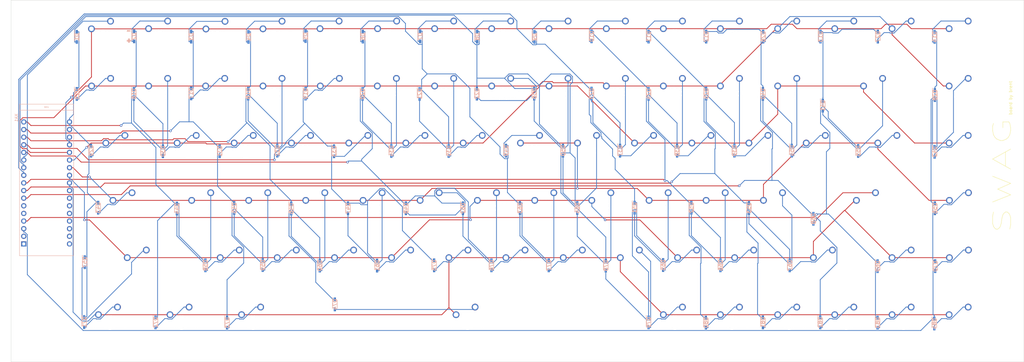
<source format=kicad_pcb>
(kicad_pcb (version 20171130) (host pcbnew "(5.1.6)-1")
  (layers (0 F.Cu signal) (31 B.Cu signal) (34 B.Paste user) (35 F.Paste user) (36 B.SilkS user) (37 F.SilkS user) (38 B.Mask user hide) (39 F.Mask user) (44 Edge.Cuts user))
  (net 0 "")
  (net 1 "Net-(D1-Pad2)")
  (net 2 "Net-(D2-Pad2)")
  (net 3 "Net-(D3-Pad2)")
  (net 4 "Net-(D4-Pad2)")
  (net 5 "Net-(D5-Pad2)")
  (net 6 "Net-(D6-Pad2)")
  (net 7 "Net-(D7-Pad2)")
  (net 8 "Net-(D8-Pad2)")
  (net 9 "Net-(D9-Pad2)")
  (net 10 COLUMN0)
  (net 11 COLUMN1)
  (net 12 COLUMN2)
  (net 13 COLUMN3)
  (net 14 COLUMN4)
  (net 15 COLUMN5)
  (net 16 COLUMN6)
  (net 17 COLUMN7)
  (net 18 COLUMN8)
  (net 19 "Net-(D10-Pad2)")
  (net 20 COLUMN9)
  (net 21 "Net-(D11-Pad2)")
  (net 22 COLUMN10)
  (net 23 "Net-(D12-Pad2)")
  (net 24 COLUMN11)
  (net 25 "Net-(D13-Pad2)")
  (net 26 COLUMN12)
  (net 27 "Net-(D14-Pad2)")
  (net 28 COLUMN13)
  (net 29 "Net-(D15-Pad2)")
  (net 30 "Net-(D16-Pad2)")
  (net 31 "Net-(D17-Pad2)")
  (net 32 "Net-(D18-Pad2)")
  (net 33 "Net-(D19-Pad2)")
  (net 34 "Net-(D20-Pad2)")
  (net 35 "Net-(D21-Pad2)")
  (net 36 "Net-(D22-Pad2)")
  (net 37 "Net-(D23-Pad2)")
  (net 38 "Net-(D24-Pad2)")
  (net 39 "Net-(D25-Pad2)")
  (net 40 "Net-(D26-Pad2)")
  (net 41 "Net-(D27-Pad2)")
  (net 42 "Net-(D28-Pad2)")
  (net 43 "Net-(D29-Pad2)")
  (net 44 "Net-(D30-Pad2)")
  (net 45 "Net-(D31-Pad2)")
  (net 46 "Net-(D32-Pad2)")
  (net 47 "Net-(D33-Pad2)")
  (net 48 "Net-(D34-Pad2)")
  (net 49 "Net-(D35-Pad2)")
  (net 50 "Net-(D36-Pad2)")
  (net 51 "Net-(D37-Pad2)")
  (net 52 "Net-(D38-Pad2)")
  (net 53 "Net-(D39-Pad2)")
  (net 54 "Net-(D40-Pad2)")
  (net 55 "Net-(D41-Pad2)")
  (net 56 "Net-(D42-Pad2)")
  (net 57 "Net-(D43-Pad2)")
  (net 58 "Net-(D44-Pad2)")
  (net 59 "Net-(D45-Pad2)")
  (net 60 "Net-(D46-Pad2)")
  (net 61 "Net-(D47-Pad2)")
  (net 62 "Net-(D48-Pad2)")
  (net 63 "Net-(D49-Pad2)")
  (net 64 "Net-(D50-Pad2)")
  (net 65 "Net-(D51-Pad2)")
  (net 66 "Net-(D52-Pad2)")
  (net 67 "Net-(D53-Pad2)")
  (net 68 "Net-(D54-Pad2)")
  (net 69 "Net-(D55-Pad2)")
  (net 70 "Net-(D56-Pad2)")
  (net 71 "Net-(D57-Pad2)")
  (net 72 "Net-(D58-Pad2)")
  (net 73 "Net-(D59-Pad2)")
  (net 74 "Net-(D60-Pad2)")
  (net 75 "Net-(D61-Pad2)")
  (net 76 "Net-(D62-Pad2)")
  (net 77 "Net-(D63-Pad2)")
  (net 78 "Net-(D64-Pad2)")
  (net 79 "Net-(D65-Pad2)")
  (net 80 "Net-(D66-Pad2)")
  (net 81 "Net-(D67-Pad2)")
  (net 82 "Net-(D68-Pad2)")
  (net 83 "Net-(D69-Pad2)")
  (net 84 "Net-(D70-Pad2)")
  (net 85 "Net-(D71-Pad2)")
  (net 86 "Net-(D72-Pad2)")
  (net 87 "Net-(D73-Pad2)")
  (net 88 "Net-(D74-Pad2)")
  (net 89 "Net-(D75-Pad2)")
  (net 90 "Net-(D76-Pad2)")
  (net 91 "Net-(D77-Pad2)")
  (net 92 "Net-(D78-Pad2)")
  (net 93 "Net-(D79-Pad2)")
  (net 94 "Net-(D80-Pad2)")
  (net 95 "Net-(D81-Pad2)")
  (net 96 "Net-(D82-Pad2)")
  (net 97 "Net-(D83-Pad2)")
  (net 98 "Net-(D84-Pad2)")
  (net 99 ROW0)
  (net 100 ROW1)
  (net 101 ROW2)
  (net 102 ROW3)
  (net 103 ROW4)
  (net 104 ROW5)
  (net 105 "Net-(XA1-PadMISO)")
  (net 106 "Net-(XA1-PadAREF)")
  (net 107 "Net-(XA1-PadSS)")
  (net 108 "Net-(XA1-PadRST1)")
  (net 109 "Net-(XA1-Pad3V3)")
  (net 110 "Net-(XA1-Pad5V)")
  (net 111 "Net-(XA1-PadGND1)")
  (net 112 "Net-(XA1-PadGND2)")
  (net 113 "Net-(XA1-PadVIN)")
  (net 114 "Net-(XA1-PadSCK)")
  (net 115 "Net-(XA1-PadMOSI)")
  (net 116 "Net-(XA1-PadRST2)")
  (module MountingHole:MountingHole_4.3mm_M4 (layer F.Cu) (at 356.58 197.337 90)
    (fp_text reference bolthole3 hide)
    (fp_text value MountingHole_4.3mm_M4)
    (pad 1 np_thru_hole circle (at 0 0 90) (size 4.3 4.3) (drill 4.3) (layers *.Cu *.Mask))
  )
  (module MountingHole:MountingHole_4.3mm_M4 (layer F.Cu) (at 356.58 294.997 90)
    (fp_text reference bolthole4 hide)
    (fp_text value MountingHole_4.3mm_M4)
    (pad 1 np_thru_hole circle (at 0 0 90) (size 4.3 4.3) (drill 4.3) (layers *.Cu *.Mask))
  )
  (module MountingHole:MountingHole_4.3mm_M4 (layer F.Cu) (at 39.28 294.047 90)
    (fp_text reference bolthole2 hide)
    (fp_text value MountingHole_4.3mm_M4)
    (pad 1 np_thru_hole circle (at 0 0 90) (size 4.3 4.3) (drill 4.3) (layers *.Cu *.Mask))
  )
  (module MountingHole:MountingHole_4.3mm_M4 (layer F.Cu) (at 39.375 198.287 90)
    (fp_text reference bolthole1 hide)
    (fp_text value MountingHole_4.3mm_M4)
    (pad 1 np_thru_hole circle (at 0 0 90) (size 4.3 4.3) (drill 4.3) (layers *.Cu *.Mask))
  )
  (module MX_Only:MXOnly-1U-NoLED (layer F.Cu) (at 324.805 274.835)
    (fp_text reference MX69 hide)
    (fp_text value MX-NoLED hide)
    (pad 2 thru_hole circle (at 2.54 -5.08) (size 2.25 2.25) (drill 1.47) (layers *.Cu B.Mask) (net 83 "Net-(D69-Pad2)"))
    (pad "" np_thru_hole circle (at 0 0) (size 3.9878 3.9878) (drill 3.9878) (layers *.Cu *.Mask))
    (pad 1 thru_hole circle (at -3.81 -2.54) (size 2.25 2.25) (drill 1.47) (layers *.Cu B.Mask) (net 103 ROW4))
    (pad "" np_thru_hole circle (at -5.08 0 48.0996) (size 1.75 1.75) (drill 1.75) (layers *.Cu *.Mask))
    (pad "" np_thru_hole circle (at 5.08 0 48.0996) (size 1.75 1.75) (drill 1.75) (layers *.Cu *.Mask))
  )
  (module MX_Only:MXOnly-2.25U-NoLED (layer F.Cu) (at 312.93 255.74)
    (fp_text reference MX68)
    (fp_text value MX-NoLED)
    (pad 2 thru_hole circle (at 2.54 -5.08) (size 2.25 2.25) (drill 1.47) (layers *.Cu B.Mask) (net 82 "Net-(D68-Pad2)"))
    (pad "" np_thru_hole circle (at 0 0) (size 3.9878 3.9878) (drill 3.9878) (layers *.Cu *.Mask))
    (pad 1 thru_hole circle (at -3.81 -2.54) (size 2.25 2.25) (drill 1.47) (layers *.Cu B.Mask) (net 103 ROW4))
    (pad "" np_thru_hole circle (at -5.08 0 48.0996) (size 1.75 1.75) (drill 1.75) (layers *.Cu *.Mask))
    (pad "" np_thru_hole circle (at 5.08 0 48.0996) (size 1.75 1.75) (drill 1.75) (layers *.Cu *.Mask))
    (pad "" np_thru_hole circle (at -11.90625 -6.985) (size 3.048 3.048) (drill 3.048) (layers *.Cu *.Mask))
    (pad "" np_thru_hole circle (at 11.90625 -6.985) (size 3.048 3.048) (drill 3.048) (layers *.Cu *.Mask))
    (pad "" np_thru_hole circle (at -11.90625 8.255) (size 3.9878 3.9878) (drill 3.9878) (layers *.Cu *.Mask))
    (pad "" np_thru_hole circle (at 11.90625 8.255) (size 3.9878 3.9878) (drill 3.9878) (layers *.Cu *.Mask))
  )
  (module MX_Only:MXOnly-1.75U-NoLED (layer F.Cu) (at 298.585 274.835)
    (fp_text reference MX67)
    (fp_text value MX-NoLED)
    (pad 2 thru_hole circle (at 2.54 -5.08) (size 2.25 2.25) (drill 1.47) (layers *.Cu B.Mask) (net 81 "Net-(D67-Pad2)"))
    (pad "" np_thru_hole circle (at 0 0) (size 3.9878 3.9878) (drill 3.9878) (layers *.Cu *.Mask))
    (pad 1 thru_hole circle (at -3.81 -2.54) (size 2.25 2.25) (drill 1.47) (layers *.Cu B.Mask) (net 103 ROW4))
    (pad "" np_thru_hole circle (at -5.08 0 48.0996) (size 1.75 1.75) (drill 1.75) (layers *.Cu *.Mask))
    (pad "" np_thru_hole circle (at 5.08 0 48.0996) (size 1.75 1.75) (drill 1.75) (layers *.Cu *.Mask))
  )
  (module MX_Only:MXOnly-1.25U-NoLED (layer F.Cu) (at 108.11 293.835)
    (fp_text reference MX73)
    (fp_text value MX-NoLED)
    (pad 2 thru_hole circle (at 2.54 -5.08) (size 2.25 2.25) (drill 1.47) (layers *.Cu B.Mask) (net 87 "Net-(D73-Pad2)"))
    (pad "" np_thru_hole circle (at 0 0) (size 3.9878 3.9878) (drill 3.9878) (layers *.Cu *.Mask))
    (pad 1 thru_hole circle (at -3.81 -2.54) (size 2.25 2.25) (drill 1.47) (layers *.Cu B.Mask) (net 104 ROW5))
    (pad "" np_thru_hole circle (at -5.08 0 48.0996) (size 1.75 1.75) (drill 1.75) (layers *.Cu *.Mask))
    (pad "" np_thru_hole circle (at 5.08 0 48.0996) (size 1.75 1.75) (drill 1.75) (layers *.Cu *.Mask))
  )
  (module MX_Only:MXOnly-1.25U-NoLED (layer F.Cu) (at 84.265 293.835)
    (fp_text reference MX72)
    (fp_text value MX-NoLED)
    (pad 2 thru_hole circle (at 2.54 -5.08) (size 2.25 2.25) (drill 1.47) (layers *.Cu B.Mask) (net 86 "Net-(D72-Pad2)"))
    (pad "" np_thru_hole circle (at 0 0) (size 3.9878 3.9878) (drill 3.9878) (layers *.Cu *.Mask))
    (pad 1 thru_hole circle (at -3.81 -2.54) (size 2.25 2.25) (drill 1.47) (layers *.Cu B.Mask) (net 104 ROW5))
    (pad "" np_thru_hole circle (at -5.08 0 48.0996) (size 1.75 1.75) (drill 1.75) (layers *.Cu *.Mask))
    (pad "" np_thru_hole circle (at 5.08 0 48.0996) (size 1.75 1.75) (drill 1.75) (layers *.Cu *.Mask))
  )
  (module MX_Only:MXOnly-1.25U-NoLED (layer F.Cu) (at 60.42 293.835)
    (fp_text reference MX71)
    (fp_text value MX-NoLED)
    (pad 2 thru_hole circle (at 2.54 -5.08) (size 2.25 2.25) (drill 1.47) (layers *.Cu B.Mask) (net 85 "Net-(D71-Pad2)"))
    (pad "" np_thru_hole circle (at 0 0) (size 3.9878 3.9878) (drill 3.9878) (layers *.Cu *.Mask))
    (pad 1 thru_hole circle (at -3.81 -2.54) (size 2.25 2.25) (drill 1.47) (layers *.Cu B.Mask) (net 104 ROW5))
    (pad "" np_thru_hole circle (at -5.08 0 48.0996) (size 1.75 1.75) (drill 1.75) (layers *.Cu *.Mask))
    (pad "" np_thru_hole circle (at 5.08 0 48.0996) (size 1.75 1.75) (drill 1.75) (layers *.Cu *.Mask))
  )
  (module Arduino:Arduino_Micro_Socket (layer B.Cu) (at 48.355 223.155 270)
    (fp_text reference XA1 (at 2.54 19.05 270) (layer B.SilkS) (effects (justify mirror)))
    (fp_text value Arduino_Micro_Socket)
    (fp_text user USB (at -1.016 9.017) (layer B.SilkS) (effects (font (size 0.5 0.5) (thickness 0.075)) (justify mirror)))
    (fp_text user 3.3V (at 6.46 2.794 270) (layer B.SilkS) (effects (font (size 0.5 0.5) (thickness 0.075)) (justify mirror)))
    (pad MISO thru_hole oval (at 42.02 1.38 270) (size 1.7272 1.7272) (drill 1.016) (layers *.Cu *.Mask) (net 105 "Net-(XA1-PadMISO)"))
    (pad A5 thru_hole oval (at 24.24 1.38 270) (size 1.7272 1.7272) (drill 1.016) (layers *.Cu *.Mask) (net 104 ROW5))
    (pad A4 thru_hole oval (at 21.7 1.38 270) (size 1.7272 1.7272) (drill 1.016) (layers *.Cu *.Mask) (net 103 ROW4))
    (pad A3 thru_hole oval (at 19.16 1.38 270) (size 1.7272 1.7272) (drill 1.016) (layers *.Cu *.Mask) (net 102 ROW3))
    (pad A2 thru_hole oval (at 16.62 1.38 270) (size 1.7272 1.7272) (drill 1.016) (layers *.Cu *.Mask) (net 101 ROW2))
    (pad A1 thru_hole oval (at 14.08 1.38 270) (size 1.7272 1.7272) (drill 1.016) (layers *.Cu *.Mask) (net 100 ROW1))
    (pad "" thru_hole oval (at 29.32 1.38 270) (size 1.7272 1.7272) (drill 1.016) (layers *.Cu *.Mask))
    (pad D11 thru_hole oval (at 6.46 16.62 270) (size 1.7272 1.7272) (drill 1.016) (layers *.Cu *.Mask) (net 12 COLUMN2))
    (pad D12 thru_hole oval (at 3.92 16.62 270) (size 1.7272 1.7272) (drill 1.016) (layers *.Cu *.Mask) (net 11 COLUMN1))
    (pad D13 thru_hole oval (at 3.92 1.38 270) (size 1.7272 1.7272) (drill 1.016) (layers *.Cu *.Mask) (net 10 COLUMN0))
    (pad AREF thru_hole oval (at 9 1.38 270) (size 1.7272 1.7272) (drill 1.016) (layers *.Cu *.Mask) (net 106 "Net-(XA1-PadAREF)"))
    (pad "" np_thru_hole circle (at 1.38 1.38 270) (size 1.016 1.016) (drill 1.016) (layers *.Cu *.Mask))
    (pad D10 thru_hole oval (at 9 16.62 270) (size 1.7272 1.7272) (drill 1.016) (layers *.Cu *.Mask) (net 13 COLUMN3))
    (pad D9 thru_hole oval (at 11.54 16.62 270) (size 1.7272 1.7272) (drill 1.016) (layers *.Cu *.Mask) (net 14 COLUMN4))
    (pad D8 thru_hole oval (at 14.08 16.62 270) (size 1.7272 1.7272) (drill 1.016) (layers *.Cu *.Mask) (net 15 COLUMN5))
    (pad D7 thru_hole oval (at 16.62 16.62 270) (size 1.7272 1.7272) (drill 1.016) (layers *.Cu *.Mask) (net 16 COLUMN6))
    (pad D6 thru_hole oval (at 19.16 16.62 270) (size 1.7272 1.7272) (drill 1.016) (layers *.Cu *.Mask) (net 17 COLUMN7))
    (pad D5 thru_hole oval (at 21.7 16.62 270) (size 1.7272 1.7272) (drill 1.016) (layers *.Cu *.Mask) (net 18 COLUMN8))
    (pad D4 thru_hole oval (at 24.24 16.62 270) (size 1.7272 1.7272) (drill 1.016) (layers *.Cu *.Mask) (net 20 COLUMN9))
    (pad D3 thru_hole oval (at 26.78 16.62 270) (size 1.7272 1.7272) (drill 1.016) (layers *.Cu *.Mask) (net 22 COLUMN10))
    (pad D2 thru_hole oval (at 29.32 16.62 270) (size 1.7272 1.7272) (drill 1.016) (layers *.Cu *.Mask) (net 24 COLUMN11))
    (pad D1 thru_hole oval (at 39.48 16.62 270) (size 1.7272 1.7272) (drill 1.016) (layers *.Cu *.Mask) (net 28 COLUMN13))
    (pad D0 thru_hole oval (at 36.94 16.62 270) (size 1.7272 1.7272) (drill 1.016) (layers *.Cu *.Mask) (net 26 COLUMN12))
    (pad SS thru_hole oval (at 42.02 16.62 270) (size 1.7272 1.7272) (drill 1.016) (layers *.Cu *.Mask) (net 107 "Net-(XA1-PadSS)"))
    (pad RST1 thru_hole oval (at 34.4 1.38 270) (size 1.7272 1.7272) (drill 1.016) (layers *.Cu *.Mask) (net 108 "Net-(XA1-PadRST1)"))
    (pad 3V3 thru_hole oval (at 6.46 1.38 270) (size 1.7272 1.7272) (drill 1.016) (layers *.Cu *.Mask) (net 109 "Net-(XA1-Pad3V3)"))
    (pad 5V thru_hole oval (at 31.86 1.38 270) (size 1.7272 1.7272) (drill 1.016) (layers *.Cu *.Mask) (net 110 "Net-(XA1-Pad5V)"))
    (pad GND1 thru_hole oval (at 36.94 1.38 270) (size 1.7272 1.7272) (drill 1.016) (layers *.Cu *.Mask) (net 111 "Net-(XA1-PadGND1)"))
    (pad GND2 thru_hole oval (at 31.86 16.62 270) (size 1.7272 1.7272) (drill 1.016) (layers *.Cu *.Mask) (net 112 "Net-(XA1-PadGND2)"))
    (pad VIN thru_hole oval (at 39.48 1.38 270) (size 1.7272 1.7272) (drill 1.016) (layers *.Cu *.Mask) (net 113 "Net-(XA1-PadVIN)"))
    (pad A0 thru_hole oval (at 11.54 1.38 270) (size 1.7272 1.7272) (drill 1.016) (layers *.Cu *.Mask) (net 99 ROW0))
    (pad SCK thru_hole oval (at 44.56 1.38 270) (size 1.7272 1.7272) (drill 1.016) (layers *.Cu *.Mask) (net 114 "Net-(XA1-PadSCK)"))
    (pad MOSI thru_hole rect (at 44.56 16.62 270) (size 1.7272 1.7272) (drill 1.016) (layers *.Cu *.Mask) (net 115 "Net-(XA1-PadMOSI)"))
    (pad RST2 thru_hole oval (at 34.4 16.62 270) (size 1.7272 1.7272) (drill 1.016) (layers *.Cu *.Mask) (net 116 "Net-(XA1-PadRST2)"))
    (pad "" thru_hole oval (at 26.78 1.38 270) (size 1.7272 1.7272) (drill 1.016) (layers *.Cu *.Mask))
    (pad "" np_thru_hole circle (at 47.1 1.38 270) (size 1.016 1.016) (drill 1.016) (layers *.Cu *.Mask))
    (pad "" np_thru_hole circle (at 1.38 16.62 270) (size 1.016 1.016) (drill 1.016) (layers *.Cu *.Mask))
    (pad "" np_thru_hole circle (at 47.1 16.62 270) (size 1.016 1.016) (drill 1.016) (layers *.Cu *.Mask))
  )
  (module MX_Only:MXOnly-1U-NoLED (layer F.Cu) (at 343.805 293.835)
    (fp_text reference MX84)
    (fp_text value MX-NoLED)
    (pad 2 thru_hole circle (at 2.54 -5.08) (size 2.25 2.25) (drill 1.47) (layers *.Cu B.Mask) (net 98 "Net-(D84-Pad2)"))
    (pad "" np_thru_hole circle (at 0 0) (size 3.9878 3.9878) (drill 3.9878) (layers *.Cu *.Mask))
    (pad 1 thru_hole circle (at -3.81 -2.54) (size 2.25 2.25) (drill 1.47) (layers *.Cu B.Mask) (net 104 ROW5))
    (pad "" np_thru_hole circle (at -5.08 0 48.0996) (size 1.75 1.75) (drill 1.75) (layers *.Cu *.Mask))
    (pad "" np_thru_hole circle (at 5.08 0 48.0996) (size 1.75 1.75) (drill 1.75) (layers *.Cu *.Mask))
  )
  (module MX_Only:MXOnly-1U-NoLED (layer F.Cu) (at 324.805 293.835)
    (fp_text reference MX83)
    (fp_text value MX-NoLED)
    (pad 2 thru_hole circle (at 2.54 -5.08) (size 2.25 2.25) (drill 1.47) (layers *.Cu B.Mask) (net 97 "Net-(D83-Pad2)"))
    (pad "" np_thru_hole circle (at 0 0) (size 3.9878 3.9878) (drill 3.9878) (layers *.Cu *.Mask))
    (pad 1 thru_hole circle (at -3.81 -2.54) (size 2.25 2.25) (drill 1.47) (layers *.Cu B.Mask) (net 104 ROW5))
    (pad "" np_thru_hole circle (at -5.08 0 48.0996) (size 1.75 1.75) (drill 1.75) (layers *.Cu *.Mask))
    (pad "" np_thru_hole circle (at 5.08 0 48.0996) (size 1.75 1.75) (drill 1.75) (layers *.Cu *.Mask))
  )
  (module MX_Only:MXOnly-1U-NoLED (layer F.Cu) (at 305.71 293.835)
    (fp_text reference MX82)
    (fp_text value MX-NoLED)
    (pad 2 thru_hole circle (at 2.54 -5.08) (size 2.25 2.25) (drill 1.47) (layers *.Cu B.Mask) (net 96 "Net-(D82-Pad2)"))
    (pad "" np_thru_hole circle (at 0 0) (size 3.9878 3.9878) (drill 3.9878) (layers *.Cu *.Mask))
    (pad 1 thru_hole circle (at -3.81 -2.54) (size 2.25 2.25) (drill 1.47) (layers *.Cu B.Mask) (net 104 ROW5))
    (pad "" np_thru_hole circle (at -5.08 0 48.0996) (size 1.75 1.75) (drill 1.75) (layers *.Cu *.Mask))
    (pad "" np_thru_hole circle (at 5.08 0 48.0996) (size 1.75 1.75) (drill 1.75) (layers *.Cu *.Mask))
  )
  (module MX_Only:MXOnly-1U-NoLED (layer F.Cu) (at 286.71 293.835)
    (fp_text reference MX81)
    (fp_text value MX-NoLED)
    (pad 2 thru_hole circle (at 2.54 -5.08) (size 2.25 2.25) (drill 1.47) (layers *.Cu B.Mask) (net 95 "Net-(D81-Pad2)"))
    (pad "" np_thru_hole circle (at 0 0) (size 3.9878 3.9878) (drill 3.9878) (layers *.Cu *.Mask))
    (pad 1 thru_hole circle (at -3.81 -2.54) (size 2.25 2.25) (drill 1.47) (layers *.Cu B.Mask) (net 104 ROW5))
    (pad "" np_thru_hole circle (at -5.08 0 48.0996) (size 1.75 1.75) (drill 1.75) (layers *.Cu *.Mask))
    (pad "" np_thru_hole circle (at 5.08 0 48.0996) (size 1.75 1.75) (drill 1.75) (layers *.Cu *.Mask))
  )
  (module MX_Only:MXOnly-1U-NoLED (layer F.Cu) (at 267.615 293.835)
    (fp_text reference MX80)
    (fp_text value MX-NoLED)
    (pad 2 thru_hole circle (at 2.54 -5.08) (size 2.25 2.25) (drill 1.47) (layers *.Cu B.Mask) (net 94 "Net-(D80-Pad2)"))
    (pad "" np_thru_hole circle (at 0 0) (size 3.9878 3.9878) (drill 3.9878) (layers *.Cu *.Mask))
    (pad 1 thru_hole circle (at -3.81 -2.54) (size 2.25 2.25) (drill 1.47) (layers *.Cu B.Mask) (net 104 ROW5))
    (pad "" np_thru_hole circle (at -5.08 0 48.0996) (size 1.75 1.75) (drill 1.75) (layers *.Cu *.Mask))
    (pad "" np_thru_hole circle (at 5.08 0 48.0996) (size 1.75 1.75) (drill 1.75) (layers *.Cu *.Mask))
  )
  (module MX_Only:MXOnly-1U-NoLED (layer F.Cu) (at 248.615 293.835)
    (fp_text reference MX79 hide)
    (fp_text value MX-NoLED hide)
    (pad 2 thru_hole circle (at 2.54 -5.08) (size 2.25 2.25) (drill 1.47) (layers *.Cu B.Mask) (net 93 "Net-(D79-Pad2)"))
    (pad "" np_thru_hole circle (at 0 0) (size 3.9878 3.9878) (drill 3.9878) (layers *.Cu *.Mask))
    (pad 1 thru_hole circle (at -3.81 -2.54) (size 2.25 2.25) (drill 1.47) (layers *.Cu B.Mask) (net 104 ROW5))
    (pad "" np_thru_hole circle (at -5.08 0 48.0996) (size 1.75 1.75) (drill 1.75) (layers *.Cu *.Mask))
    (pad "" np_thru_hole circle (at 5.08 0 48.0996) (size 1.75 1.75) (drill 1.75) (layers *.Cu *.Mask))
  )
  (module MX_Only:MXOnly-1U-NoLED (layer F.Cu) (at 234.27 274.835)
    (fp_text reference MX78)
    (fp_text value MX-NoLED)
    (pad 2 thru_hole circle (at 2.54 -5.08) (size 2.25 2.25) (drill 1.47) (layers *.Cu B.Mask) (net 92 "Net-(D78-Pad2)"))
    (pad "" np_thru_hole circle (at 0 0) (size 3.9878 3.9878) (drill 3.9878) (layers *.Cu *.Mask))
    (pad 1 thru_hole circle (at -3.81 -2.54) (size 2.25 2.25) (drill 1.47) (layers *.Cu B.Mask) (net 104 ROW5))
    (pad "" np_thru_hole circle (at -5.08 0 48.0996) (size 1.75 1.75) (drill 1.75) (layers *.Cu *.Mask))
    (pad "" np_thru_hole circle (at 5.08 0 48.0996) (size 1.75 1.75) (drill 1.75) (layers *.Cu *.Mask))
  )
  (module MX_Only:MXOnly-1U-NoLED (layer F.Cu) (at 215.27 274.835)
    (fp_text reference MX77)
    (fp_text value MX-NoLED)
    (pad 2 thru_hole circle (at 2.54 -5.08) (size 2.25 2.25) (drill 1.47) (layers *.Cu B.Mask) (net 91 "Net-(D77-Pad2)"))
    (pad "" np_thru_hole circle (at 0 0) (size 3.9878 3.9878) (drill 3.9878) (layers *.Cu *.Mask))
    (pad 1 thru_hole circle (at -3.81 -2.54) (size 2.25 2.25) (drill 1.47) (layers *.Cu B.Mask) (net 104 ROW5))
    (pad "" np_thru_hole circle (at -5.08 0 48.0996) (size 1.75 1.75) (drill 1.75) (layers *.Cu *.Mask))
    (pad "" np_thru_hole circle (at 5.08 0 48.0996) (size 1.75 1.75) (drill 1.75) (layers *.Cu *.Mask))
  )
  (module MX_Only:MXOnly-1U-NoLED (layer F.Cu) (at 196.175 274.835)
    (fp_text reference MX76)
    (fp_text value MX-NoLED)
    (pad 2 thru_hole circle (at 2.54 -5.08) (size 2.25 2.25) (drill 1.47) (layers *.Cu B.Mask) (net 90 "Net-(D76-Pad2)"))
    (pad "" np_thru_hole circle (at 0 0) (size 3.9878 3.9878) (drill 3.9878) (layers *.Cu *.Mask))
    (pad 1 thru_hole circle (at -3.81 -2.54) (size 2.25 2.25) (drill 1.47) (layers *.Cu B.Mask) (net 104 ROW5))
    (pad "" np_thru_hole circle (at -5.08 0 48.0996) (size 1.75 1.75) (drill 1.75) (layers *.Cu *.Mask))
    (pad "" np_thru_hole circle (at 5.08 0 48.0996) (size 1.75 1.75) (drill 1.75) (layers *.Cu *.Mask))
  )
  (module MX_Only:MXOnly-1U-NoLED (layer F.Cu) (at 177.175 274.835)
    (fp_text reference MX75)
    (fp_text value MX-NoLED)
    (pad 2 thru_hole circle (at 2.54 -5.08) (size 2.25 2.25) (drill 1.47) (layers *.Cu B.Mask) (net 89 "Net-(D75-Pad2)"))
    (pad "" np_thru_hole circle (at 0 0) (size 3.9878 3.9878) (drill 3.9878) (layers *.Cu *.Mask))
    (pad 1 thru_hole circle (at -3.81 -2.54) (size 2.25 2.25) (drill 1.47) (layers *.Cu B.Mask) (net 104 ROW5))
    (pad "" np_thru_hole circle (at -5.08 0 48.0996) (size 1.75 1.75) (drill 1.75) (layers *.Cu *.Mask))
    (pad "" np_thru_hole circle (at 5.08 0 48.0996) (size 1.75 1.75) (drill 1.75) (layers *.Cu *.Mask))
  )
  (module MX_Only:MXOnly-6.25U-NoLED (layer F.Cu) (at 179.55 293.835)
    (fp_text reference MX74)
    (fp_text value MX-NoLED)
    (pad 2 thru_hole circle (at 2.54 -5.08) (size 2.25 2.25) (drill 1.47) (layers *.Cu B.Mask) (net 88 "Net-(D74-Pad2)"))
    (pad "" np_thru_hole circle (at 0 0) (size 3.9878 3.9878) (drill 3.9878) (layers *.Cu *.Mask))
    (pad 1 thru_hole circle (at -3.81 -2.54) (size 2.25 2.25) (drill 1.47) (layers *.Cu B.Mask) (net 104 ROW5))
    (pad "" np_thru_hole circle (at -5.08 0 48.0996) (size 1.75 1.75) (drill 1.75) (layers *.Cu *.Mask))
    (pad "" np_thru_hole circle (at 5.08 0 48.0996) (size 1.75 1.75) (drill 1.75) (layers *.Cu *.Mask))
    (pad "" np_thru_hole circle (at -49.9999 -6.985) (size 3.048 3.048) (drill 3.048) (layers *.Cu *.Mask))
    (pad "" np_thru_hole circle (at 49.9999 -6.985) (size 3.048 3.048) (drill 3.048) (layers *.Cu *.Mask))
    (pad "" np_thru_hole circle (at -49.9999 8.255) (size 3.9878 3.9878) (drill 3.9878) (layers *.Cu *.Mask))
    (pad "" np_thru_hole circle (at 49.9999 8.255) (size 3.9878 3.9878) (drill 3.9878) (layers *.Cu *.Mask))
  )
  (module MX_Only:MXOnly-1U-NoLED (layer F.Cu) (at 343.9 274.835)
    (fp_text reference MX70)
    (fp_text value MX-NoLED)
    (pad 2 thru_hole circle (at 2.54 -5.08) (size 2.25 2.25) (drill 1.47) (layers *.Cu B.Mask) (net 84 "Net-(D70-Pad2)"))
    (pad "" np_thru_hole circle (at 0 0) (size 3.9878 3.9878) (drill 3.9878) (layers *.Cu *.Mask))
    (pad 1 thru_hole circle (at -3.81 -2.54) (size 2.25 2.25) (drill 1.47) (layers *.Cu B.Mask) (net 103 ROW4))
    (pad "" np_thru_hole circle (at -5.08 0 48.0996) (size 1.75 1.75) (drill 1.75) (layers *.Cu *.Mask))
    (pad "" np_thru_hole circle (at 5.08 0 48.0996) (size 1.75 1.75) (drill 1.75) (layers *.Cu *.Mask))
  )
  (module MX_Only:MXOnly-1U-NoLED (layer F.Cu) (at 272.365 274.835)
    (fp_text reference MX66)
    (fp_text value MX-NoLED)
    (pad 2 thru_hole circle (at 2.54 -5.08) (size 2.25 2.25) (drill 1.47) (layers *.Cu B.Mask) (net 80 "Net-(D66-Pad2)"))
    (pad "" np_thru_hole circle (at 0 0) (size 3.9878 3.9878) (drill 3.9878) (layers *.Cu *.Mask))
    (pad 1 thru_hole circle (at -3.81 -2.54) (size 2.25 2.25) (drill 1.47) (layers *.Cu B.Mask) (net 103 ROW4))
    (pad "" np_thru_hole circle (at -5.08 0 48.0996) (size 1.75 1.75) (drill 1.75) (layers *.Cu *.Mask))
    (pad "" np_thru_hole circle (at 5.08 0 48.0996) (size 1.75 1.75) (drill 1.75) (layers *.Cu *.Mask))
  )
  (module MX_Only:MXOnly-1U-NoLED (layer F.Cu) (at 253.365 274.835)
    (fp_text reference MX65)
    (fp_text value MX-NoLED)
    (pad 2 thru_hole circle (at 2.54 -5.08) (size 2.25 2.25) (drill 1.47) (layers *.Cu B.Mask) (net 79 "Net-(D65-Pad2)"))
    (pad "" np_thru_hole circle (at 0 0) (size 3.9878 3.9878) (drill 3.9878) (layers *.Cu *.Mask))
    (pad 1 thru_hole circle (at -3.81 -2.54) (size 2.25 2.25) (drill 1.47) (layers *.Cu B.Mask) (net 103 ROW4))
    (pad "" np_thru_hole circle (at -5.08 0 48.0996) (size 1.75 1.75) (drill 1.75) (layers *.Cu *.Mask))
    (pad "" np_thru_hole circle (at 5.08 0 48.0996) (size 1.75 1.75) (drill 1.75) (layers *.Cu *.Mask))
  )
  (module MX_Only:MXOnly-1U-NoLED (layer F.Cu) (at 224.77 255.74)
    (fp_text reference MX64)
    (fp_text value MX-NoLED)
    (pad 2 thru_hole circle (at 2.54 -5.08) (size 2.25 2.25) (drill 1.47) (layers *.Cu B.Mask) (net 78 "Net-(D64-Pad2)"))
    (pad "" np_thru_hole circle (at 0 0) (size 3.9878 3.9878) (drill 3.9878) (layers *.Cu *.Mask))
    (pad 1 thru_hole circle (at -3.81 -2.54) (size 2.25 2.25) (drill 1.47) (layers *.Cu B.Mask) (net 103 ROW4))
    (pad "" np_thru_hole circle (at -5.08 0 48.0996) (size 1.75 1.75) (drill 1.75) (layers *.Cu *.Mask))
    (pad "" np_thru_hole circle (at 5.08 0 48.0996) (size 1.75 1.75) (drill 1.75) (layers *.Cu *.Mask))
  )
  (module MX_Only:MXOnly-1U-NoLED (layer F.Cu) (at 205.77 255.74)
    (fp_text reference MX63)
    (fp_text value MX-NoLED)
    (pad 2 thru_hole circle (at 2.54 -5.08) (size 2.25 2.25) (drill 1.47) (layers *.Cu B.Mask) (net 77 "Net-(D63-Pad2)"))
    (pad "" np_thru_hole circle (at 0 0) (size 3.9878 3.9878) (drill 3.9878) (layers *.Cu *.Mask))
    (pad 1 thru_hole circle (at -3.81 -2.54) (size 2.25 2.25) (drill 1.47) (layers *.Cu B.Mask) (net 103 ROW4))
    (pad "" np_thru_hole circle (at -5.08 0 48.0996) (size 1.75 1.75) (drill 1.75) (layers *.Cu *.Mask))
    (pad "" np_thru_hole circle (at 5.08 0 48.0996) (size 1.75 1.75) (drill 1.75) (layers *.Cu *.Mask))
  )
  (module MX_Only:MXOnly-1U-NoLED (layer F.Cu) (at 186.675 255.74)
    (fp_text reference MX62)
    (fp_text value MX-NoLED)
    (pad 2 thru_hole circle (at 2.54 -5.08) (size 2.25 2.25) (drill 1.47) (layers *.Cu B.Mask) (net 76 "Net-(D62-Pad2)"))
    (pad "" np_thru_hole circle (at 0 0) (size 3.9878 3.9878) (drill 3.9878) (layers *.Cu *.Mask))
    (pad 1 thru_hole circle (at -3.81 -2.54) (size 2.25 2.25) (drill 1.47) (layers *.Cu B.Mask) (net 103 ROW4))
    (pad "" np_thru_hole circle (at -5.08 0 48.0996) (size 1.75 1.75) (drill 1.75) (layers *.Cu *.Mask))
    (pad "" np_thru_hole circle (at 5.08 0 48.0996) (size 1.75 1.75) (drill 1.75) (layers *.Cu *.Mask))
  )
  (module MX_Only:MXOnly-1U-NoLED (layer F.Cu) (at 158.08 274.835)
    (fp_text reference MX61)
    (fp_text value MX-NoLED)
    (pad 2 thru_hole circle (at 2.54 -5.08) (size 2.25 2.25) (drill 1.47) (layers *.Cu B.Mask) (net 75 "Net-(D61-Pad2)"))
    (pad "" np_thru_hole circle (at 0 0) (size 3.9878 3.9878) (drill 3.9878) (layers *.Cu *.Mask))
    (pad 1 thru_hole circle (at -3.81 -2.54) (size 2.25 2.25) (drill 1.47) (layers *.Cu B.Mask) (net 103 ROW4))
    (pad "" np_thru_hole circle (at -5.08 0 48.0996) (size 1.75 1.75) (drill 1.75) (layers *.Cu *.Mask))
    (pad "" np_thru_hole circle (at 5.08 0 48.0996) (size 1.75 1.75) (drill 1.75) (layers *.Cu *.Mask))
  )
  (module MX_Only:MXOnly-1U-NoLED (layer F.Cu) (at 139.08 274.835)
    (fp_text reference MX60)
    (fp_text value MX-NoLED)
    (pad 2 thru_hole circle (at 2.54 -5.08) (size 2.25 2.25) (drill 1.47) (layers *.Cu B.Mask) (net 74 "Net-(D60-Pad2)"))
    (pad "" np_thru_hole circle (at 0 0) (size 3.9878 3.9878) (drill 3.9878) (layers *.Cu *.Mask))
    (pad 1 thru_hole circle (at -3.81 -2.54) (size 2.25 2.25) (drill 1.47) (layers *.Cu B.Mask) (net 103 ROW4))
    (pad "" np_thru_hole circle (at -5.08 0 48.0996) (size 1.75 1.75) (drill 1.75) (layers *.Cu *.Mask))
    (pad "" np_thru_hole circle (at 5.08 0 48.0996) (size 1.75 1.75) (drill 1.75) (layers *.Cu *.Mask))
  )
  (module MX_Only:MXOnly-1U-NoLED (layer F.Cu) (at 119.985 274.835)
    (fp_text reference MX59)
    (fp_text value MX-NoLED)
    (pad 2 thru_hole circle (at 2.54 -5.08) (size 2.25 2.25) (drill 1.47) (layers *.Cu B.Mask) (net 73 "Net-(D59-Pad2)"))
    (pad "" np_thru_hole circle (at 0 0) (size 3.9878 3.9878) (drill 3.9878) (layers *.Cu *.Mask))
    (pad 1 thru_hole circle (at -3.81 -2.54) (size 2.25 2.25) (drill 1.47) (layers *.Cu B.Mask) (net 103 ROW4))
    (pad "" np_thru_hole circle (at -5.08 0 48.0996) (size 1.75 1.75) (drill 1.75) (layers *.Cu *.Mask))
    (pad "" np_thru_hole circle (at 5.08 0 48.0996) (size 1.75 1.75) (drill 1.75) (layers *.Cu *.Mask))
  )
  (module MX_Only:MXOnly-1U-NoLED (layer F.Cu) (at 100.985 274.835)
    (fp_text reference MX58)
    (fp_text value MX-NoLED)
    (pad 2 thru_hole circle (at 2.54 -5.08) (size 2.25 2.25) (drill 1.47) (layers *.Cu B.Mask) (net 72 "Net-(D58-Pad2)"))
    (pad "" np_thru_hole circle (at 0 0) (size 3.9878 3.9878) (drill 3.9878) (layers *.Cu *.Mask))
    (pad 1 thru_hole circle (at -3.81 -2.54) (size 2.25 2.25) (drill 1.47) (layers *.Cu B.Mask) (net 103 ROW4))
    (pad "" np_thru_hole circle (at -5.08 0 48.0996) (size 1.75 1.75) (drill 1.75) (layers *.Cu *.Mask))
    (pad "" np_thru_hole circle (at 5.08 0 48.0996) (size 1.75 1.75) (drill 1.75) (layers *.Cu *.Mask))
  )
  (module MX_Only:MXOnly-2.25U-NoLED (layer F.Cu) (at 70.015 274.835)
    (fp_text reference MX57)
    (fp_text value MX-NoLED)
    (pad 2 thru_hole circle (at 2.54 -5.08) (size 2.25 2.25) (drill 1.47) (layers *.Cu B.Mask) (net 71 "Net-(D57-Pad2)"))
    (pad "" np_thru_hole circle (at 0 0) (size 3.9878 3.9878) (drill 3.9878) (layers *.Cu *.Mask))
    (pad 1 thru_hole circle (at -3.81 -2.54) (size 2.25 2.25) (drill 1.47) (layers *.Cu B.Mask) (net 103 ROW4))
    (pad "" np_thru_hole circle (at -5.08 0 48.0996) (size 1.75 1.75) (drill 1.75) (layers *.Cu *.Mask))
    (pad "" np_thru_hole circle (at 5.08 0 48.0996) (size 1.75 1.75) (drill 1.75) (layers *.Cu *.Mask))
    (pad "" np_thru_hole circle (at -11.90625 -6.985) (size 3.048 3.048) (drill 3.048) (layers *.Cu *.Mask))
    (pad "" np_thru_hole circle (at 11.90625 -6.985) (size 3.048 3.048) (drill 3.048) (layers *.Cu *.Mask))
    (pad "" np_thru_hole circle (at -11.90625 8.255) (size 3.9878 3.9878) (drill 3.9878) (layers *.Cu *.Mask))
    (pad "" np_thru_hole circle (at 11.90625 8.255) (size 3.9878 3.9878) (drill 3.9878) (layers *.Cu *.Mask))
  )
  (module MX_Only:MXOnly-1U-NoLED (layer F.Cu) (at 343.9 255.74)
    (fp_text reference MX56)
    (fp_text value MX-NoLED)
    (pad 2 thru_hole circle (at 2.54 -5.08) (size 2.25 2.25) (drill 1.47) (layers *.Cu B.Mask) (net 70 "Net-(D56-Pad2)"))
    (pad "" np_thru_hole circle (at 0 0) (size 3.9878 3.9878) (drill 3.9878) (layers *.Cu *.Mask))
    (pad 1 thru_hole circle (at -3.81 -2.54) (size 2.25 2.25) (drill 1.47) (layers *.Cu B.Mask) (net 102 ROW3))
    (pad "" np_thru_hole circle (at -5.08 0 48.0996) (size 1.75 1.75) (drill 1.75) (layers *.Cu *.Mask))
    (pad "" np_thru_hole circle (at 5.08 0 48.0996) (size 1.75 1.75) (drill 1.75) (layers *.Cu *.Mask))
  )
  (module MX_Only:MXOnly-1.5U-NoLED (layer F.Cu) (at 320.055 236.645)
    (fp_text reference MX55)
    (fp_text value MX-NoLED)
    (pad 2 thru_hole circle (at 2.54 -5.08) (size 2.25 2.25) (drill 1.47) (layers *.Cu B.Mask) (net 69 "Net-(D55-Pad2)"))
    (pad "" np_thru_hole circle (at 0 0) (size 3.9878 3.9878) (drill 3.9878) (layers *.Cu *.Mask))
    (pad 1 thru_hole circle (at -3.81 -2.54) (size 2.25 2.25) (drill 1.47) (layers *.Cu B.Mask) (net 102 ROW3))
    (pad "" np_thru_hole circle (at -5.08 0 48.0996) (size 1.75 1.75) (drill 1.75) (layers *.Cu *.Mask))
    (pad "" np_thru_hole circle (at 5.08 0 48.0996) (size 1.75 1.75) (drill 1.75) (layers *.Cu *.Mask))
  )
  (module MX_Only:MXOnly-1U-NoLED (layer F.Cu) (at 296.21 236.645)
    (fp_text reference MX54)
    (fp_text value MX-NoLED)
    (pad 2 thru_hole circle (at 2.54 -5.08) (size 2.25 2.25) (drill 1.47) (layers *.Cu B.Mask) (net 68 "Net-(D54-Pad2)"))
    (pad "" np_thru_hole circle (at 0 0) (size 3.9878 3.9878) (drill 3.9878) (layers *.Cu *.Mask))
    (pad 1 thru_hole circle (at -3.81 -2.54) (size 2.25 2.25) (drill 1.47) (layers *.Cu B.Mask) (net 102 ROW3))
    (pad "" np_thru_hole circle (at -5.08 0 48.0996) (size 1.75 1.75) (drill 1.75) (layers *.Cu *.Mask))
    (pad "" np_thru_hole circle (at 5.08 0 48.0996) (size 1.75 1.75) (drill 1.75) (layers *.Cu *.Mask))
  )
  (module MX_Only:MXOnly-1U-NoLED (layer F.Cu) (at 281.96 255.74)
    (fp_text reference MX53)
    (fp_text value MX-NoLED)
    (pad 2 thru_hole circle (at 2.54 -5.08) (size 2.25 2.25) (drill 1.47) (layers *.Cu B.Mask) (net 67 "Net-(D53-Pad2)"))
    (pad "" np_thru_hole circle (at 0 0) (size 3.9878 3.9878) (drill 3.9878) (layers *.Cu *.Mask))
    (pad 1 thru_hole circle (at -3.81 -2.54) (size 2.25 2.25) (drill 1.47) (layers *.Cu B.Mask) (net 102 ROW3))
    (pad "" np_thru_hole circle (at -5.08 0 48.0996) (size 1.75 1.75) (drill 1.75) (layers *.Cu *.Mask))
    (pad "" np_thru_hole circle (at 5.08 0 48.0996) (size 1.75 1.75) (drill 1.75) (layers *.Cu *.Mask))
  )
  (module MX_Only:MXOnly-1U-NoLED (layer F.Cu) (at 262.865 255.74)
    (fp_text reference MX52)
    (fp_text value MX-NoLED)
    (pad 2 thru_hole circle (at 2.54 -5.08) (size 2.25 2.25) (drill 1.47) (layers *.Cu B.Mask) (net 66 "Net-(D52-Pad2)"))
    (pad "" np_thru_hole circle (at 0 0) (size 3.9878 3.9878) (drill 3.9878) (layers *.Cu *.Mask))
    (pad 1 thru_hole circle (at -3.81 -2.54) (size 2.25 2.25) (drill 1.47) (layers *.Cu B.Mask) (net 102 ROW3))
    (pad "" np_thru_hole circle (at -5.08 0 48.0996) (size 1.75 1.75) (drill 1.75) (layers *.Cu *.Mask))
    (pad "" np_thru_hole circle (at 5.08 0 48.0996) (size 1.75 1.75) (drill 1.75) (layers *.Cu *.Mask))
  )
  (module MX_Only:MXOnly-1U-NoLED (layer F.Cu) (at 243.865 255.74)
    (fp_text reference MX51)
    (fp_text value MX-NoLED)
    (pad 2 thru_hole circle (at 2.54 -5.08) (size 2.25 2.25) (drill 1.47) (layers *.Cu B.Mask) (net 65 "Net-(D51-Pad2)"))
    (pad "" np_thru_hole circle (at 0 0) (size 3.9878 3.9878) (drill 3.9878) (layers *.Cu *.Mask))
    (pad 1 thru_hole circle (at -3.81 -2.54) (size 2.25 2.25) (drill 1.47) (layers *.Cu B.Mask) (net 102 ROW3))
    (pad "" np_thru_hole circle (at -5.08 0 48.0996) (size 1.75 1.75) (drill 1.75) (layers *.Cu *.Mask))
    (pad "" np_thru_hole circle (at 5.08 0 48.0996) (size 1.75 1.75) (drill 1.75) (layers *.Cu *.Mask))
  )
  (module MX_Only:MXOnly-1U-NoLED (layer F.Cu) (at 220.02 236.645)
    (fp_text reference MX50)
    (fp_text value MX-NoLED)
    (pad 2 thru_hole circle (at 2.54 -5.08) (size 2.25 2.25) (drill 1.47) (layers *.Cu B.Mask) (net 64 "Net-(D50-Pad2)"))
    (pad "" np_thru_hole circle (at 0 0) (size 3.9878 3.9878) (drill 3.9878) (layers *.Cu *.Mask))
    (pad 1 thru_hole circle (at -3.81 -2.54) (size 2.25 2.25) (drill 1.47) (layers *.Cu B.Mask) (net 102 ROW3))
    (pad "" np_thru_hole circle (at -5.08 0 48.0996) (size 1.75 1.75) (drill 1.75) (layers *.Cu *.Mask))
    (pad "" np_thru_hole circle (at 5.08 0 48.0996) (size 1.75 1.75) (drill 1.75) (layers *.Cu *.Mask))
  )
  (module MX_Only:MXOnly-1U-NoLED (layer F.Cu) (at 201.02 236.645)
    (fp_text reference MX49)
    (fp_text value MX-NoLED)
    (pad 2 thru_hole circle (at 2.54 -5.08) (size 2.25 2.25) (drill 1.47) (layers *.Cu B.Mask) (net 63 "Net-(D49-Pad2)"))
    (pad "" np_thru_hole circle (at 0 0) (size 3.9878 3.9878) (drill 3.9878) (layers *.Cu *.Mask))
    (pad 1 thru_hole circle (at -3.81 -2.54) (size 2.25 2.25) (drill 1.47) (layers *.Cu B.Mask) (net 102 ROW3))
    (pad "" np_thru_hole circle (at -5.08 0 48.0996) (size 1.75 1.75) (drill 1.75) (layers *.Cu *.Mask))
    (pad "" np_thru_hole circle (at 5.08 0 48.0996) (size 1.75 1.75) (drill 1.75) (layers *.Cu *.Mask))
  )
  (module MX_Only:MXOnly-1U-NoLED (layer F.Cu) (at 167.58 255.74)
    (fp_text reference MX48)
    (fp_text value MX-NoLED)
    (pad 2 thru_hole circle (at 2.54 -5.08) (size 2.25 2.25) (drill 1.47) (layers *.Cu B.Mask) (net 62 "Net-(D48-Pad2)"))
    (pad "" np_thru_hole circle (at 0 0) (size 3.9878 3.9878) (drill 3.9878) (layers *.Cu *.Mask))
    (pad 1 thru_hole circle (at -3.81 -2.54) (size 2.25 2.25) (drill 1.47) (layers *.Cu B.Mask) (net 102 ROW3))
    (pad "" np_thru_hole circle (at -5.08 0 48.0996) (size 1.75 1.75) (drill 1.75) (layers *.Cu *.Mask))
    (pad "" np_thru_hole circle (at 5.08 0 48.0996) (size 1.75 1.75) (drill 1.75) (layers *.Cu *.Mask))
  )
  (module MX_Only:MXOnly-1U-NoLED (layer F.Cu) (at 148.58 255.74)
    (fp_text reference MX47)
    (fp_text value MX-NoLED)
    (pad 2 thru_hole circle (at 2.54 -5.08) (size 2.25 2.25) (drill 1.47) (layers *.Cu B.Mask) (net 61 "Net-(D47-Pad2)"))
    (pad "" np_thru_hole circle (at 0 0) (size 3.9878 3.9878) (drill 3.9878) (layers *.Cu *.Mask))
    (pad 1 thru_hole circle (at -3.81 -2.54) (size 2.25 2.25) (drill 1.47) (layers *.Cu B.Mask) (net 102 ROW3))
    (pad "" np_thru_hole circle (at -5.08 0 48.0996) (size 1.75 1.75) (drill 1.75) (layers *.Cu *.Mask))
    (pad "" np_thru_hole circle (at 5.08 0 48.0996) (size 1.75 1.75) (drill 1.75) (layers *.Cu *.Mask))
  )
  (module MX_Only:MXOnly-1U-NoLED (layer F.Cu) (at 129.485 255.74)
    (fp_text reference MX46)
    (fp_text value MX-NoLED)
    (pad 2 thru_hole circle (at 2.54 -5.08) (size 2.25 2.25) (drill 1.47) (layers *.Cu B.Mask) (net 60 "Net-(D46-Pad2)"))
    (pad "" np_thru_hole circle (at 0 0) (size 3.9878 3.9878) (drill 3.9878) (layers *.Cu *.Mask))
    (pad 1 thru_hole circle (at -3.81 -2.54) (size 2.25 2.25) (drill 1.47) (layers *.Cu B.Mask) (net 102 ROW3))
    (pad "" np_thru_hole circle (at -5.08 0 48.0996) (size 1.75 1.75) (drill 1.75) (layers *.Cu *.Mask))
    (pad "" np_thru_hole circle (at 5.08 0 48.0996) (size 1.75 1.75) (drill 1.75) (layers *.Cu *.Mask))
  )
  (module MX_Only:MXOnly-1U-NoLED (layer F.Cu) (at 110.485 255.74)
    (fp_text reference MX45)
    (fp_text value MX-NoLED)
    (pad 2 thru_hole circle (at 2.54 -5.08) (size 2.25 2.25) (drill 1.47) (layers *.Cu B.Mask) (net 59 "Net-(D45-Pad2)"))
    (pad "" np_thru_hole circle (at 0 0) (size 3.9878 3.9878) (drill 3.9878) (layers *.Cu *.Mask))
    (pad 1 thru_hole circle (at -3.81 -2.54) (size 2.25 2.25) (drill 1.47) (layers *.Cu B.Mask) (net 102 ROW3))
    (pad "" np_thru_hole circle (at -5.08 0 48.0996) (size 1.75 1.75) (drill 1.75) (layers *.Cu *.Mask))
    (pad "" np_thru_hole circle (at 5.08 0 48.0996) (size 1.75 1.75) (drill 1.75) (layers *.Cu *.Mask))
  )
  (module MX_Only:MXOnly-1U-NoLED (layer F.Cu) (at 91.485 255.74)
    (fp_text reference MX44 hide)
    (fp_text value MX-NoLED hide)
    (pad 2 thru_hole circle (at 2.54 -5.08) (size 2.25 2.25) (drill 1.47) (layers *.Cu B.Mask) (net 58 "Net-(D44-Pad2)"))
    (pad "" np_thru_hole circle (at 0 0) (size 3.9878 3.9878) (drill 3.9878) (layers *.Cu *.Mask))
    (pad 1 thru_hole circle (at -3.81 -2.54) (size 2.25 2.25) (drill 1.47) (layers *.Cu B.Mask) (net 102 ROW3))
    (pad "" np_thru_hole circle (at -5.08 0 48.0996) (size 1.75 1.75) (drill 1.75) (layers *.Cu *.Mask))
    (pad "" np_thru_hole circle (at 5.08 0 48.0996) (size 1.75 1.75) (drill 1.75) (layers *.Cu *.Mask))
  )
  (module MX_Only:MXOnly-1.75U-NoLED (layer F.Cu) (at 65.265 255.74)
    (fp_text reference MX43)
    (fp_text value MX-NoLED)
    (pad 2 thru_hole circle (at 2.54 -5.08) (size 2.25 2.25) (drill 1.47) (layers *.Cu B.Mask) (net 57 "Net-(D43-Pad2)"))
    (pad "" np_thru_hole circle (at 0 0) (size 3.9878 3.9878) (drill 3.9878) (layers *.Cu *.Mask))
    (pad 1 thru_hole circle (at -3.81 -2.54) (size 2.25 2.25) (drill 1.47) (layers *.Cu B.Mask) (net 102 ROW3))
    (pad "" np_thru_hole circle (at -5.08 0 48.0996) (size 1.75 1.75) (drill 1.75) (layers *.Cu *.Mask))
    (pad "" np_thru_hole circle (at 5.08 0 48.0996) (size 1.75 1.75) (drill 1.75) (layers *.Cu *.Mask))
  )
  (module MX_Only:MXOnly-1U-NoLED (layer F.Cu) (at 343.805 236.645)
    (fp_text reference MX42)
    (fp_text value MX-NoLED)
    (pad 2 thru_hole circle (at 2.54 -5.08) (size 2.25 2.25) (drill 1.47) (layers *.Cu B.Mask) (net 56 "Net-(D42-Pad2)"))
    (pad "" np_thru_hole circle (at 0 0) (size 3.9878 3.9878) (drill 3.9878) (layers *.Cu *.Mask))
    (pad 1 thru_hole circle (at -3.81 -2.54) (size 2.25 2.25) (drill 1.47) (layers *.Cu B.Mask) (net 101 ROW2))
    (pad "" np_thru_hole circle (at -5.08 0 48.0996) (size 1.75 1.75) (drill 1.75) (layers *.Cu *.Mask))
    (pad "" np_thru_hole circle (at 5.08 0 48.0996) (size 1.75 1.75) (drill 1.75) (layers *.Cu *.Mask))
  )
  (module MX_Only:MXOnly-2U-NoLED (layer F.Cu) (at 315.305 217.645)
    (fp_text reference MX41)
    (fp_text value MX-NoLED)
    (pad 2 thru_hole circle (at 2.54 -5.08) (size 2.25 2.25) (drill 1.47) (layers *.Cu B.Mask) (net 55 "Net-(D41-Pad2)"))
    (pad "" np_thru_hole circle (at 0 0) (size 3.9878 3.9878) (drill 3.9878) (layers *.Cu *.Mask))
    (pad 1 thru_hole circle (at -3.81 -2.54) (size 2.25 2.25) (drill 1.47) (layers *.Cu B.Mask) (net 101 ROW2))
    (pad "" np_thru_hole circle (at -5.08 0 48.0996) (size 1.75 1.75) (drill 1.75) (layers *.Cu *.Mask))
    (pad "" np_thru_hole circle (at 5.08 0 48.0996) (size 1.75 1.75) (drill 1.75) (layers *.Cu *.Mask))
    (pad "" np_thru_hole circle (at -11.90625 -6.985) (size 3.048 3.048) (drill 3.048) (layers *.Cu *.Mask))
    (pad "" np_thru_hole circle (at 11.90625 -6.985) (size 3.048 3.048) (drill 3.048) (layers *.Cu *.Mask))
    (pad "" np_thru_hole circle (at -11.90625 8.255) (size 3.9878 3.9878) (drill 3.9878) (layers *.Cu *.Mask))
    (pad "" np_thru_hole circle (at 11.90625 8.255) (size 3.9878 3.9878) (drill 3.9878) (layers *.Cu *.Mask))
  )
  (module MX_Only:MXOnly-1U-NoLED (layer F.Cu) (at 286.71 217.645)
    (fp_text reference MX40)
    (fp_text value MX-NoLED)
    (pad 2 thru_hole circle (at 2.54 -5.08) (size 2.25 2.25) (drill 1.47) (layers *.Cu B.Mask) (net 54 "Net-(D40-Pad2)"))
    (pad "" np_thru_hole circle (at 0 0) (size 3.9878 3.9878) (drill 3.9878) (layers *.Cu *.Mask))
    (pad 1 thru_hole circle (at -3.81 -2.54) (size 2.25 2.25) (drill 1.47) (layers *.Cu B.Mask) (net 101 ROW2))
    (pad "" np_thru_hole circle (at -5.08 0 48.0996) (size 1.75 1.75) (drill 1.75) (layers *.Cu *.Mask))
    (pad "" np_thru_hole circle (at 5.08 0 48.0996) (size 1.75 1.75) (drill 1.75) (layers *.Cu *.Mask))
  )
  (module MX_Only:MXOnly-1U-NoLED (layer F.Cu) (at 277.115 236.645)
    (fp_text reference MX39)
    (fp_text value MX-NoLED)
    (pad 2 thru_hole circle (at 2.54 -5.08) (size 2.25 2.25) (drill 1.47) (layers *.Cu B.Mask) (net 53 "Net-(D39-Pad2)"))
    (pad "" np_thru_hole circle (at 0 0) (size 3.9878 3.9878) (drill 3.9878) (layers *.Cu *.Mask))
    (pad 1 thru_hole circle (at -3.81 -2.54) (size 2.25 2.25) (drill 1.47) (layers *.Cu B.Mask) (net 101 ROW2))
    (pad "" np_thru_hole circle (at -5.08 0 48.0996) (size 1.75 1.75) (drill 1.75) (layers *.Cu *.Mask))
    (pad "" np_thru_hole circle (at 5.08 0 48.0996) (size 1.75 1.75) (drill 1.75) (layers *.Cu *.Mask))
  )
  (module MX_Only:MXOnly-1U-NoLED (layer F.Cu) (at 258.115 236.645)
    (fp_text reference MX38)
    (fp_text value MX-NoLED)
    (pad 2 thru_hole circle (at 2.54 -5.08) (size 2.25 2.25) (drill 1.47) (layers *.Cu B.Mask) (net 52 "Net-(D38-Pad2)"))
    (pad "" np_thru_hole circle (at 0 0) (size 3.9878 3.9878) (drill 3.9878) (layers *.Cu *.Mask))
    (pad 1 thru_hole circle (at -3.81 -2.54) (size 2.25 2.25) (drill 1.47) (layers *.Cu B.Mask) (net 101 ROW2))
    (pad "" np_thru_hole circle (at -5.08 0 48.0996) (size 1.75 1.75) (drill 1.75) (layers *.Cu *.Mask))
    (pad "" np_thru_hole circle (at 5.08 0 48.0996) (size 1.75 1.75) (drill 1.75) (layers *.Cu *.Mask))
  )
  (module MX_Only:MXOnly-1U-NoLED (layer F.Cu) (at 239.02 236.645)
    (fp_text reference MX37)
    (fp_text value MX-NoLED)
    (pad 2 thru_hole circle (at 2.54 -5.08) (size 2.25 2.25) (drill 1.47) (layers *.Cu B.Mask) (net 51 "Net-(D37-Pad2)"))
    (pad "" np_thru_hole circle (at 0 0) (size 3.9878 3.9878) (drill 3.9878) (layers *.Cu *.Mask))
    (pad 1 thru_hole circle (at -3.81 -2.54) (size 2.25 2.25) (drill 1.47) (layers *.Cu B.Mask) (net 101 ROW2))
    (pad "" np_thru_hole circle (at -5.08 0 48.0996) (size 1.75 1.75) (drill 1.75) (layers *.Cu *.Mask))
    (pad "" np_thru_hole circle (at 5.08 0 48.0996) (size 1.75 1.75) (drill 1.75) (layers *.Cu *.Mask))
  )
  (module MX_Only:MXOnly-1U-NoLED (layer F.Cu) (at 210.52 217.645)
    (fp_text reference MX36)
    (fp_text value MX-NoLED)
    (pad 2 thru_hole circle (at 2.54 -5.08) (size 2.25 2.25) (drill 1.47) (layers *.Cu B.Mask) (net 50 "Net-(D36-Pad2)"))
    (pad "" np_thru_hole circle (at 0 0) (size 3.9878 3.9878) (drill 3.9878) (layers *.Cu *.Mask))
    (pad 1 thru_hole circle (at -3.81 -2.54) (size 2.25 2.25) (drill 1.47) (layers *.Cu B.Mask) (net 101 ROW2))
    (pad "" np_thru_hole circle (at -5.08 0 48.0996) (size 1.75 1.75) (drill 1.75) (layers *.Cu *.Mask))
    (pad "" np_thru_hole circle (at 5.08 0 48.0996) (size 1.75 1.75) (drill 1.75) (layers *.Cu *.Mask))
  )
  (module MX_Only:MXOnly-1U-NoLED (layer F.Cu) (at 181.925 236.645)
    (fp_text reference MX35)
    (fp_text value MX-NoLED)
    (pad 2 thru_hole circle (at 2.54 -5.08) (size 2.25 2.25) (drill 1.47) (layers *.Cu B.Mask) (net 49 "Net-(D35-Pad2)"))
    (pad "" np_thru_hole circle (at 0 0) (size 3.9878 3.9878) (drill 3.9878) (layers *.Cu *.Mask))
    (pad 1 thru_hole circle (at -3.81 -2.54) (size 2.25 2.25) (drill 1.47) (layers *.Cu B.Mask) (net 101 ROW2))
    (pad "" np_thru_hole circle (at -5.08 0 48.0996) (size 1.75 1.75) (drill 1.75) (layers *.Cu *.Mask))
    (pad "" np_thru_hole circle (at 5.08 0 48.0996) (size 1.75 1.75) (drill 1.75) (layers *.Cu *.Mask))
  )
  (module MX_Only:MXOnly-1U-NoLED (layer F.Cu) (at 162.83 236.645)
    (fp_text reference MX34)
    (fp_text value MX-NoLED)
    (pad 2 thru_hole circle (at 2.54 -5.08) (size 2.25 2.25) (drill 1.47) (layers *.Cu B.Mask) (net 48 "Net-(D34-Pad2)"))
    (pad "" np_thru_hole circle (at 0 0) (size 3.9878 3.9878) (drill 3.9878) (layers *.Cu *.Mask))
    (pad 1 thru_hole circle (at -3.81 -2.54) (size 2.25 2.25) (drill 1.47) (layers *.Cu B.Mask) (net 101 ROW2))
    (pad "" np_thru_hole circle (at -5.08 0 48.0996) (size 1.75 1.75) (drill 1.75) (layers *.Cu *.Mask))
    (pad "" np_thru_hole circle (at 5.08 0 48.0996) (size 1.75 1.75) (drill 1.75) (layers *.Cu *.Mask))
  )
  (module MX_Only:MXOnly-1U-NoLED (layer F.Cu) (at 143.83 236.645)
    (fp_text reference MX33)
    (fp_text value MX-NoLED)
    (pad 2 thru_hole circle (at 2.54 -5.08) (size 2.25 2.25) (drill 1.47) (layers *.Cu B.Mask) (net 47 "Net-(D33-Pad2)"))
    (pad "" np_thru_hole circle (at 0 0) (size 3.9878 3.9878) (drill 3.9878) (layers *.Cu *.Mask))
    (pad 1 thru_hole circle (at -3.81 -2.54) (size 2.25 2.25) (drill 1.47) (layers *.Cu B.Mask) (net 101 ROW2))
    (pad "" np_thru_hole circle (at -5.08 0 48.0996) (size 1.75 1.75) (drill 1.75) (layers *.Cu *.Mask))
    (pad "" np_thru_hole circle (at 5.08 0 48.0996) (size 1.75 1.75) (drill 1.75) (layers *.Cu *.Mask))
  )
  (module MX_Only:MXOnly-1U-NoLED (layer F.Cu) (at 124.735 236.645)
    (fp_text reference MX32)
    (fp_text value MX-NoLED)
    (pad 2 thru_hole circle (at 2.54 -5.08) (size 2.25 2.25) (drill 1.47) (layers *.Cu B.Mask) (net 46 "Net-(D32-Pad2)"))
    (pad "" np_thru_hole circle (at 0 0) (size 3.9878 3.9878) (drill 3.9878) (layers *.Cu *.Mask))
    (pad 1 thru_hole circle (at -3.81 -2.54) (size 2.25 2.25) (drill 1.47) (layers *.Cu B.Mask) (net 101 ROW2))
    (pad "" np_thru_hole circle (at -5.08 0 48.0996) (size 1.75 1.75) (drill 1.75) (layers *.Cu *.Mask))
    (pad "" np_thru_hole circle (at 5.08 0 48.0996) (size 1.75 1.75) (drill 1.75) (layers *.Cu *.Mask))
  )
  (module MX_Only:MXOnly-1U-NoLED (layer F.Cu) (at 105.64 236.645)
    (fp_text reference MX31)
    (fp_text value MX-NoLED)
    (pad 2 thru_hole circle (at 2.54 -5.08) (size 2.25 2.25) (drill 1.47) (layers *.Cu B.Mask) (net 45 "Net-(D31-Pad2)"))
    (pad "" np_thru_hole circle (at 0 0) (size 3.9878 3.9878) (drill 3.9878) (layers *.Cu *.Mask))
    (pad 1 thru_hole circle (at -3.81 -2.54) (size 2.25 2.25) (drill 1.47) (layers *.Cu B.Mask) (net 101 ROW2))
    (pad "" np_thru_hole circle (at -5.08 0 48.0996) (size 1.75 1.75) (drill 1.75) (layers *.Cu *.Mask))
    (pad "" np_thru_hole circle (at 5.08 0 48.0996) (size 1.75 1.75) (drill 1.75) (layers *.Cu *.Mask))
  )
  (module MX_Only:MXOnly-1U-NoLED (layer F.Cu) (at 86.64 236.645)
    (fp_text reference MX30)
    (fp_text value MX-NoLED)
    (pad 2 thru_hole circle (at 2.54 -5.08) (size 2.25 2.25) (drill 1.47) (layers *.Cu B.Mask) (net 44 "Net-(D30-Pad2)"))
    (pad "" np_thru_hole circle (at 0 0) (size 3.9878 3.9878) (drill 3.9878) (layers *.Cu *.Mask))
    (pad 1 thru_hole circle (at -3.81 -2.54) (size 2.25 2.25) (drill 1.47) (layers *.Cu B.Mask) (net 101 ROW2))
    (pad "" np_thru_hole circle (at -5.08 0 48.0996) (size 1.75 1.75) (drill 1.75) (layers *.Cu *.Mask))
    (pad "" np_thru_hole circle (at 5.08 0 48.0996) (size 1.75 1.75) (drill 1.75) (layers *.Cu *.Mask))
  )
  (module MX_Only:MXOnly-1.5U-NoLED (layer F.Cu) (at 62.89 236.645)
    (fp_text reference MX29 hide)
    (fp_text value MX-NoLED hide)
    (pad 2 thru_hole circle (at 2.54 -5.08) (size 2.25 2.25) (drill 1.47) (layers *.Cu B.Mask) (net 43 "Net-(D29-Pad2)"))
    (pad "" np_thru_hole circle (at 0 0) (size 3.9878 3.9878) (drill 3.9878) (layers *.Cu *.Mask))
    (pad 1 thru_hole circle (at -3.81 -2.54) (size 2.25 2.25) (drill 1.47) (layers *.Cu B.Mask) (net 101 ROW2))
    (pad "" np_thru_hole circle (at -5.08 0 48.0996) (size 1.75 1.75) (drill 1.75) (layers *.Cu *.Mask))
    (pad "" np_thru_hole circle (at 5.08 0 48.0996) (size 1.75 1.75) (drill 1.75) (layers *.Cu *.Mask))
  )
  (module MX_Only:MXOnly-1U-NoLED (layer F.Cu) (at 343.805 217.645)
    (fp_text reference MX28)
    (fp_text value MX-NoLED)
    (pad 2 thru_hole circle (at 2.54 -5.08) (size 2.25 2.25) (drill 1.47) (layers *.Cu B.Mask) (net 42 "Net-(D28-Pad2)"))
    (pad "" np_thru_hole circle (at 0 0) (size 3.9878 3.9878) (drill 3.9878) (layers *.Cu *.Mask))
    (pad 1 thru_hole circle (at -3.81 -2.54) (size 2.25 2.25) (drill 1.47) (layers *.Cu B.Mask) (net 100 ROW1))
    (pad "" np_thru_hole circle (at -5.08 0 48.0996) (size 1.75 1.75) (drill 1.75) (layers *.Cu *.Mask))
    (pad "" np_thru_hole circle (at 5.08 0 48.0996) (size 1.75 1.75) (drill 1.75) (layers *.Cu *.Mask))
  )
  (module MX_Only:MXOnly-1U-NoLED (layer F.Cu) (at 324.805 198.55)
    (fp_text reference MX27)
    (fp_text value MX-NoLED)
    (pad 2 thru_hole circle (at 2.54 -5.08) (size 2.25 2.25) (drill 1.47) (layers *.Cu B.Mask) (net 41 "Net-(D27-Pad2)"))
    (pad "" np_thru_hole circle (at 0 0) (size 3.9878 3.9878) (drill 3.9878) (layers *.Cu *.Mask))
    (pad 1 thru_hole circle (at -3.81 -2.54) (size 2.25 2.25) (drill 1.47) (layers *.Cu B.Mask) (net 100 ROW1))
    (pad "" np_thru_hole circle (at -5.08 0 48.0996) (size 1.75 1.75) (drill 1.75) (layers *.Cu *.Mask))
    (pad "" np_thru_hole circle (at 5.08 0 48.0996) (size 1.75 1.75) (drill 1.75) (layers *.Cu *.Mask))
  )
  (module MX_Only:MXOnly-1U-NoLED (layer F.Cu) (at 286.71 198.55)
    (fp_text reference MX26)
    (fp_text value MX-NoLED)
    (pad 2 thru_hole circle (at 2.54 -5.08) (size 2.25 2.25) (drill 1.47) (layers *.Cu B.Mask) (net 40 "Net-(D26-Pad2)"))
    (pad "" np_thru_hole circle (at 0 0) (size 3.9878 3.9878) (drill 3.9878) (layers *.Cu *.Mask))
    (pad 1 thru_hole circle (at -3.81 -2.54) (size 2.25 2.25) (drill 1.47) (layers *.Cu B.Mask) (net 100 ROW1))
    (pad "" np_thru_hole circle (at -5.08 0 48.0996) (size 1.75 1.75) (drill 1.75) (layers *.Cu *.Mask))
    (pad "" np_thru_hole circle (at 5.08 0 48.0996) (size 1.75 1.75) (drill 1.75) (layers *.Cu *.Mask))
  )
  (module MX_Only:MXOnly-1U-NoLED (layer F.Cu) (at 267.615 217.645)
    (fp_text reference MX25)
    (fp_text value MX-NoLED)
    (pad 2 thru_hole circle (at 2.54 -5.08) (size 2.25 2.25) (drill 1.47) (layers *.Cu B.Mask) (net 39 "Net-(D25-Pad2)"))
    (pad "" np_thru_hole circle (at 0 0) (size 3.9878 3.9878) (drill 3.9878) (layers *.Cu *.Mask))
    (pad 1 thru_hole circle (at -3.81 -2.54) (size 2.25 2.25) (drill 1.47) (layers *.Cu B.Mask) (net 100 ROW1))
    (pad "" np_thru_hole circle (at -5.08 0 48.0996) (size 1.75 1.75) (drill 1.75) (layers *.Cu *.Mask))
    (pad "" np_thru_hole circle (at 5.08 0 48.0996) (size 1.75 1.75) (drill 1.75) (layers *.Cu *.Mask))
  )
  (module MX_Only:MXOnly-1U-NoLED (layer F.Cu) (at 248.615 217.645)
    (fp_text reference MX24)
    (fp_text value MX-NoLED)
    (pad 2 thru_hole circle (at 2.54 -5.08) (size 2.25 2.25) (drill 1.47) (layers *.Cu B.Mask) (net 38 "Net-(D24-Pad2)"))
    (pad "" np_thru_hole circle (at 0 0) (size 3.9878 3.9878) (drill 3.9878) (layers *.Cu *.Mask))
    (pad 1 thru_hole circle (at -3.81 -2.54) (size 2.25 2.25) (drill 1.47) (layers *.Cu B.Mask) (net 100 ROW1))
    (pad "" np_thru_hole circle (at -5.08 0 48.0996) (size 1.75 1.75) (drill 1.75) (layers *.Cu *.Mask))
    (pad "" np_thru_hole circle (at 5.08 0 48.0996) (size 1.75 1.75) (drill 1.75) (layers *.Cu *.Mask))
  )
  (module MX_Only:MXOnly-1U-NoLED (layer F.Cu) (at 229.615 217.645)
    (fp_text reference MX23)
    (fp_text value MX-NoLED)
    (pad 2 thru_hole circle (at 2.54 -5.08) (size 2.25 2.25) (drill 1.47) (layers *.Cu B.Mask) (net 37 "Net-(D23-Pad2)"))
    (pad "" np_thru_hole circle (at 0 0) (size 3.9878 3.9878) (drill 3.9878) (layers *.Cu *.Mask))
    (pad 1 thru_hole circle (at -3.81 -2.54) (size 2.25 2.25) (drill 1.47) (layers *.Cu B.Mask) (net 100 ROW1))
    (pad "" np_thru_hole circle (at -5.08 0 48.0996) (size 1.75 1.75) (drill 1.75) (layers *.Cu *.Mask))
    (pad "" np_thru_hole circle (at 5.08 0 48.0996) (size 1.75 1.75) (drill 1.75) (layers *.Cu *.Mask))
  )
  (module MX_Only:MXOnly-1U-NoLED (layer F.Cu) (at 191.425 217.645)
    (fp_text reference MX22)
    (fp_text value MX-NoLED)
    (pad 2 thru_hole circle (at 2.54 -5.08) (size 2.25 2.25) (drill 1.47) (layers *.Cu B.Mask) (net 36 "Net-(D22-Pad2)"))
    (pad "" np_thru_hole circle (at 0 0) (size 3.9878 3.9878) (drill 3.9878) (layers *.Cu *.Mask))
    (pad 1 thru_hole circle (at -3.81 -2.54) (size 2.25 2.25) (drill 1.47) (layers *.Cu B.Mask) (net 100 ROW1))
    (pad "" np_thru_hole circle (at -5.08 0 48.0996) (size 1.75 1.75) (drill 1.75) (layers *.Cu *.Mask))
    (pad "" np_thru_hole circle (at 5.08 0 48.0996) (size 1.75 1.75) (drill 1.75) (layers *.Cu *.Mask))
  )
  (module MX_Only:MXOnly-1U-NoLED (layer F.Cu) (at 172.425 217.645)
    (fp_text reference MX21)
    (fp_text value MX-NoLED)
    (pad 2 thru_hole circle (at 2.54 -5.08) (size 2.25 2.25) (drill 1.47) (layers *.Cu B.Mask) (net 35 "Net-(D21-Pad2)"))
    (pad "" np_thru_hole circle (at 0 0) (size 3.9878 3.9878) (drill 3.9878) (layers *.Cu *.Mask))
    (pad 1 thru_hole circle (at -3.81 -2.54) (size 2.25 2.25) (drill 1.47) (layers *.Cu B.Mask) (net 100 ROW1))
    (pad "" np_thru_hole circle (at -5.08 0 48.0996) (size 1.75 1.75) (drill 1.75) (layers *.Cu *.Mask))
    (pad "" np_thru_hole circle (at 5.08 0 48.0996) (size 1.75 1.75) (drill 1.75) (layers *.Cu *.Mask))
  )
  (module MX_Only:MXOnly-1U-NoLED (layer F.Cu) (at 153.33 217.645)
    (fp_text reference MX20)
    (fp_text value MX-NoLED)
    (pad 2 thru_hole circle (at 2.54 -5.08) (size 2.25 2.25) (drill 1.47) (layers *.Cu B.Mask) (net 34 "Net-(D20-Pad2)"))
    (pad "" np_thru_hole circle (at 0 0) (size 3.9878 3.9878) (drill 3.9878) (layers *.Cu *.Mask))
    (pad 1 thru_hole circle (at -3.81 -2.54) (size 2.25 2.25) (drill 1.47) (layers *.Cu B.Mask) (net 100 ROW1))
    (pad "" np_thru_hole circle (at -5.08 0 48.0996) (size 1.75 1.75) (drill 1.75) (layers *.Cu *.Mask))
    (pad "" np_thru_hole circle (at 5.08 0 48.0996) (size 1.75 1.75) (drill 1.75) (layers *.Cu *.Mask))
  )
  (module MX_Only:MXOnly-1U-NoLED (layer F.Cu) (at 134.33 217.645)
    (fp_text reference MX19)
    (fp_text value MX-NoLED)
    (pad 2 thru_hole circle (at 2.54 -5.08) (size 2.25 2.25) (drill 1.47) (layers *.Cu B.Mask) (net 33 "Net-(D19-Pad2)"))
    (pad "" np_thru_hole circle (at 0 0) (size 3.9878 3.9878) (drill 3.9878) (layers *.Cu *.Mask))
    (pad 1 thru_hole circle (at -3.81 -2.54) (size 2.25 2.25) (drill 1.47) (layers *.Cu B.Mask) (net 100 ROW1))
    (pad "" np_thru_hole circle (at -5.08 0 48.0996) (size 1.75 1.75) (drill 1.75) (layers *.Cu *.Mask))
    (pad "" np_thru_hole circle (at 5.08 0 48.0996) (size 1.75 1.75) (drill 1.75) (layers *.Cu *.Mask))
  )
  (module MX_Only:MXOnly-1U-NoLED (layer F.Cu) (at 115.235 217.645)
    (fp_text reference MX18)
    (fp_text value MX-NoLED)
    (pad 2 thru_hole circle (at 2.54 -5.08) (size 2.25 2.25) (drill 1.47) (layers *.Cu B.Mask) (net 32 "Net-(D18-Pad2)"))
    (pad "" np_thru_hole circle (at 0 0) (size 3.9878 3.9878) (drill 3.9878) (layers *.Cu *.Mask))
    (pad 1 thru_hole circle (at -3.81 -2.54) (size 2.25 2.25) (drill 1.47) (layers *.Cu B.Mask) (net 100 ROW1))
    (pad "" np_thru_hole circle (at -5.08 0 48.0996) (size 1.75 1.75) (drill 1.75) (layers *.Cu *.Mask))
    (pad "" np_thru_hole circle (at 5.08 0 48.0996) (size 1.75 1.75) (drill 1.75) (layers *.Cu *.Mask))
  )
  (module MX_Only:MXOnly-1U-NoLED (layer F.Cu) (at 96.14 217.645)
    (fp_text reference MX17)
    (fp_text value MX-NoLED)
    (pad 2 thru_hole circle (at 2.54 -5.08) (size 2.25 2.25) (drill 1.47) (layers *.Cu B.Mask) (net 31 "Net-(D17-Pad2)"))
    (pad "" np_thru_hole circle (at 0 0) (size 3.9878 3.9878) (drill 3.9878) (layers *.Cu *.Mask))
    (pad 1 thru_hole circle (at -3.81 -2.54) (size 2.25 2.25) (drill 1.47) (layers *.Cu B.Mask) (net 100 ROW1))
    (pad "" np_thru_hole circle (at -5.08 0 48.0996) (size 1.75 1.75) (drill 1.75) (layers *.Cu *.Mask))
    (pad "" np_thru_hole circle (at 5.08 0 48.0996) (size 1.75 1.75) (drill 1.75) (layers *.Cu *.Mask))
  )
  (module MX_Only:MXOnly-1U-NoLED (layer F.Cu) (at 77.14 217.645)
    (fp_text reference MX16)
    (fp_text value MX-NoLED)
    (pad 2 thru_hole circle (at 2.54 -5.08) (size 2.25 2.25) (drill 1.47) (layers *.Cu B.Mask) (net 30 "Net-(D16-Pad2)"))
    (pad "" np_thru_hole circle (at 0 0) (size 3.9878 3.9878) (drill 3.9878) (layers *.Cu *.Mask))
    (pad 1 thru_hole circle (at -3.81 -2.54) (size 2.25 2.25) (drill 1.47) (layers *.Cu B.Mask) (net 100 ROW1))
    (pad "" np_thru_hole circle (at -5.08 0 48.0996) (size 1.75 1.75) (drill 1.75) (layers *.Cu *.Mask))
    (pad "" np_thru_hole circle (at 5.08 0 48.0996) (size 1.75 1.75) (drill 1.75) (layers *.Cu *.Mask))
  )
  (module MX_Only:MXOnly-1U-NoLED (layer F.Cu) (at 58.14 217.645)
    (fp_text reference MX15)
    (fp_text value MX-NoLED)
    (pad 2 thru_hole circle (at 2.54 -5.08) (size 2.25 2.25) (drill 1.47) (layers *.Cu B.Mask) (net 29 "Net-(D15-Pad2)"))
    (pad "" np_thru_hole circle (at 0 0) (size 3.9878 3.9878) (drill 3.9878) (layers *.Cu *.Mask))
    (pad 1 thru_hole circle (at -3.81 -2.54) (size 2.25 2.25) (drill 1.47) (layers *.Cu B.Mask) (net 100 ROW1))
    (pad "" np_thru_hole circle (at -5.08 0 48.0996) (size 1.75 1.75) (drill 1.75) (layers *.Cu *.Mask))
    (pad "" np_thru_hole circle (at 5.08 0 48.0996) (size 1.75 1.75) (drill 1.75) (layers *.Cu *.Mask))
  )
  (module MX_Only:MXOnly-1U-NoLED (layer F.Cu) (at 343.805 198.55)
    (fp_text reference MX14)
    (fp_text value MX-NoLED)
    (pad 2 thru_hole circle (at 2.54 -5.08) (size 2.25 2.25) (drill 1.47) (layers *.Cu B.Mask) (net 27 "Net-(D14-Pad2)"))
    (pad "" np_thru_hole circle (at 0 0) (size 3.9878 3.9878) (drill 3.9878) (layers *.Cu *.Mask))
    (pad 1 thru_hole circle (at -3.81 -2.54) (size 2.25 2.25) (drill 1.47) (layers *.Cu B.Mask) (net 99 ROW0))
    (pad "" np_thru_hole circle (at -5.08 0 48.0996) (size 1.75 1.75) (drill 1.75) (layers *.Cu *.Mask))
    (pad "" np_thru_hole circle (at 5.08 0 48.0996) (size 1.75 1.75) (drill 1.75) (layers *.Cu *.Mask))
  )
  (module MX_Only:MXOnly-1U-NoLED (layer F.Cu) (at 305.71 198.55)
    (fp_text reference MX13)
    (fp_text value MX-NoLED)
    (pad 2 thru_hole circle (at 2.54 -5.08) (size 2.25 2.25) (drill 1.47) (layers *.Cu B.Mask) (net 25 "Net-(D13-Pad2)"))
    (pad "" np_thru_hole circle (at 0 0) (size 3.9878 3.9878) (drill 3.9878) (layers *.Cu *.Mask))
    (pad 1 thru_hole circle (at -3.81 -2.54) (size 2.25 2.25) (drill 1.47) (layers *.Cu B.Mask) (net 99 ROW0))
    (pad "" np_thru_hole circle (at -5.08 0 48.0996) (size 1.75 1.75) (drill 1.75) (layers *.Cu *.Mask))
    (pad "" np_thru_hole circle (at 5.08 0 48.0996) (size 1.75 1.75) (drill 1.75) (layers *.Cu *.Mask))
  )
  (module MX_Only:MXOnly-1U-NoLED (layer F.Cu) (at 267.615 198.55)
    (fp_text reference MX12)
    (fp_text value MX-NoLED)
    (pad 2 thru_hole circle (at 2.54 -5.08) (size 2.25 2.25) (drill 1.47) (layers *.Cu B.Mask) (net 23 "Net-(D12-Pad2)"))
    (pad "" np_thru_hole circle (at 0 0) (size 3.9878 3.9878) (drill 3.9878) (layers *.Cu *.Mask))
    (pad 1 thru_hole circle (at -3.81 -2.54) (size 2.25 2.25) (drill 1.47) (layers *.Cu B.Mask) (net 99 ROW0))
    (pad "" np_thru_hole circle (at -5.08 0 48.0996) (size 1.75 1.75) (drill 1.75) (layers *.Cu *.Mask))
    (pad "" np_thru_hole circle (at 5.08 0 48.0996) (size 1.75 1.75) (drill 1.75) (layers *.Cu *.Mask))
  )
  (module MX_Only:MXOnly-1U-NoLED (layer F.Cu) (at 248.615 198.55)
    (fp_text reference MX11)
    (fp_text value MX-NoLED)
    (pad 2 thru_hole circle (at 2.54 -5.08) (size 2.25 2.25) (drill 1.47) (layers *.Cu B.Mask) (net 21 "Net-(D11-Pad2)"))
    (pad "" np_thru_hole circle (at 0 0) (size 3.9878 3.9878) (drill 3.9878) (layers *.Cu *.Mask))
    (pad 1 thru_hole circle (at -3.81 -2.54) (size 2.25 2.25) (drill 1.47) (layers *.Cu B.Mask) (net 99 ROW0))
    (pad "" np_thru_hole circle (at -5.08 0 48.0996) (size 1.75 1.75) (drill 1.75) (layers *.Cu *.Mask))
    (pad "" np_thru_hole circle (at 5.08 0 48.0996) (size 1.75 1.75) (drill 1.75) (layers *.Cu *.Mask))
  )
  (module MX_Only:MXOnly-1U-NoLED (layer F.Cu) (at 229.615 198.55)
    (fp_text reference MX10)
    (fp_text value MX-NoLED)
    (pad 2 thru_hole circle (at 2.54 -5.08) (size 2.25 2.25) (drill 1.47) (layers *.Cu B.Mask) (net 19 "Net-(D10-Pad2)"))
    (pad "" np_thru_hole circle (at 0 0) (size 3.9878 3.9878) (drill 3.9878) (layers *.Cu *.Mask))
    (pad 1 thru_hole circle (at -3.81 -2.54) (size 2.25 2.25) (drill 1.47) (layers *.Cu B.Mask) (net 99 ROW0))
    (pad "" np_thru_hole circle (at -5.08 0 48.0996) (size 1.75 1.75) (drill 1.75) (layers *.Cu *.Mask))
    (pad "" np_thru_hole circle (at 5.08 0 48.0996) (size 1.75 1.75) (drill 1.75) (layers *.Cu *.Mask))
  )
  (module MX_Only:MXOnly-1U-NoLED (layer F.Cu) (at 210.52 198.55)
    (fp_text reference MX9)
    (fp_text value MX-NoLED)
    (pad 2 thru_hole circle (at 2.54 -5.08) (size 2.25 2.25) (drill 1.47) (layers *.Cu B.Mask) (net 9 "Net-(D9-Pad2)"))
    (pad "" np_thru_hole circle (at 0 0) (size 3.9878 3.9878) (drill 3.9878) (layers *.Cu *.Mask))
    (pad 1 thru_hole circle (at -3.81 -2.54) (size 2.25 2.25) (drill 1.47) (layers *.Cu B.Mask) (net 99 ROW0))
    (pad "" np_thru_hole circle (at -5.08 0 48.0996) (size 1.75 1.75) (drill 1.75) (layers *.Cu *.Mask))
    (pad "" np_thru_hole circle (at 5.08 0 48.0996) (size 1.75 1.75) (drill 1.75) (layers *.Cu *.Mask))
  )
  (module MX_Only:MXOnly-1U-NoLED (layer F.Cu) (at 191.425 198.55)
    (fp_text reference MX8)
    (fp_text value MX-NoLED)
    (pad 2 thru_hole circle (at 2.54 -5.08) (size 2.25 2.25) (drill 1.47) (layers *.Cu B.Mask) (net 8 "Net-(D8-Pad2)"))
    (pad "" np_thru_hole circle (at 0 0) (size 3.9878 3.9878) (drill 3.9878) (layers *.Cu *.Mask))
    (pad 1 thru_hole circle (at -3.81 -2.54) (size 2.25 2.25) (drill 1.47) (layers *.Cu B.Mask) (net 99 ROW0))
    (pad "" np_thru_hole circle (at -5.08 0 48.0996) (size 1.75 1.75) (drill 1.75) (layers *.Cu *.Mask))
    (pad "" np_thru_hole circle (at 5.08 0 48.0996) (size 1.75 1.75) (drill 1.75) (layers *.Cu *.Mask))
  )
  (module MX_Only:MXOnly-1U-NoLED (layer F.Cu) (at 172.425 198.55)
    (fp_text reference MX7)
    (fp_text value MX-NoLED)
    (pad 2 thru_hole circle (at 2.54 -5.08) (size 2.25 2.25) (drill 1.47) (layers *.Cu B.Mask) (net 7 "Net-(D7-Pad2)"))
    (pad "" np_thru_hole circle (at 0 0) (size 3.9878 3.9878) (drill 3.9878) (layers *.Cu *.Mask))
    (pad 1 thru_hole circle (at -3.81 -2.54) (size 2.25 2.25) (drill 1.47) (layers *.Cu B.Mask) (net 99 ROW0))
    (pad "" np_thru_hole circle (at -5.08 0 48.0996) (size 1.75 1.75) (drill 1.75) (layers *.Cu *.Mask))
    (pad "" np_thru_hole circle (at 5.08 0 48.0996) (size 1.75 1.75) (drill 1.75) (layers *.Cu *.Mask))
  )
  (module MX_Only:MXOnly-1U-NoLED (layer F.Cu) (at 153.425 198.55)
    (fp_text reference MX6)
    (fp_text value MX-NoLED)
    (pad 2 thru_hole circle (at 2.54 -5.08) (size 2.25 2.25) (drill 1.47) (layers *.Cu B.Mask) (net 6 "Net-(D6-Pad2)"))
    (pad "" np_thru_hole circle (at 0 0) (size 3.9878 3.9878) (drill 3.9878) (layers *.Cu *.Mask))
    (pad 1 thru_hole circle (at -3.81 -2.54) (size 2.25 2.25) (drill 1.47) (layers *.Cu B.Mask) (net 99 ROW0))
    (pad "" np_thru_hole circle (at -5.08 0 48.0996) (size 1.75 1.75) (drill 1.75) (layers *.Cu *.Mask))
    (pad "" np_thru_hole circle (at 5.08 0 48.0996) (size 1.75 1.75) (drill 1.75) (layers *.Cu *.Mask))
  )
  (module MX_Only:MXOnly-1U-NoLED (layer F.Cu) (at 134.235 198.55)
    (fp_text reference MX5)
    (fp_text value MX-NoLED)
    (pad 2 thru_hole circle (at 2.54 -5.08) (size 2.25 2.25) (drill 1.47) (layers *.Cu B.Mask) (net 5 "Net-(D5-Pad2)"))
    (pad "" np_thru_hole circle (at 0 0) (size 3.9878 3.9878) (drill 3.9878) (layers *.Cu *.Mask))
    (pad 1 thru_hole circle (at -3.81 -2.54) (size 2.25 2.25) (drill 1.47) (layers *.Cu B.Mask) (net 99 ROW0))
    (pad "" np_thru_hole circle (at -5.08 0 48.0996) (size 1.75 1.75) (drill 1.75) (layers *.Cu *.Mask))
    (pad "" np_thru_hole circle (at 5.08 0 48.0996) (size 1.75 1.75) (drill 1.75) (layers *.Cu *.Mask))
  )
  (module MX_Only:MXOnly-1U-NoLED (layer F.Cu) (at 115.235 198.6)
    (fp_text reference MX4)
    (fp_text value MX-NoLED)
    (pad 2 thru_hole circle (at 2.54 -5.08) (size 2.25 2.25) (drill 1.47) (layers *.Cu B.Mask) (net 4 "Net-(D4-Pad2)"))
    (pad "" np_thru_hole circle (at 0 0) (size 3.9878 3.9878) (drill 3.9878) (layers *.Cu *.Mask))
    (pad 1 thru_hole circle (at -3.81 -2.54) (size 2.25 2.25) (drill 1.47) (layers *.Cu B.Mask) (net 99 ROW0))
    (pad "" np_thru_hole circle (at -5.08 0 48.0996) (size 1.75 1.75) (drill 1.75) (layers *.Cu *.Mask))
    (pad "" np_thru_hole circle (at 5.08 0 48.0996) (size 1.75 1.75) (drill 1.75) (layers *.Cu *.Mask))
  )
  (module MX_Only:MXOnly-1U-NoLED (layer F.Cu) (at 96.235 198.645)
    (fp_text reference MX3)
    (fp_text value MX-NoLED)
    (pad 2 thru_hole circle (at 2.54 -5.08) (size 2.25 2.25) (drill 1.47) (layers *.Cu B.Mask) (net 3 "Net-(D3-Pad2)"))
    (pad "" np_thru_hole circle (at 0 0) (size 3.9878 3.9878) (drill 3.9878) (layers *.Cu *.Mask))
    (pad 1 thru_hole circle (at -3.81 -2.54) (size 2.25 2.25) (drill 1.47) (layers *.Cu B.Mask) (net 99 ROW0))
    (pad "" np_thru_hole circle (at -5.08 0 48.0996) (size 1.75 1.75) (drill 1.75) (layers *.Cu *.Mask))
    (pad "" np_thru_hole circle (at 5.08 0 48.0996) (size 1.75 1.75) (drill 1.75) (layers *.Cu *.Mask))
  )
  (module MX_Only:MXOnly-1U-NoLED (layer F.Cu) (at 77.14 198.55)
    (fp_text reference MX2)
    (fp_text value MX-NoLED)
    (pad 2 thru_hole circle (at 2.54 -5.08) (size 2.25 2.25) (drill 1.47) (layers *.Cu B.Mask) (net 2 "Net-(D2-Pad2)"))
    (pad "" np_thru_hole circle (at 0 0) (size 3.9878 3.9878) (drill 3.9878) (layers *.Cu *.Mask))
    (pad 1 thru_hole circle (at -3.81 -2.54) (size 2.25 2.25) (drill 1.47) (layers *.Cu B.Mask) (net 99 ROW0))
    (pad "" np_thru_hole circle (at -5.08 0 48.0996) (size 1.75 1.75) (drill 1.75) (layers *.Cu *.Mask))
    (pad "" np_thru_hole circle (at 5.08 0 48.0996) (size 1.75 1.75) (drill 1.75) (layers *.Cu *.Mask))
  )
  (module MX_Only:MXOnly-1U-NoLED (layer F.Cu) (at 58.1 198.6)
    (fp_text reference MX1)
    (fp_text value MX-NoLED)
    (pad 2 thru_hole circle (at 2.54 -5.08) (size 2.25 2.25) (drill 1.47) (layers *.Cu B.Mask) (net 1 "Net-(D1-Pad2)"))
    (pad "" np_thru_hole circle (at 0 0) (size 3.9878 3.9878) (drill 3.9878) (layers *.Cu *.Mask))
    (pad 1 thru_hole circle (at -3.81 -2.54) (size 2.25 2.25) (drill 1.47) (layers *.Cu B.Mask) (net 99 ROW0))
    (pad "" np_thru_hole circle (at -5.08 0 48.0996) (size 1.75 1.75) (drill 1.75) (layers *.Cu *.Mask))
    (pad "" np_thru_hole circle (at 5.08 0 48.0996) (size 1.75 1.75) (drill 1.75) (layers *.Cu *.Mask))
  )
  (module SamacSys_Parts:SOD3716X145N (layer B.Cu) (at 335.065 294.215 270)
    (fp_text reference D84 (at 0 0 90) (layer B.SilkS) (effects (font (size 1.27 1.27) (thickness 0.254)) (justify mirror)))
    (fp_text value D_Small hide)
    (pad 2 smd rect (at 1.7 0 180) (size 0.75 1.2) (layers B.Cu B.Paste B.Mask) (net 98 "Net-(D84-Pad2)"))
    (pad 1 smd rect (at -1.7 0 180) (size 0.75 1.2) (layers B.Cu B.Paste B.Mask) (net 28 COLUMN13))
  )
  (module SamacSys_Parts:SOD3716X145N (layer B.Cu) (at 316.16 293.93 270)
    (fp_text reference D83 (at 0 0 90) (layer B.SilkS) (effects (font (size 1.27 1.27) (thickness 0.254)) (justify mirror)))
    (fp_text value D_Small hide)
    (pad 2 smd rect (at 1.7 0 180) (size 0.75 1.2) (layers B.Cu B.Paste B.Mask) (net 97 "Net-(D83-Pad2)"))
    (pad 1 smd rect (at -1.7 0 180) (size 0.75 1.2) (layers B.Cu B.Paste B.Mask) (net 26 COLUMN12))
  )
  (module SamacSys_Parts:SOD3716X145N (layer B.Cu) (at 297.065 293.835 270)
    (fp_text reference D82 (at 0 0 90) (layer B.SilkS) (effects (font (size 1.27 1.27) (thickness 0.254)) (justify mirror)))
    (fp_text value D_Small hide)
    (pad 2 smd rect (at 1.7 0 180) (size 0.75 1.2) (layers B.Cu B.Paste B.Mask) (net 96 "Net-(D82-Pad2)"))
    (pad 1 smd rect (at -1.7 0 180) (size 0.75 1.2) (layers B.Cu B.Paste B.Mask) (net 24 COLUMN11))
  )
  (module SamacSys_Parts:SOD3716X145N (layer B.Cu) (at 277.97 293.835 270)
    (fp_text reference D81 (at 0 0 90) (layer B.SilkS) (effects (font (size 1.27 1.27) (thickness 0.254)) (justify mirror)))
    (fp_text value D_Small hide)
    (pad 2 smd rect (at 1.7 0 180) (size 0.75 1.2) (layers B.Cu B.Paste B.Mask) (net 95 "Net-(D81-Pad2)"))
    (pad 1 smd rect (at -1.7 0 180) (size 0.75 1.2) (layers B.Cu B.Paste B.Mask) (net 22 COLUMN10))
  )
  (module SamacSys_Parts:SOD3716X145N (layer B.Cu) (at 258.97 293.93 270)
    (fp_text reference D80 (at 0 0 90) (layer B.SilkS) (effects (font (size 1.27 1.27) (thickness 0.254)) (justify mirror)))
    (fp_text value D_Small hide)
    (pad 2 smd rect (at 1.7 0 180) (size 0.75 1.2) (layers B.Cu B.Paste B.Mask) (net 94 "Net-(D80-Pad2)"))
    (pad 1 smd rect (at -1.7 0 180) (size 0.75 1.2) (layers B.Cu B.Paste B.Mask) (net 20 COLUMN9))
  )
  (module SamacSys_Parts:SOD3716X145N (layer B.Cu) (at 239.875 293.835 270)
    (fp_text reference D79 (at 0 0 90) (layer B.SilkS) (effects (font (size 1.27 1.27) (thickness 0.254)) (justify mirror)))
    (fp_text value D_Small hide)
    (pad 2 smd rect (at 1.7 0 180) (size 0.75 1.2) (layers B.Cu B.Paste B.Mask) (net 93 "Net-(D79-Pad2)"))
    (pad 1 smd rect (at -1.7 0 180) (size 0.75 1.2) (layers B.Cu B.Paste B.Mask) (net 18 COLUMN8))
  )
  (module SamacSys_Parts:SOD3716X145N (layer B.Cu) (at 225.625 274.93 270)
    (fp_text reference D78 (at 0 0 90) (layer B.SilkS) (effects (font (size 1.27 1.27) (thickness 0.254)) (justify mirror)))
    (fp_text value D_Small hide)
    (pad 2 smd rect (at 1.7 0 180) (size 0.75 1.2) (layers B.Cu B.Paste B.Mask) (net 92 "Net-(D78-Pad2)"))
    (pad 1 smd rect (at -1.7 0 180) (size 0.75 1.2) (layers B.Cu B.Paste B.Mask) (net 17 COLUMN7))
  )
  (module SamacSys_Parts:SOD3716X145N (layer B.Cu) (at 206.625 274.835 270)
    (fp_text reference D77 (at 0 0 90) (layer B.SilkS) (effects (font (size 1.27 1.27) (thickness 0.254)) (justify mirror)))
    (fp_text value D_Small hide)
    (pad 2 smd rect (at 1.7 0 180) (size 0.75 1.2) (layers B.Cu B.Paste B.Mask) (net 91 "Net-(D77-Pad2)"))
    (pad 1 smd rect (at -1.7 0 180) (size 0.75 1.2) (layers B.Cu B.Paste B.Mask) (net 16 COLUMN6))
  )
  (module SamacSys_Parts:SOD3716X145N (layer B.Cu) (at 187.53 274.835 270)
    (fp_text reference D76 (at 0 0 90) (layer B.SilkS) (effects (font (size 1.27 1.27) (thickness 0.254)) (justify mirror)))
    (fp_text value D_Small hide)
    (pad 2 smd rect (at 1.7 0 180) (size 0.75 1.2) (layers B.Cu B.Paste B.Mask) (net 90 "Net-(D76-Pad2)"))
    (pad 1 smd rect (at -1.7 0 180) (size 0.75 1.2) (layers B.Cu B.Paste B.Mask) (net 15 COLUMN5))
  )
  (module SamacSys_Parts:SOD3716X145N (layer B.Cu) (at 168.435 274.835 270)
    (fp_text reference D75 (at 0 0 90) (layer B.SilkS) (effects (font (size 1.27 1.27) (thickness 0.254)) (justify mirror)))
    (fp_text value D_Small hide)
    (pad 2 smd rect (at 1.7 0 180) (size 0.75 1.2) (layers B.Cu B.Paste B.Mask) (net 89 "Net-(D75-Pad2)"))
    (pad 1 smd rect (at -1.7 0 180) (size 0.75 1.2) (layers B.Cu B.Paste B.Mask) (net 14 COLUMN4))
  )
  (module SamacSys_Parts:SOD3716X145N (layer B.Cu) (at 135.375 287.85 270)
    (fp_text reference D74 (at 0 0 90) (layer B.SilkS) (effects (font (size 1.27 1.27) (thickness 0.254)) (justify mirror)))
    (fp_text value D_Small hide)
    (pad 2 smd rect (at 1.7 0 180) (size 0.75 1.2) (layers B.Cu B.Paste B.Mask) (net 88 "Net-(D74-Pad2)"))
    (pad 1 smd rect (at -1.7 0 180) (size 0.75 1.2) (layers B.Cu B.Paste B.Mask) (net 13 COLUMN3))
  )
  (module SamacSys_Parts:SOD3716X145N (layer B.Cu) (at 99.465 293.93 270)
    (fp_text reference D73 (at 0 0 90) (layer B.SilkS) (effects (font (size 1.27 1.27) (thickness 0.254)) (justify mirror)))
    (fp_text value D_Small hide)
    (pad 2 smd rect (at 1.7 0 180) (size 0.75 1.2) (layers B.Cu B.Paste B.Mask) (net 87 "Net-(D73-Pad2)"))
    (pad 1 smd rect (at -1.7 0 180) (size 0.75 1.2) (layers B.Cu B.Paste B.Mask) (net 12 COLUMN2))
  )
  (module SamacSys_Parts:SOD3716X145N (layer B.Cu) (at 75.62 293.835 270)
    (fp_text reference D72 (at 0 0 90) (layer B.SilkS) (effects (font (size 1.27 1.27) (thickness 0.254)) (justify mirror)))
    (fp_text value D_Small hide)
    (pad 2 smd rect (at 1.7 0 180) (size 0.75 1.2) (layers B.Cu B.Paste B.Mask) (net 86 "Net-(D72-Pad2)"))
    (pad 1 smd rect (at -1.7 0 180) (size 0.75 1.2) (layers B.Cu B.Paste B.Mask) (net 11 COLUMN1))
  )
  (module SamacSys_Parts:SOD3716X145N (layer B.Cu) (at 51.87 293.74 270)
    (fp_text reference D71 (at 0 0 90) (layer B.SilkS) (effects (font (size 1.27 1.27) (thickness 0.254)) (justify mirror)))
    (fp_text value D_Small hide)
    (pad 2 smd rect (at 1.7 0 180) (size 0.75 1.2) (layers B.Cu B.Paste B.Mask) (net 85 "Net-(D71-Pad2)"))
    (pad 1 smd rect (at -1.7 0 180) (size 0.75 1.2) (layers B.Cu B.Paste B.Mask) (net 10 COLUMN0))
  )
  (module SamacSys_Parts:SOD3716X145N (layer B.Cu) (at 335.35 275.12 270)
    (fp_text reference D70 (at 0 0 90) (layer B.SilkS) (effects (font (size 1.27 1.27) (thickness 0.254)) (justify mirror)))
    (fp_text value D_Small hide)
    (pad 2 smd rect (at 1.7 0 180) (size 0.75 1.2) (layers B.Cu B.Paste B.Mask) (net 84 "Net-(D70-Pad2)"))
    (pad 1 smd rect (at -1.7 0 180) (size 0.75 1.2) (layers B.Cu B.Paste B.Mask) (net 28 COLUMN13))
  )
  (module SamacSys_Parts:SOD3716X145N (layer B.Cu) (at 316.16 275.12 270)
    (fp_text reference D69 (at 0 0 90) (layer B.SilkS) (effects (font (size 1.27 1.27) (thickness 0.254)) (justify mirror)))
    (fp_text value D_Small hide)
    (pad 2 smd rect (at 1.7 0 180) (size 0.75 1.2) (layers B.Cu B.Paste B.Mask) (net 83 "Net-(D69-Pad2)"))
    (pad 1 smd rect (at -1.7 0 180) (size 0.75 1.2) (layers B.Cu B.Paste B.Mask) (net 26 COLUMN12))
  )
  (module SamacSys_Parts:SOD3716X145N (layer B.Cu) (at 294.785 259.35 270)
    (fp_text reference D68 (at 0 0 90) (layer B.SilkS) (effects (font (size 1.27 1.27) (thickness 0.254)) (justify mirror)))
    (fp_text value D_Small hide)
    (pad 2 smd rect (at 1.7 0 180) (size 0.75 1.2) (layers B.Cu B.Paste B.Mask) (net 82 "Net-(D68-Pad2)"))
    (pad 1 smd rect (at -1.7 0 180) (size 0.75 1.2) (layers B.Cu B.Paste B.Mask) (net 24 COLUMN11))
  )
  (module SamacSys_Parts:SOD3716X145N (layer B.Cu) (at 286.9 274.835 270)
    (fp_text reference D67 (at 0 0 90) (layer B.SilkS) (effects (font (size 1.27 1.27) (thickness 0.254)) (justify mirror)))
    (fp_text value D_Small hide)
    (pad 2 smd rect (at 1.7 0 180) (size 0.75 1.2) (layers B.Cu B.Paste B.Mask) (net 81 "Net-(D67-Pad2)"))
    (pad 1 smd rect (at -1.7 0 180) (size 0.75 1.2) (layers B.Cu B.Paste B.Mask) (net 22 COLUMN10))
  )
  (module SamacSys_Parts:SOD3716X145N (layer B.Cu) (at 263.815 274.835 270)
    (fp_text reference D66 (at 0 0 90) (layer B.SilkS) (effects (font (size 1.27 1.27) (thickness 0.254)) (justify mirror)))
    (fp_text value D_Small hide)
    (pad 2 smd rect (at 1.7 0 180) (size 0.75 1.2) (layers B.Cu B.Paste B.Mask) (net 80 "Net-(D66-Pad2)"))
    (pad 1 smd rect (at -1.7 0 180) (size 0.75 1.2) (layers B.Cu B.Paste B.Mask) (net 20 COLUMN9))
  )
  (module SamacSys_Parts:SOD3716X145N (layer B.Cu) (at 244.72 274.74 270)
    (fp_text reference D65 (at 0 0 90) (layer B.SilkS) (effects (font (size 1.27 1.27) (thickness 0.254)) (justify mirror)))
    (fp_text value D_Small hide)
    (pad 2 smd rect (at 1.7 0 180) (size 0.75 1.2) (layers B.Cu B.Paste B.Mask) (net 79 "Net-(D65-Pad2)"))
    (pad 1 smd rect (at -1.7 0 180) (size 0.75 1.2) (layers B.Cu B.Paste B.Mask) (net 18 COLUMN8))
  )
  (module SamacSys_Parts:SOD3716X145N (layer B.Cu) (at 216.125 255.74 270)
    (fp_text reference D64 (at 0 0 90) (layer B.SilkS) (effects (font (size 1.27 1.27) (thickness 0.254)) (justify mirror)))
    (fp_text value D_Small hide)
    (pad 2 smd rect (at 1.7 0 180) (size 0.75 1.2) (layers B.Cu B.Paste B.Mask) (net 78 "Net-(D64-Pad2)"))
    (pad 1 smd rect (at -1.7 0 180) (size 0.75 1.2) (layers B.Cu B.Paste B.Mask) (net 17 COLUMN7))
  )
  (module SamacSys_Parts:SOD3716X145N (layer B.Cu) (at 197.03 255.74 270)
    (fp_text reference D63 (at 0 0 90) (layer B.SilkS) (effects (font (size 1.27 1.27) (thickness 0.254)) (justify mirror)))
    (fp_text value D_Small hide)
    (pad 2 smd rect (at 1.7 0 180) (size 0.75 1.2) (layers B.Cu B.Paste B.Mask) (net 77 "Net-(D63-Pad2)"))
    (pad 1 smd rect (at -1.7 0 180) (size 0.75 1.2) (layers B.Cu B.Paste B.Mask) (net 16 COLUMN6))
  )
  (module SamacSys_Parts:SOD3716X145N (layer B.Cu) (at 178.03 255.835 270)
    (fp_text reference D62 (at 0 0 90) (layer B.SilkS) (effects (font (size 1.27 1.27) (thickness 0.254)) (justify mirror)))
    (fp_text value D_Small hide)
    (pad 2 smd rect (at 1.7 0 180) (size 0.75 1.2) (layers B.Cu B.Paste B.Mask) (net 76 "Net-(D62-Pad2)"))
    (pad 1 smd rect (at -1.7 0 180) (size 0.75 1.2) (layers B.Cu B.Paste B.Mask) (net 15 COLUMN5))
  )
  (module SamacSys_Parts:SOD3716X145N (layer B.Cu) (at 149.435 274.93 270)
    (fp_text reference D61 (at 0 0 90) (layer B.SilkS) (effects (font (size 1.27 1.27) (thickness 0.254)) (justify mirror)))
    (fp_text value D_Small hide)
    (pad 2 smd rect (at 1.7 0 180) (size 0.75 1.2) (layers B.Cu B.Paste B.Mask) (net 75 "Net-(D61-Pad2)"))
    (pad 1 smd rect (at -1.7 0 180) (size 0.75 1.2) (layers B.Cu B.Paste B.Mask) (net 14 COLUMN4))
  )
  (module SamacSys_Parts:SOD3716X145N (layer B.Cu) (at 130.34 274.93 270)
    (fp_text reference D60 (at 0 0 90) (layer B.SilkS) (effects (font (size 1.27 1.27) (thickness 0.254)) (justify mirror)))
    (fp_text value D_Small hide)
    (pad 2 smd rect (at 1.7 0 180) (size 0.75 1.2) (layers B.Cu B.Paste B.Mask) (net 74 "Net-(D60-Pad2)"))
    (pad 1 smd rect (at -1.7 0 180) (size 0.75 1.2) (layers B.Cu B.Paste B.Mask) (net 13 COLUMN3))
  )
  (module SamacSys_Parts:SOD3716X145N (layer B.Cu) (at 111.34 274.74 270)
    (fp_text reference D59 (at 0 0 90) (layer B.SilkS) (effects (font (size 1.27 1.27) (thickness 0.254)) (justify mirror)))
    (fp_text value D_Small hide)
    (pad 2 smd rect (at 1.7 0 180) (size 0.75 1.2) (layers B.Cu B.Paste B.Mask) (net 73 "Net-(D59-Pad2)"))
    (pad 1 smd rect (at -1.7 0 180) (size 0.75 1.2) (layers B.Cu B.Paste B.Mask) (net 12 COLUMN2))
  )
  (module SamacSys_Parts:SOD3716X145N (layer B.Cu) (at 92.245 274.835 270)
    (fp_text reference D58 (at 0 0 90) (layer B.SilkS) (effects (font (size 1.27 1.27) (thickness 0.254)) (justify mirror)))
    (fp_text value D_Small hide)
    (pad 2 smd rect (at 1.7 0 180) (size 0.75 1.2) (layers B.Cu B.Paste B.Mask) (net 72 "Net-(D58-Pad2)"))
    (pad 1 smd rect (at -1.7 0 180) (size 0.75 1.2) (layers B.Cu B.Paste B.Mask) (net 11 COLUMN1))
  )
  (module SamacSys_Parts:SOD3716X145N (layer B.Cu) (at 52.06 273.79 270)
    (fp_text reference D57 (at 0 0 90) (layer B.SilkS) (effects (font (size 1.27 1.27) (thickness 0.254)) (justify mirror)))
    (fp_text value D_Small hide)
    (pad 2 smd rect (at 1.7 0 180) (size 0.75 1.2) (layers B.Cu B.Paste B.Mask) (net 71 "Net-(D57-Pad2)"))
    (pad 1 smd rect (at -1.7 0 180) (size 0.75 1.2) (layers B.Cu B.Paste B.Mask) (net 10 COLUMN0))
  )
  (module SamacSys_Parts:SOD3716X145N (layer B.Cu) (at 335.255 255.835 270)
    (fp_text reference D56 (at 0 0 90) (layer B.SilkS) (effects (font (size 1.27 1.27) (thickness 0.254)) (justify mirror)))
    (fp_text value D_Small hide)
    (pad 2 smd rect (at 1.7 0 180) (size 0.75 1.2) (layers B.Cu B.Paste B.Mask) (net 70 "Net-(D56-Pad2)"))
    (pad 1 smd rect (at -1.7 0 180) (size 0.75 1.2) (layers B.Cu B.Paste B.Mask) (net 28 COLUMN13))
  )
  (module SamacSys_Parts:SOD3716X145N (layer B.Cu) (at 309.7 236.74 270)
    (fp_text reference D55 (at 0 0 90) (layer B.SilkS) (effects (font (size 1.27 1.27) (thickness 0.254)) (justify mirror)))
    (fp_text value D_Small hide)
    (pad 2 smd rect (at 1.7 0 180) (size 0.75 1.2) (layers B.Cu B.Paste B.Mask) (net 69 "Net-(D55-Pad2)"))
    (pad 1 smd rect (at -1.7 0 180) (size 0.75 1.2) (layers B.Cu B.Paste B.Mask) (net 26 COLUMN12))
  )
  (module SamacSys_Parts:SOD3716X145N (layer B.Cu) (at 287.565 236.645 270)
    (fp_text reference D54 (at 0 0 90) (layer B.SilkS) (effects (font (size 1.27 1.27) (thickness 0.254)) (justify mirror)))
    (fp_text value D_Small hide)
    (pad 2 smd rect (at 1.7 0 180) (size 0.75 1.2) (layers B.Cu B.Paste B.Mask) (net 68 "Net-(D54-Pad2)"))
    (pad 1 smd rect (at -1.7 0 180) (size 0.75 1.2) (layers B.Cu B.Paste B.Mask) (net 24 COLUMN11))
  )
  (module SamacSys_Parts:SOD3716X145N (layer B.Cu) (at 273.315 255.74 270)
    (fp_text reference D53 (at 0 0 90) (layer B.SilkS) (effects (font (size 1.27 1.27) (thickness 0.254)) (justify mirror)))
    (fp_text value D_Small hide)
    (pad 2 smd rect (at 1.7 0 180) (size 0.75 1.2) (layers B.Cu B.Paste B.Mask) (net 67 "Net-(D53-Pad2)"))
    (pad 1 smd rect (at -1.7 0 180) (size 0.75 1.2) (layers B.Cu B.Paste B.Mask) (net 22 COLUMN10))
  )
  (module SamacSys_Parts:SOD3716X145N (layer B.Cu) (at 254.125 255.645 270)
    (fp_text reference D52 (at 0 0 90) (layer B.SilkS) (effects (font (size 1.27 1.27) (thickness 0.254)) (justify mirror)))
    (fp_text value D_Small hide)
    (pad 2 smd rect (at 1.7 0 180) (size 0.75 1.2) (layers B.Cu B.Paste B.Mask) (net 66 "Net-(D52-Pad2)"))
    (pad 1 smd rect (at -1.7 0 180) (size 0.75 1.2) (layers B.Cu B.Paste B.Mask) (net 20 COLUMN9))
  )
  (module SamacSys_Parts:SOD3716X145N (layer B.Cu) (at 235.22 255.645 270)
    (fp_text reference D51 (at 0 0 90) (layer B.SilkS) (effects (font (size 1.27 1.27) (thickness 0.254)) (justify mirror)))
    (fp_text value D_Small hide)
    (pad 2 smd rect (at 1.7 0 180) (size 0.75 1.2) (layers B.Cu B.Paste B.Mask) (net 65 "Net-(D51-Pad2)"))
    (pad 1 smd rect (at -1.7 0 180) (size 0.75 1.2) (layers B.Cu B.Paste B.Mask) (net 18 COLUMN8))
  )
  (module SamacSys_Parts:SOD3716X145N (layer B.Cu) (at 211.375 236.645 270)
    (fp_text reference D50 (at 0 0 90) (layer B.SilkS) (effects (font (size 1.27 1.27) (thickness 0.254)) (justify mirror)))
    (fp_text value D_Small hide)
    (pad 2 smd rect (at 1.7 0 180) (size 0.75 1.2) (layers B.Cu B.Paste B.Mask) (net 64 "Net-(D50-Pad2)"))
    (pad 1 smd rect (at -1.7 0 180) (size 0.75 1.2) (layers B.Cu B.Paste B.Mask) (net 17 COLUMN7))
  )
  (module SamacSys_Parts:SOD3716X145N (layer B.Cu) (at 192.375 236.645 270)
    (fp_text reference D49 (at 0 0 90) (layer B.SilkS) (effects (font (size 1.27 1.27) (thickness 0.254)) (justify mirror)))
    (fp_text value D_Small hide)
    (pad 2 smd rect (at 1.7 0 180) (size 0.75 1.2) (layers B.Cu B.Paste B.Mask) (net 63 "Net-(D49-Pad2)"))
    (pad 1 smd rect (at -1.7 0 180) (size 0.75 1.2) (layers B.Cu B.Paste B.Mask) (net 16 COLUMN6))
  )
  (module SamacSys_Parts:SOD3716X145N (layer B.Cu) (at 159.03 255.835 270)
    (fp_text reference D48 (at 0 0 90) (layer B.SilkS) (effects (font (size 1.27 1.27) (thickness 0.254)) (justify mirror)))
    (fp_text value D_Small hide)
    (pad 2 smd rect (at 1.7 0 180) (size 0.75 1.2) (layers B.Cu B.Paste B.Mask) (net 62 "Net-(D48-Pad2)"))
    (pad 1 smd rect (at -1.7 0 180) (size 0.75 1.2) (layers B.Cu B.Paste B.Mask) (net 15 COLUMN5))
  )
  (module SamacSys_Parts:SOD3716X145N (layer B.Cu) (at 139.745 255.835 270)
    (fp_text reference D47 (at 0 0 90) (layer B.SilkS) (effects (font (size 1.27 1.27) (thickness 0.254)) (justify mirror)))
    (fp_text value D_Small hide)
    (pad 2 smd rect (at 1.7 0 180) (size 0.75 1.2) (layers B.Cu B.Paste B.Mask) (net 61 "Net-(D47-Pad2)"))
    (pad 1 smd rect (at -1.7 0 180) (size 0.75 1.2) (layers B.Cu B.Paste B.Mask) (net 14 COLUMN4))
  )
  (module SamacSys_Parts:SOD3716X145N (layer B.Cu) (at 120.84 255.93 270)
    (fp_text reference D46 (at 0 0 90) (layer B.SilkS) (effects (font (size 1.27 1.27) (thickness 0.254)) (justify mirror)))
    (fp_text value D_Small hide)
    (pad 2 smd rect (at 1.7 0 180) (size 0.75 1.2) (layers B.Cu B.Paste B.Mask) (net 60 "Net-(D46-Pad2)"))
    (pad 1 smd rect (at -1.7 0 180) (size 0.75 1.2) (layers B.Cu B.Paste B.Mask) (net 13 COLUMN3))
  )
  (module SamacSys_Parts:SOD3716X145N (layer B.Cu) (at 101.84 255.74 270)
    (fp_text reference D45 (at 0 0 90) (layer B.SilkS) (effects (font (size 1.27 1.27) (thickness 0.254)) (justify mirror)))
    (fp_text value D_Small hide)
    (pad 2 smd rect (at 1.7 0 180) (size 0.75 1.2) (layers B.Cu B.Paste B.Mask) (net 59 "Net-(D45-Pad2)"))
    (pad 1 smd rect (at -1.7 0 180) (size 0.75 1.2) (layers B.Cu B.Paste B.Mask) (net 12 COLUMN2))
  )
  (module SamacSys_Parts:SOD3716X145N (layer B.Cu) (at 82.745 255.93 270)
    (fp_text reference D44 (at 0 0 90) (layer B.SilkS) (effects (font (size 1.27 1.27) (thickness 0.254)) (justify mirror)))
    (fp_text value D_Small hide)
    (pad 2 smd rect (at 1.7 0 180) (size 0.75 1.2) (layers B.Cu B.Paste B.Mask) (net 58 "Net-(D44-Pad2)"))
    (pad 1 smd rect (at -1.7 0 180) (size 0.75 1.2) (layers B.Cu B.Paste B.Mask) (net 11 COLUMN1))
  )
  (module SamacSys_Parts:SOD3716X145N (layer B.Cu) (at 56.525 255.645 270)
    (fp_text reference D43 (at 0 0 90) (layer B.SilkS) (effects (font (size 1.27 1.27) (thickness 0.254)) (justify mirror)))
    (fp_text value D_Small hide)
    (pad 2 smd rect (at 1.7 0 180) (size 0.75 1.2) (layers B.Cu B.Paste B.Mask) (net 57 "Net-(D43-Pad2)"))
    (pad 1 smd rect (at -1.7 0 180) (size 0.75 1.2) (layers B.Cu B.Paste B.Mask) (net 10 COLUMN0))
  )
  (module SamacSys_Parts:SOD3716X145N (layer B.Cu) (at 335.16 237.025 270)
    (fp_text reference D42 (at 0 0 90) (layer B.SilkS) (effects (font (size 1.27 1.27) (thickness 0.254)) (justify mirror)))
    (fp_text value D_Small hide)
    (pad 2 smd rect (at 1.7 0 180) (size 0.75 1.2) (layers B.Cu B.Paste B.Mask) (net 56 "Net-(D42-Pad2)"))
    (pad 1 smd rect (at -1.7 0 180) (size 0.75 1.2) (layers B.Cu B.Paste B.Mask) (net 28 COLUMN13))
  )
  (module SamacSys_Parts:SOD3716X145N (layer B.Cu) (at 297.92 221.635 270)
    (fp_text reference D41 (at 0 0 90) (layer B.SilkS) (effects (font (size 1.27 1.27) (thickness 0.254)) (justify mirror)))
    (fp_text value D_Small hide)
    (pad 2 smd rect (at 1.7 0 180) (size 0.75 1.2) (layers B.Cu B.Paste B.Mask) (net 55 "Net-(D41-Pad2)"))
    (pad 1 smd rect (at -1.7 0 180) (size 0.75 1.2) (layers B.Cu B.Paste B.Mask) (net 26 COLUMN12))
  )
  (module SamacSys_Parts:SOD3716X145N (layer B.Cu) (at 277.97 217.74 270)
    (fp_text reference D40 (at 0 0 90) (layer B.SilkS) (effects (font (size 1.27 1.27) (thickness 0.254)) (justify mirror)))
    (fp_text value D_Small hide)
    (pad 2 smd rect (at 1.7 0 180) (size 0.75 1.2) (layers B.Cu B.Paste B.Mask) (net 54 "Net-(D40-Pad2)"))
    (pad 1 smd rect (at -1.7 0 180) (size 0.75 1.2) (layers B.Cu B.Paste B.Mask) (net 24 COLUMN11))
  )
  (module SamacSys_Parts:SOD3716X145N (layer B.Cu) (at 268.47 236.645 270)
    (fp_text reference D39 (at 0 0 90) (layer B.SilkS) (effects (font (size 1.27 1.27) (thickness 0.254)) (justify mirror)))
    (fp_text value D_Small hide)
    (pad 2 smd rect (at 1.7 0 180) (size 0.75 1.2) (layers B.Cu B.Paste B.Mask) (net 53 "Net-(D39-Pad2)"))
    (pad 1 smd rect (at -1.7 0 180) (size 0.75 1.2) (layers B.Cu B.Paste B.Mask) (net 22 COLUMN10))
  )
  (module SamacSys_Parts:SOD3716X145N (layer B.Cu) (at 249.375 236.645 270)
    (fp_text reference D38 (at 0 0 90) (layer B.SilkS) (effects (font (size 1.27 1.27) (thickness 0.254)) (justify mirror)))
    (fp_text value D_Small hide)
    (pad 2 smd rect (at 1.7 0 180) (size 0.75 1.2) (layers B.Cu B.Paste B.Mask) (net 52 "Net-(D38-Pad2)"))
    (pad 1 smd rect (at -1.7 0 180) (size 0.75 1.2) (layers B.Cu B.Paste B.Mask) (net 20 COLUMN9))
  )
  (module SamacSys_Parts:SOD3716X145N (layer B.Cu) (at 230.375 236.645 270)
    (fp_text reference D37 (at 0 0 90) (layer B.SilkS) (effects (font (size 1.27 1.27) (thickness 0.254)) (justify mirror)))
    (fp_text value D_Small hide)
    (pad 2 smd rect (at 1.7 0 180) (size 0.75 1.2) (layers B.Cu B.Paste B.Mask) (net 51 "Net-(D37-Pad2)"))
    (pad 1 smd rect (at -1.7 0 180) (size 0.75 1.2) (layers B.Cu B.Paste B.Mask) (net 18 COLUMN8))
  )
  (module SamacSys_Parts:SOD3716X145N (layer B.Cu) (at 201.78 217.645 270)
    (fp_text reference D36 (at 0 0 90) (layer B.SilkS) (effects (font (size 1.27 1.27) (thickness 0.254)) (justify mirror)))
    (fp_text value D_Small hide)
    (pad 2 smd rect (at 1.7 0 180) (size 0.75 1.2) (layers B.Cu B.Paste B.Mask) (net 50 "Net-(D36-Pad2)"))
    (pad 1 smd rect (at -1.7 0 180) (size 0.75 1.2) (layers B.Cu B.Paste B.Mask) (net 17 COLUMN7))
  )
  (module SamacSys_Parts:SOD3716X145N (layer B.Cu) (at 173.28 236.74 270)
    (fp_text reference D35 (at 0 0 90) (layer B.SilkS) (effects (font (size 1.27 1.27) (thickness 0.254)) (justify mirror)))
    (fp_text value D_Small hide)
    (pad 2 smd rect (at 1.7 0 180) (size 0.75 1.2) (layers B.Cu B.Paste B.Mask) (net 49 "Net-(D35-Pad2)"))
    (pad 1 smd rect (at -1.7 0 180) (size 0.75 1.2) (layers B.Cu B.Paste B.Mask) (net 16 COLUMN6))
  )
  (module SamacSys_Parts:SOD3716X145N (layer B.Cu) (at 154.185 236.74 270)
    (fp_text reference D34 (at 0 0 90) (layer B.SilkS) (effects (font (size 1.27 1.27) (thickness 0.254)) (justify mirror)))
    (fp_text value D_Small hide)
    (pad 2 smd rect (at 1.7 0 180) (size 0.75 1.2) (layers B.Cu B.Paste B.Mask) (net 48 "Net-(D34-Pad2)"))
    (pad 1 smd rect (at -1.7 0 180) (size 0.75 1.2) (layers B.Cu B.Paste B.Mask) (net 15 COLUMN5))
  )
  (module SamacSys_Parts:SOD3716X145N (layer B.Cu) (at 135.09 236.835 270)
    (fp_text reference D33 (at 0 0 90) (layer B.SilkS) (effects (font (size 1.27 1.27) (thickness 0.254)) (justify mirror)))
    (fp_text value D_Small hide)
    (pad 2 smd rect (at 1.7 0 180) (size 0.75 1.2) (layers B.Cu B.Paste B.Mask) (net 47 "Net-(D33-Pad2)"))
    (pad 1 smd rect (at -1.7 0 180) (size 0.75 1.2) (layers B.Cu B.Paste B.Mask) (net 14 COLUMN4))
  )
  (module SamacSys_Parts:SOD3716X145N (layer B.Cu) (at 116.185 236.645 270)
    (fp_text reference D32 (at 0 0 90) (layer B.SilkS) (effects (font (size 1.27 1.27) (thickness 0.254)) (justify mirror)))
    (fp_text value D_Small hide)
    (pad 2 smd rect (at 1.7 0 180) (size 0.75 1.2) (layers B.Cu B.Paste B.Mask) (net 46 "Net-(D32-Pad2)"))
    (pad 1 smd rect (at -1.7 0 180) (size 0.75 1.2) (layers B.Cu B.Paste B.Mask) (net 13 COLUMN3))
  )
  (module SamacSys_Parts:SOD3716X145N (layer B.Cu) (at 96.995 236.835 270)
    (fp_text reference D31 (at 0 0 90) (layer B.SilkS) (effects (font (size 1.27 1.27) (thickness 0.254)) (justify mirror)))
    (fp_text value D_Small hide)
    (pad 2 smd rect (at 1.7 0 180) (size 0.75 1.2) (layers B.Cu B.Paste B.Mask) (net 45 "Net-(D31-Pad2)"))
    (pad 1 smd rect (at -1.7 0 180) (size 0.75 1.2) (layers B.Cu B.Paste B.Mask) (net 12 COLUMN2))
  )
  (module SamacSys_Parts:SOD3716X145N (layer B.Cu) (at 78.09 236.835 270)
    (fp_text reference D30 (at 0 0 90) (layer B.SilkS) (effects (font (size 1.27 1.27) (thickness 0.254)) (justify mirror)))
    (fp_text value D_Small hide)
    (pad 2 smd rect (at 1.7 0 180) (size 0.75 1.2) (layers B.Cu B.Paste B.Mask) (net 44 "Net-(D30-Pad2)"))
    (pad 1 smd rect (at -1.7 0 180) (size 0.75 1.2) (layers B.Cu B.Paste B.Mask) (net 11 COLUMN1))
  )
  (module SamacSys_Parts:SOD3716X145N (layer B.Cu) (at 54.15 236.645 270)
    (fp_text reference D29 (at 0 0 90) (layer B.SilkS) (effects (font (size 1.27 1.27) (thickness 0.254)) (justify mirror)))
    (fp_text value D_Small hide)
    (pad 2 smd rect (at 1.7 0 180) (size 0.75 1.2) (layers B.Cu B.Paste B.Mask) (net 43 "Net-(D29-Pad2)"))
    (pad 1 smd rect (at -1.7 0 180) (size 0.75 1.2) (layers B.Cu B.Paste B.Mask) (net 10 COLUMN0))
  )
  (module SamacSys_Parts:SOD3716X145N (layer B.Cu) (at 335.255 218.12 270)
    (fp_text reference D28 (at 0 0 90) (layer B.SilkS) (effects (font (size 1.27 1.27) (thickness 0.254)) (justify mirror)))
    (fp_text value D_Small hide)
    (pad 2 smd rect (at 1.7 0 180) (size 0.75 1.2) (layers B.Cu B.Paste B.Mask) (net 42 "Net-(D28-Pad2)"))
    (pad 1 smd rect (at -1.7 0 180) (size 0.75 1.2) (layers B.Cu B.Paste B.Mask) (net 28 COLUMN13))
  )
  (module SamacSys_Parts:SOD3716X145N (layer B.Cu) (at 316.255 198.645 270)
    (fp_text reference D27 (at 0 0 90) (layer B.SilkS) (effects (font (size 1.27 1.27) (thickness 0.254)) (justify mirror)))
    (fp_text value D_Small hide)
    (pad 2 smd rect (at 1.7 0 180) (size 0.75 1.2) (layers B.Cu B.Paste B.Mask) (net 41 "Net-(D27-Pad2)"))
    (pad 1 smd rect (at -1.7 0 180) (size 0.75 1.2) (layers B.Cu B.Paste B.Mask) (net 26 COLUMN12))
  )
  (module SamacSys_Parts:SOD3716X145N (layer B.Cu) (at 278.065 198.645 270)
    (fp_text reference D26 (at 0 0 90) (layer B.SilkS) (effects (font (size 1.27 1.27) (thickness 0.254)) (justify mirror)))
    (fp_text value D_Small hide)
    (pad 2 smd rect (at 1.7 0 180) (size 0.75 1.2) (layers B.Cu B.Paste B.Mask) (net 40 "Net-(D26-Pad2)"))
    (pad 1 smd rect (at -1.7 0 180) (size 0.75 1.2) (layers B.Cu B.Paste B.Mask) (net 24 COLUMN11))
  )
  (module SamacSys_Parts:SOD3716X145N (layer B.Cu) (at 259.065 217.645 270)
    (fp_text reference D25 (at 0 0 90) (layer B.SilkS) (effects (font (size 1.27 1.27) (thickness 0.254)) (justify mirror)))
    (fp_text value D_Small hide)
    (pad 2 smd rect (at 1.7 0 180) (size 0.75 1.2) (layers B.Cu B.Paste B.Mask) (net 39 "Net-(D25-Pad2)"))
    (pad 1 smd rect (at -1.7 0 180) (size 0.75 1.2) (layers B.Cu B.Paste B.Mask) (net 22 COLUMN10))
  )
  (module SamacSys_Parts:SOD3716X145N (layer B.Cu) (at 239.875 217.74 270)
    (fp_text reference D24 (at 0 0 90) (layer B.SilkS) (effects (font (size 1.27 1.27) (thickness 0.254)) (justify mirror)))
    (fp_text value D_Small hide)
    (pad 2 smd rect (at 1.7 0 180) (size 0.75 1.2) (layers B.Cu B.Paste B.Mask) (net 38 "Net-(D24-Pad2)"))
    (pad 1 smd rect (at -1.7 0 180) (size 0.75 1.2) (layers B.Cu B.Paste B.Mask) (net 20 COLUMN9))
  )
  (module SamacSys_Parts:SOD3716X145N (layer B.Cu) (at 220.875 217.645 270)
    (fp_text reference D23 (at 0 0 90) (layer B.SilkS) (effects (font (size 1.27 1.27) (thickness 0.254)) (justify mirror)))
    (fp_text value D_Small hide)
    (pad 2 smd rect (at 1.7 0 180) (size 0.75 1.2) (layers B.Cu B.Paste B.Mask) (net 37 "Net-(D23-Pad2)"))
    (pad 1 smd rect (at -1.7 0 180) (size 0.75 1.2) (layers B.Cu B.Paste B.Mask) (net 18 COLUMN8))
  )
  (module SamacSys_Parts:SOD3716X145N (layer B.Cu) (at 182.685 217.645 270)
    (fp_text reference D22 (at 0 0 90) (layer B.SilkS) (effects (font (size 1.27 1.27) (thickness 0.254)) (justify mirror)))
    (fp_text value D_Small hide)
    (pad 2 smd rect (at 1.7 0 180) (size 0.75 1.2) (layers B.Cu B.Paste B.Mask) (net 36 "Net-(D22-Pad2)"))
    (pad 1 smd rect (at -1.7 0 180) (size 0.75 1.2) (layers B.Cu B.Paste B.Mask) (net 17 COLUMN7))
  )
  (module SamacSys_Parts:SOD3716X145N (layer B.Cu) (at 163.59 217.74 270)
    (fp_text reference D21 (at 0 0 90) (layer B.SilkS) (effects (font (size 1.27 1.27) (thickness 0.254)) (justify mirror)))
    (fp_text value D_Small hide)
    (pad 2 smd rect (at 1.7 0 180) (size 0.75 1.2) (layers B.Cu B.Paste B.Mask) (net 35 "Net-(D21-Pad2)"))
    (pad 1 smd rect (at -1.7 0 180) (size 0.75 1.2) (layers B.Cu B.Paste B.Mask) (net 16 COLUMN6))
  )
  (module SamacSys_Parts:SOD3716X145N (layer B.Cu) (at 144.59 217.74 270)
    (fp_text reference D20 (at 0 0 90) (layer B.SilkS) (effects (font (size 1.27 1.27) (thickness 0.254)) (justify mirror)))
    (fp_text value D_Small hide)
    (pad 2 smd rect (at 1.7 0 180) (size 0.75 1.2) (layers B.Cu B.Paste B.Mask) (net 34 "Net-(D20-Pad2)"))
    (pad 1 smd rect (at -1.7 0 180) (size 0.75 1.2) (layers B.Cu B.Paste B.Mask) (net 15 COLUMN5))
  )
  (module SamacSys_Parts:SOD3716X145N (layer B.Cu) (at 125.59 217.645 270)
    (fp_text reference D19 (at 0 0 90) (layer B.SilkS) (effects (font (size 1.27 1.27) (thickness 0.254)) (justify mirror)))
    (fp_text value D_Small hide)
    (pad 2 smd rect (at 1.7 0 180) (size 0.75 1.2) (layers B.Cu B.Paste B.Mask) (net 33 "Net-(D19-Pad2)"))
    (pad 1 smd rect (at -1.7 0 180) (size 0.75 1.2) (layers B.Cu B.Paste B.Mask) (net 14 COLUMN4))
  )
  (module SamacSys_Parts:SOD3716X145N (layer B.Cu) (at 106.495 217.645 270)
    (fp_text reference D18 (at 0 0 90) (layer B.SilkS) (effects (font (size 1.27 1.27) (thickness 0.254)) (justify mirror)))
    (fp_text value D_Small hide)
    (pad 2 smd rect (at 1.7 0 180) (size 0.75 1.2) (layers B.Cu B.Paste B.Mask) (net 32 "Net-(D18-Pad2)"))
    (pad 1 smd rect (at -1.7 0 180) (size 0.75 1.2) (layers B.Cu B.Paste B.Mask) (net 13 COLUMN3))
  )
  (module SamacSys_Parts:SOD3716X145N (layer B.Cu) (at 87.495 217.55 270)
    (fp_text reference D17 (at 0 0 90) (layer B.SilkS) (effects (font (size 1.27 1.27) (thickness 0.254)) (justify mirror)))
    (fp_text value D_Small hide)
    (pad 2 smd rect (at 1.7 0 180) (size 0.75 1.2) (layers B.Cu B.Paste B.Mask) (net 31 "Net-(D17-Pad2)"))
    (pad 1 smd rect (at -1.7 0 180) (size 0.75 1.2) (layers B.Cu B.Paste B.Mask) (net 12 COLUMN2))
  )
  (module SamacSys_Parts:SOD3716X145N (layer B.Cu) (at 68.4 217.74 270)
    (fp_text reference D16 (at 0 0 90) (layer B.SilkS) (effects (font (size 1.27 1.27) (thickness 0.254)) (justify mirror)))
    (fp_text value D_Small hide)
    (pad 2 smd rect (at 1.7 0 180) (size 0.75 1.2) (layers B.Cu B.Paste B.Mask) (net 30 "Net-(D16-Pad2)"))
    (pad 1 smd rect (at -1.7 0 180) (size 0.75 1.2) (layers B.Cu B.Paste B.Mask) (net 11 COLUMN1))
  )
  (module SamacSys_Parts:SOD3716X145N (layer B.Cu) (at 49.4 217.74 270)
    (fp_text reference D15 (at 0 0 90) (layer B.SilkS) (effects (font (size 1.27 1.27) (thickness 0.254)) (justify mirror)))
    (fp_text value D_Small hide)
    (pad 2 smd rect (at 1.7 0 180) (size 0.75 1.2) (layers B.Cu B.Paste B.Mask) (net 29 "Net-(D15-Pad2)"))
    (pad 1 smd rect (at -1.7 0 180) (size 0.75 1.2) (layers B.Cu B.Paste B.Mask) (net 10 COLUMN0))
  )
  (module SamacSys_Parts:SOD3716X145N (layer B.Cu) (at 335.16 198.74 270)
    (fp_text reference D14 (at 0 0 90) (layer B.SilkS) (effects (font (size 1.27 1.27) (thickness 0.254)) (justify mirror)))
    (fp_text value D_Small hide)
    (pad 2 smd rect (at 1.7 0 180) (size 0.75 1.2) (layers B.Cu B.Paste B.Mask) (net 27 "Net-(D14-Pad2)"))
    (pad 1 smd rect (at -1.7 0 180) (size 0.75 1.2) (layers B.Cu B.Paste B.Mask) (net 28 COLUMN13))
  )
  (module SamacSys_Parts:SOD3716X145N (layer B.Cu) (at 297.16 198.645 270)
    (fp_text reference D13 (at 0 0 90) (layer B.SilkS) (effects (font (size 1.27 1.27) (thickness 0.254)) (justify mirror)))
    (fp_text value D_Small hide)
    (pad 2 smd rect (at 1.7 0 180) (size 0.75 1.2) (layers B.Cu B.Paste B.Mask) (net 25 "Net-(D13-Pad2)"))
    (pad 1 smd rect (at -1.7 0 180) (size 0.75 1.2) (layers B.Cu B.Paste B.Mask) (net 26 COLUMN12))
  )
  (module SamacSys_Parts:SOD3716X145N (layer B.Cu) (at 259.065 198.645 270)
    (fp_text reference D12 (at 0 0 90) (layer B.SilkS) (effects (font (size 1.27 1.27) (thickness 0.254)) (justify mirror)))
    (fp_text value D_Small hide)
    (pad 2 smd rect (at 1.7 0 180) (size 0.75 1.2) (layers B.Cu B.Paste B.Mask) (net 23 "Net-(D12-Pad2)"))
    (pad 1 smd rect (at -1.7 0 180) (size 0.75 1.2) (layers B.Cu B.Paste B.Mask) (net 24 COLUMN11))
  )
  (module SamacSys_Parts:SOD3716X145N (layer B.Cu) (at 239.875 198.645 270)
    (fp_text reference D11 (at 0 0 90) (layer B.SilkS) (effects (font (size 1.27 1.27) (thickness 0.254)) (justify mirror)))
    (fp_text value D_Small hide)
    (pad 2 smd rect (at 1.7 0 180) (size 0.75 1.2) (layers B.Cu B.Paste B.Mask) (net 21 "Net-(D11-Pad2)"))
    (pad 1 smd rect (at -1.7 0 180) (size 0.75 1.2) (layers B.Cu B.Paste B.Mask) (net 22 COLUMN10))
  )
  (module SamacSys_Parts:SOD3716X145N (layer B.Cu) (at 220.875 198.55 270)
    (fp_text reference D10 (at 0 0 90) (layer B.SilkS) (effects (font (size 1.27 1.27) (thickness 0.254)) (justify mirror)))
    (fp_text value D_Small hide)
    (pad 2 smd rect (at 1.7 0 180) (size 0.75 1.2) (layers B.Cu B.Paste B.Mask) (net 19 "Net-(D10-Pad2)"))
    (pad 1 smd rect (at -1.7 0 180) (size 0.75 1.2) (layers B.Cu B.Paste B.Mask) (net 20 COLUMN9))
  )
  (module SamacSys_Parts:SOD3716X145N (layer B.Cu) (at 201.875 198.74 270)
    (fp_text reference D9 (at 0 0 90) (layer B.SilkS) (effects (font (size 1.27 1.27) (thickness 0.254)) (justify mirror)))
    (fp_text value D_Small hide)
    (pad 2 smd rect (at 1.7 0 180) (size 0.75 1.2) (layers B.Cu B.Paste B.Mask) (net 9 "Net-(D9-Pad2)"))
    (pad 1 smd rect (at -1.7 0 180) (size 0.75 1.2) (layers B.Cu B.Paste B.Mask) (net 18 COLUMN8))
  )
  (module SamacSys_Parts:SOD3716X145N (layer B.Cu) (at 182.78 198.645 270)
    (fp_text reference D8 (at 0 0 90) (layer B.SilkS) (effects (font (size 1.27 1.27) (thickness 0.254)) (justify mirror)))
    (fp_text value D_Small hide)
    (pad 2 smd rect (at 1.7 0 180) (size 0.75 1.2) (layers B.Cu B.Paste B.Mask) (net 8 "Net-(D8-Pad2)"))
    (pad 1 smd rect (at -1.7 0 180) (size 0.75 1.2) (layers B.Cu B.Paste B.Mask) (net 17 COLUMN7))
  )
  (module SamacSys_Parts:SOD3716X145N (layer B.Cu) (at 163.78 198.55 270)
    (fp_text reference D7 (at 0 0 90) (layer B.SilkS) (effects (font (size 1.27 1.27) (thickness 0.254)) (justify mirror)))
    (fp_text value D_Small hide)
    (pad 2 smd rect (at 1.7 0 180) (size 0.75 1.2) (layers B.Cu B.Paste B.Mask) (net 7 "Net-(D7-Pad2)"))
    (pad 1 smd rect (at -1.7 0 180) (size 0.75 1.2) (layers B.Cu B.Paste B.Mask) (net 16 COLUMN6))
  )
  (module SamacSys_Parts:SOD3716X145N (layer B.Cu) (at 144.685 198.645 270)
    (fp_text reference D6 (at 0 0 90) (layer B.SilkS) (effects (font (size 1.27 1.27) (thickness 0.254)) (justify mirror)))
    (fp_text value D_Small hide)
    (pad 2 smd rect (at 1.7 0 180) (size 0.75 1.2) (layers B.Cu B.Paste B.Mask) (net 6 "Net-(D6-Pad2)"))
    (pad 1 smd rect (at -1.7 0 180) (size 0.75 1.2) (layers B.Cu B.Paste B.Mask) (net 15 COLUMN5))
  )
  (module SamacSys_Parts:SOD3716X145N (layer B.Cu) (at 125.59 198.455 270)
    (fp_text reference D5 (at 0 0 90) (layer B.SilkS) (effects (font (size 1.27 1.27) (thickness 0.254)) (justify mirror)))
    (fp_text value D_Small hide)
    (pad 2 smd rect (at 1.7 0 180) (size 0.75 1.2) (layers B.Cu B.Paste B.Mask) (net 5 "Net-(D5-Pad2)"))
    (pad 1 smd rect (at -1.7 0 180) (size 0.75 1.2) (layers B.Cu B.Paste B.Mask) (net 14 COLUMN4))
  )
  (module SamacSys_Parts:SOD3716X145N (layer B.Cu) (at 106.59 198.74 270)
    (fp_text reference D4 (at 0 0 90) (layer B.SilkS) (effects (font (size 1.27 1.27) (thickness 0.254)) (justify mirror)))
    (fp_text value D_Small hide)
    (pad 2 smd rect (at 1.7 0 180) (size 0.75 1.2) (layers B.Cu B.Paste B.Mask) (net 4 "Net-(D4-Pad2)"))
    (pad 1 smd rect (at -1.7 0 180) (size 0.75 1.2) (layers B.Cu B.Paste B.Mask) (net 13 COLUMN3))
  )
  (module SamacSys_Parts:SOD3716X145N (layer B.Cu) (at 87.495 198.645 270)
    (fp_text reference D3 (at 0 0 90) (layer B.SilkS) (effects (font (size 1.27 1.27) (thickness 0.254)) (justify mirror)))
    (fp_text value D_Small hide)
    (pad 2 smd rect (at 1.7 0 180) (size 0.75 1.2) (layers B.Cu B.Paste B.Mask) (net 3 "Net-(D3-Pad2)"))
    (pad 1 smd rect (at -1.7 0 180) (size 0.75 1.2) (layers B.Cu B.Paste B.Mask) (net 12 COLUMN2))
  )
  (module SamacSys_Parts:SOD3716X145N (layer B.Cu) (at 68.495 198.55 270)
    (fp_text reference D2 (at 0 0 90) (layer B.SilkS) (effects (font (size 1.27 1.27) (thickness 0.254)) (justify mirror)))
    (fp_text value D_Small hide)
    (pad 2 smd rect (at 1.7 0 180) (size 0.75 1.2) (layers B.Cu B.Paste B.Mask) (net 2 "Net-(D2-Pad2)"))
    (pad 1 smd rect (at -1.7 0 180) (size 0.75 1.2) (layers B.Cu B.Paste B.Mask) (net 11 COLUMN1))
  )
  (module SamacSys_Parts:SOD3716X145N (layer B.Cu) (at 49.4 198.74 270)
    (fp_text reference D1 (at 0 0 90) (layer B.SilkS) (effects (font (size 1.27 1.27) (thickness 0.254)) (justify mirror)))
    (fp_text value D_Small hide)
    (pad 2 smd rect (at 1.7 0 180) (size 0.75 1.2) (layers B.Cu B.Paste B.Mask) (net 1 "Net-(D1-Pad2)"))
    (pad 1 smd rect (at -1.7 0 180) (size 0.75 1.2) (layers B.Cu B.Paste B.Mask) (net 10 COLUMN0))
  )
  (gr_text "board by brent" (at 360.475 219.09205 90) (layer F.SilkS) (effects (font (size 1 1))))
  (gr_text SWAG (at 357.72 244.93205 90) (layer F.SilkS) (effects (font (size 6 10))))
  (gr_line (start 27.5 186.50705) (end 364.9135 186.50705) (layer Edge.Cuts) (width 0.1))
  (gr_line (start 27.5 307) (end 27.5 186.50705) (layer Edge.Cuts) (width 0.1))
  (gr_line (start 364.9135 307) (end 27.5 307) (layer Edge.Cuts) (width 0.1))
  (gr_line (start 364.9135 186.50705) (end 364.9135 307) (layer Edge.Cuts) (width 0.1))
  (gr_poly (pts (xy 67.45 200.26) (xy 66.12 200.26) (xy 66.12 199.785) (xy 67.45 199.785)) (layer B.SilkS) (width 0.1))
  (gr_poly (pts (xy 66.975 200.64) (xy 66.595 200.64) (xy 66.595 199.31) (xy 66.975 199.31)) (layer B.SilkS) (width 0.1))
  (gr_poly (pts (xy 67.26 196.935) (xy 66.12 196.935) (xy 66.12 196.555) (xy 67.26 196.555)) (layer B.SilkS) (width 0.1))
  (segment (start 48.6997 200.44) (end 48.6997 196.2913) (width 0.25) (layer B.Cu) (net 1))
  (segment (start 48.6997 196.2913) (end 51.471 193.52) (width 0.25) (layer B.Cu) (net 1))
  (segment (start 51.471 193.52) (end 60.64 193.52) (width 0.25) (layer B.Cu) (net 1))
  (segment (start 49.4 200.44) (end 48.6997 200.44) (width 0.25) (layer B.Cu) (net 1))
  (segment (start 68.495 200.25) (end 67.7947 200.25) (width 0.25) (layer B.Cu) (net 2))
  (segment (start 67.7947 200.25) (end 67.7947 196.0569) (width 0.25) (layer B.Cu) (net 2))
  (segment (start 67.7947 196.0569) (end 70.3816 193.47) (width 0.25) (layer B.Cu) (net 2))
  (segment (start 70.3816 193.47) (end 79.68 193.47) (width 0.25) (layer B.Cu) (net 2))
  (segment (start 87.495 200.345) (end 86.7947 200.345) (width 0.25) (layer B.Cu) (net 3))
  (segment (start 86.7947 200.345) (end 86.7947 196.1678) (width 0.25) (layer B.Cu) (net 3))
  (segment (start 86.7947 196.1678) (end 89.3975 193.565) (width 0.25) (layer B.Cu) (net 3))
  (segment (start 89.3975 193.565) (end 98.775 193.565) (width 0.25) (layer B.Cu) (net 3))
  (segment (start 106.59 200.44) (end 105.8897 200.44) (width 0.25) (layer B.Cu) (net 4))
  (segment (start 105.8897 200.44) (end 105.8897 196.2628) (width 0.25) (layer B.Cu) (net 4))
  (segment (start 105.8897 196.2628) (end 108.6325 193.52) (width 0.25) (layer B.Cu) (net 4))
  (segment (start 108.6325 193.52) (end 117.775 193.52) (width 0.25) (layer B.Cu) (net 4))
  (segment (start 125.59 200.155) (end 124.8897 200.155) (width 0.25) (layer B.Cu) (net 5))
  (segment (start 124.8897 200.155) (end 124.8897 196.0057) (width 0.25) (layer B.Cu) (net 5))
  (segment (start 124.8897 196.0057) (end 127.4254 193.47) (width 0.25) (layer B.Cu) (net 5))
  (segment (start 127.4254 193.47) (end 136.775 193.47) (width 0.25) (layer B.Cu) (net 5))
  (segment (start 144.685 200.345) (end 143.9847 200.345) (width 0.25) (layer B.Cu) (net 6))
  (segment (start 143.9847 200.345) (end 143.9847 196.1678) (width 0.25) (layer B.Cu) (net 6))
  (segment (start 143.9847 196.1678) (end 146.6825 193.47) (width 0.25) (layer B.Cu) (net 6))
  (segment (start 146.6825 193.47) (end 155.965 193.47) (width 0.25) (layer B.Cu) (net 6))
  (segment (start 163.78 200.25) (end 163.0797 200.25) (width 0.25) (layer B.Cu) (net 7))
  (segment (start 163.0797 200.25) (end 163.0797 196.0728) (width 0.25) (layer B.Cu) (net 7))
  (segment (start 163.0797 196.0728) (end 165.6825 193.47) (width 0.25) (layer B.Cu) (net 7))
  (segment (start 165.6825 193.47) (end 174.965 193.47) (width 0.25) (layer B.Cu) (net 7))
  (segment (start 182.78 200.345) (end 182.0797 200.345) (width 0.25) (layer B.Cu) (net 8))
  (segment (start 182.0797 200.345) (end 182.0797 196.1678) (width 0.25) (layer B.Cu) (net 8))
  (segment (start 182.0797 196.1678) (end 184.7775 193.47) (width 0.25) (layer B.Cu) (net 8))
  (segment (start 184.7775 193.47) (end 193.965 193.47) (width 0.25) (layer B.Cu) (net 8))
  (segment (start 201.875 200.44) (end 201.1747 200.44) (width 0.25) (layer B.Cu) (net 9))
  (segment (start 201.1747 200.44) (end 201.1747 196.2628) (width 0.25) (layer B.Cu) (net 9))
  (segment (start 201.1747 196.2628) (end 203.9675 193.47) (width 0.25) (layer B.Cu) (net 9))
  (segment (start 203.9675 193.47) (end 213.06 193.47) (width 0.25) (layer B.Cu) (net 9))
  (segment (start 46.975 225.8861) (end 48.3176 224.5435) (width 0.25) (layer B.Cu) (net 10))
  (segment (start 48.3176 224.5435) (end 48.3176 217.36) (width 0.25) (layer B.Cu) (net 10))
  (segment (start 48.3176 217.36) (end 49.6376 216.04) (width 0.25) (layer B.Cu) (net 10))
  (segment (start 53.4497 234.945) (end 53.4497 244.3303) (width 0.25) (layer B.Cu) (net 10))
  (segment (start 53.4497 244.3303) (end 52.9239 244.8561) (width 0.25) (layer B.Cu) (net 10))
  (segment (start 52.9239 244.8561) (end 52.9239 250.694) (width 0.25) (layer B.Cu) (net 10))
  (segment (start 52.9239 250.694) (end 56.1749 253.945) (width 0.25) (layer B.Cu) (net 10))
  (segment (start 49.4 197.04) (end 50.1003 197.04) (width 0.25) (layer B.Cu) (net 10))
  (segment (start 50.1003 197.04) (end 50.1003 215.5773) (width 0.25) (layer B.Cu) (net 10))
  (segment (start 50.1003 215.5773) (end 49.6376 216.04) (width 0.25) (layer B.Cu) (net 10))
  (segment (start 55.8247 253.945) (end 52.7603 257.0094) (width 0.25) (layer B.Cu) (net 10))
  (segment (start 52.7603 257.0094) (end 52.7603 272.09) (width 0.25) (layer B.Cu) (net 10))
  (segment (start 46.975 228.2639) (end 47.3464 228.2639) (width 0.25) (layer B.Cu) (net 10))
  (segment (start 47.3464 228.2639) (end 53.4497 234.3672) (width 0.25) (layer B.Cu) (net 10))
  (segment (start 53.4497 234.3672) (end 53.4497 234.945) (width 0.25) (layer B.Cu) (net 10))
  (segment (start 56.1749 253.945) (end 55.8247 253.945) (width 0.25) (layer B.Cu) (net 10))
  (segment (start 56.525 253.945) (end 56.1749 253.945) (width 0.25) (layer B.Cu) (net 10))
  (segment (start 51.87 292.04) (end 52.5703 292.04) (width 0.25) (layer B.Cu) (net 10))
  (segment (start 52.7603 272.09) (end 52.7603 291.85) (width 0.25) (layer B.Cu) (net 10))
  (segment (start 52.7603 291.85) (end 52.5703 292.04) (width 0.25) (layer B.Cu) (net 10))
  (segment (start 52.6477 272.09) (end 52.7603 272.09) (width 0.25) (layer B.Cu) (net 10))
  (segment (start 52.06 272.09) (end 52.6477 272.09) (width 0.25) (layer B.Cu) (net 10))
  (segment (start 46.975 227.075) (end 46.975 228.2639) (width 0.25) (layer B.Cu) (net 10))
  (segment (start 54.15 234.945) (end 53.4497 234.945) (width 0.25) (layer B.Cu) (net 10))
  (segment (start 46.975 227.075) (end 46.975 225.8861) (width 0.25) (layer B.Cu) (net 10))
  (segment (start 49.4 216.04) (end 49.6376 216.04) (width 0.25) (layer B.Cu) (net 10))
  (segment (start 67.6531 227.4772) (end 75.7451 235.5692) (width 0.25) (layer B.Cu) (net 11))
  (segment (start 75.7451 235.5692) (end 75.7451 247.9304) (width 0.25) (layer B.Cu) (net 11))
  (segment (start 75.7451 247.9304) (end 82.0447 254.23) (width 0.25) (layer B.Cu) (net 11))
  (segment (start 68.4145 218.4623) (end 67.9386 218.4623) (width 0.25) (layer B.Cu) (net 11))
  (segment (start 67.9386 218.4623) (end 67.6531 218.7478) (width 0.25) (layer B.Cu) (net 11))
  (segment (start 67.6531 218.7478) (end 67.6531 227.4772) (width 0.25) (layer B.Cu) (net 11))
  (segment (start 67.6531 227.4772) (end 64.9421 227.4772) (width 0.25) (layer B.Cu) (net 11))
  (segment (start 64.9421 227.4772) (end 64.1554 228.2639) (width 0.25) (layer B.Cu) (net 11))
  (segment (start 64.1554 228.2639) (end 34.1128 228.2639) (width 0.25) (layer F.Cu) (net 11))
  (segment (start 34.1128 228.2639) (end 32.9239 227.075) (width 0.25) (layer F.Cu) (net 11))
  (segment (start 31.735 227.075) (end 32.9239 227.075) (width 0.25) (layer F.Cu) (net 11))
  (segment (start 68.4145 218.4623) (end 68.8736 218.4623) (width 0.25) (layer B.Cu) (net 11))
  (segment (start 68.8736 218.4623) (end 78.09 227.6787) (width 0.25) (layer B.Cu) (net 11))
  (segment (start 78.09 227.6787) (end 78.09 235.135) (width 0.25) (layer B.Cu) (net 11))
  (segment (start 68.4145 216.04) (end 68.4145 218.4623) (width 0.25) (layer B.Cu) (net 11))
  (segment (start 82.0447 254.23) (end 76.3203 259.9544) (width 0.25) (layer B.Cu) (net 11))
  (segment (start 76.3203 259.9544) (end 76.3203 292.135) (width 0.25) (layer B.Cu) (net 11))
  (segment (start 68.495 196.85) (end 69.1953 196.85) (width 0.25) (layer B.Cu) (net 11))
  (segment (start 69.1953 196.85) (end 69.1953 215.2592) (width 0.25) (layer B.Cu) (net 11))
  (segment (start 69.1953 215.2592) (end 68.4145 216.04) (width 0.25) (layer B.Cu) (net 11))
  (segment (start 91.5447 273.135) (end 83.4453 265.0356) (width 0.25) (layer B.Cu) (net 11))
  (segment (start 83.4453 265.0356) (end 83.4453 254.23) (width 0.25) (layer B.Cu) (net 11))
  (segment (start 92.245 273.135) (end 91.5447 273.135) (width 0.25) (layer B.Cu) (net 11))
  (segment (start 82.745 254.23) (end 83.4453 254.23) (width 0.25) (layer B.Cu) (net 11))
  (segment (start 75.62 292.135) (end 76.3203 292.135) (width 0.25) (layer B.Cu) (net 11))
  (segment (start 82.745 254.23) (end 82.0447 254.23) (width 0.25) (layer B.Cu) (net 11))
  (segment (start 68.4 216.04) (end 68.4145 216.04) (width 0.25) (layer B.Cu) (net 11))
  (via (at 64.1554 228.2639) (size 0.8) (layers F.Cu B.Cu) (net 11))
  (segment (start 101.8477 255.9749) (end 101.1227 256.6999) (width 0.25) (layer B.Cu) (net 12))
  (segment (start 101.1227 256.6999) (end 101.1227 264.9213) (width 0.25) (layer B.Cu) (net 12))
  (segment (start 101.1227 264.9213) (end 105.0028 268.8014) (width 0.25) (layer B.Cu) (net 12))
  (segment (start 105.0028 268.8014) (end 105.0028 274.0973) (width 0.25) (layer B.Cu) (net 12))
  (segment (start 105.0028 274.0973) (end 99.465 279.6351) (width 0.25) (layer B.Cu) (net 12))
  (segment (start 99.465 279.6351) (end 99.465 292.23) (width 0.25) (layer B.Cu) (net 12))
  (segment (start 101.8394 254.04) (end 101.8477 254.0483) (width 0.25) (layer B.Cu) (net 12))
  (segment (start 101.8477 254.0483) (end 101.8477 255.9749) (width 0.25) (layer B.Cu) (net 12))
  (segment (start 111.34 273.04) (end 111.34 265.4672) (width 0.25) (layer B.Cu) (net 12))
  (segment (start 111.34 265.4672) (end 101.8477 255.9749) (width 0.25) (layer B.Cu) (net 12))
  (segment (start 101.8394 254.04) (end 101.8387 254.04) (width 0.25) (layer B.Cu) (net 12))
  (segment (start 101.84 254.04) (end 101.8394 254.04) (width 0.25) (layer B.Cu) (net 12))
  (segment (start 96.2947 235.135) (end 96.2947 248.496) (width 0.25) (layer B.Cu) (net 12))
  (segment (start 96.2947 248.496) (end 101.8387 254.04) (width 0.25) (layer B.Cu) (net 12))
  (segment (start 86.7947 227.0235) (end 88.1832 227.0235) (width 0.25) (layer B.Cu) (net 12))
  (segment (start 88.1832 227.0235) (end 96.2947 235.135) (width 0.25) (layer B.Cu) (net 12))
  (segment (start 96.995 235.135) (end 96.2947 235.135) (width 0.25) (layer B.Cu) (net 12))
  (segment (start 86.7947 227.0235) (end 83.647 227.0235) (width 0.25) (layer B.Cu) (net 12))
  (segment (start 83.647 227.0235) (end 80.6004 230.0701) (width 0.25) (layer B.Cu) (net 12))
  (segment (start 86.7947 215.85) (end 86.7947 227.0235) (width 0.25) (layer B.Cu) (net 12))
  (segment (start 87.495 215.85) (end 88.1953 215.85) (width 0.25) (layer B.Cu) (net 12))
  (segment (start 87.495 196.945) (end 88.1953 196.945) (width 0.25) (layer B.Cu) (net 12))
  (segment (start 88.1953 196.945) (end 88.1953 215.85) (width 0.25) (layer B.Cu) (net 12))
  (segment (start 32.9239 229.615) (end 34.1128 230.8039) (width 0.25) (layer F.Cu) (net 12))
  (segment (start 34.1128 230.8039) (end 63.9797 230.8039) (width 0.25) (layer F.Cu) (net 12))
  (segment (start 63.9797 230.8039) (end 64.7135 230.0701) (width 0.25) (layer F.Cu) (net 12))
  (segment (start 64.7135 230.0701) (end 80.6004 230.0701) (width 0.25) (layer F.Cu) (net 12))
  (segment (start 31.735 229.615) (end 32.9239 229.615) (width 0.25) (layer F.Cu) (net 12))
  (segment (start 87.495 215.85) (end 86.7947 215.85) (width 0.25) (layer B.Cu) (net 12))
  (via (at 80.6004 230.0701) (size 0.8) (layers F.Cu B.Cu) (net 12))
  (segment (start 106.0957 227.3459) (end 113.7915 235.0417) (width 0.25) (layer B.Cu) (net 13))
  (segment (start 113.7915 235.0417) (end 113.7915 246.2562) (width 0.25) (layer B.Cu) (net 13))
  (segment (start 113.7915 246.2562) (end 120.84 253.3047) (width 0.25) (layer B.Cu) (net 13))
  (segment (start 106.5187 217.8526) (end 105.7464 218.6249) (width 0.25) (layer B.Cu) (net 13))
  (segment (start 105.7464 218.6249) (end 105.7464 226.9966) (width 0.25) (layer B.Cu) (net 13))
  (segment (start 105.7464 226.9966) (end 106.0957 227.3459) (width 0.25) (layer B.Cu) (net 13))
  (segment (start 106.0957 227.3459) (end 99.8005 233.6411) (width 0.25) (layer B.Cu) (net 13))
  (segment (start 31.735 232.155) (end 32.9239 232.155) (width 0.25) (layer F.Cu) (net 13))
  (segment (start 99.8005 233.6411) (end 86.4451 233.6411) (width 0.25) (layer F.Cu) (net 13))
  (segment (start 86.4451 233.6411) (end 85.4551 232.6511) (width 0.25) (layer F.Cu) (net 13))
  (segment (start 85.4551 232.6511) (end 81.7439 232.6511) (width 0.25) (layer F.Cu) (net 13))
  (segment (start 81.7439 232.6511) (end 81.373 233.022) (width 0.25) (layer F.Cu) (net 13))
  (segment (start 81.373 233.022) (end 60.243 233.022) (width 0.25) (layer F.Cu) (net 13))
  (segment (start 60.243 233.022) (end 59.867 232.646) (width 0.25) (layer F.Cu) (net 13))
  (segment (start 59.867 232.646) (end 58.3276 232.646) (width 0.25) (layer F.Cu) (net 13))
  (segment (start 58.3276 232.646) (end 57.6297 233.3439) (width 0.25) (layer F.Cu) (net 13))
  (segment (start 57.6297 233.3439) (end 34.1128 233.3439) (width 0.25) (layer F.Cu) (net 13))
  (segment (start 34.1128 233.3439) (end 32.9239 232.155) (width 0.25) (layer F.Cu) (net 13))
  (segment (start 120.8517 256.1615) (end 120.1038 256.9094) (width 0.25) (layer B.Cu) (net 13))
  (segment (start 120.1038 256.9094) (end 120.1038 265.0816) (width 0.25) (layer B.Cu) (net 13))
  (segment (start 120.1038 265.0816) (end 129.0012 273.979) (width 0.25) (layer B.Cu) (net 13))
  (segment (start 129.0012 273.979) (end 129.0012 280.4765) (width 0.25) (layer B.Cu) (net 13))
  (segment (start 129.0012 280.4765) (end 134.6747 286.15) (width 0.25) (layer B.Cu) (net 13))
  (segment (start 130.34 273.23) (end 130.34 265.6499) (width 0.25) (layer B.Cu) (net 13))
  (segment (start 130.34 265.6499) (end 120.8517 256.1615) (width 0.25) (layer B.Cu) (net 13))
  (segment (start 120.84 253.892) (end 120.8516 253.9036) (width 0.25) (layer B.Cu) (net 13))
  (segment (start 120.8516 253.9036) (end 120.8516 256.1615) (width 0.25) (layer B.Cu) (net 13))
  (segment (start 120.8516 256.1615) (end 120.8517 256.1615) (width 0.25) (layer B.Cu) (net 13))
  (segment (start 120.84 253.892) (end 120.84 253.3047) (width 0.25) (layer B.Cu) (net 13))
  (segment (start 120.84 254.23) (end 120.84 253.892) (width 0.25) (layer B.Cu) (net 13))
  (segment (start 106.5095 215.945) (end 106.5095 217.1756) (width 0.25) (layer B.Cu) (net 13))
  (segment (start 106.5095 217.1756) (end 106.5187 217.1848) (width 0.25) (layer B.Cu) (net 13))
  (segment (start 106.5187 217.1848) (end 106.5187 217.8526) (width 0.25) (layer B.Cu) (net 13))
  (segment (start 106.5187 217.8526) (end 116.185 227.519) (width 0.25) (layer B.Cu) (net 13))
  (segment (start 116.185 227.519) (end 116.185 234.945) (width 0.25) (layer B.Cu) (net 13))
  (segment (start 135.375 286.15) (end 134.6747 286.15) (width 0.25) (layer B.Cu) (net 13))
  (segment (start 106.59 197.04) (end 107.2903 197.04) (width 0.25) (layer B.Cu) (net 13))
  (segment (start 107.2903 197.04) (end 107.2903 215.1642) (width 0.25) (layer B.Cu) (net 13))
  (segment (start 107.2903 215.1642) (end 106.5095 215.945) (width 0.25) (layer B.Cu) (net 13))
  (segment (start 106.495 215.945) (end 106.5095 215.945) (width 0.25) (layer B.Cu) (net 13))
  (via (at 99.8005 233.6411) (size 0.8) (layers F.Cu B.Cu) (net 13))
  (segment (start 115.2314 239.6911) (end 53.2572 239.6911) (width 0.25) (layer F.Cu) (net 14))
  (segment (start 53.2572 239.6911) (end 49.45 235.8839) (width 0.25) (layer F.Cu) (net 14))
  (segment (start 49.45 235.8839) (end 34.1128 235.8839) (width 0.25) (layer F.Cu) (net 14))
  (segment (start 34.1128 235.8839) (end 32.9239 234.695) (width 0.25) (layer F.Cu) (net 14))
  (segment (start 134.3033 235.135) (end 132.9103 235.135) (width 0.25) (layer B.Cu) (net 14))
  (segment (start 132.9103 235.135) (end 125.3422 227.5669) (width 0.25) (layer B.Cu) (net 14))
  (segment (start 134.5023 235.135) (end 134.3033 235.135) (width 0.25) (layer B.Cu) (net 14))
  (segment (start 134.3033 235.135) (end 134.3033 249.3936) (width 0.25) (layer B.Cu) (net 14))
  (segment (start 134.3033 249.3936) (end 139.0447 254.135) (width 0.25) (layer B.Cu) (net 14))
  (segment (start 139.745 254.135) (end 139.0447 254.135) (width 0.25) (layer B.Cu) (net 14))
  (segment (start 149.435 273.23) (end 148.7347 273.23) (width 0.25) (layer B.Cu) (net 14))
  (segment (start 146.2607 254.6546) (end 146.2607 253.4248) (width 0.25) (layer B.Cu) (net 14))
  (segment (start 146.2607 253.4248) (end 150.4842 249.2013) (width 0.25) (layer B.Cu) (net 14))
  (segment (start 150.4842 249.2013) (end 151.7296 249.2013) (width 0.25) (layer B.Cu) (net 14))
  (segment (start 151.7296 249.2013) (end 157.8592 255.3309) (width 0.25) (layer B.Cu) (net 14))
  (segment (start 157.8592 255.3309) (end 157.8592 263.2595) (width 0.25) (layer B.Cu) (net 14))
  (segment (start 157.8592 263.2595) (end 167.7347 273.135) (width 0.25) (layer B.Cu) (net 14))
  (segment (start 148.7347 273.23) (end 146.2607 270.756) (width 0.25) (layer B.Cu) (net 14))
  (segment (start 146.2607 270.756) (end 146.2607 254.6546) (width 0.25) (layer B.Cu) (net 14))
  (segment (start 139.745 254.135) (end 143.5927 254.135) (width 0.25) (layer B.Cu) (net 14))
  (segment (start 143.5927 254.135) (end 144.1123 254.6546) (width 0.25) (layer B.Cu) (net 14))
  (segment (start 144.1123 254.6546) (end 146.2607 254.6546) (width 0.25) (layer B.Cu) (net 14))
  (segment (start 135.09 235.135) (end 134.5023 235.135) (width 0.25) (layer B.Cu) (net 14))
  (segment (start 125.59 196.755) (end 126.2903 196.755) (width 0.25) (layer B.Cu) (net 14))
  (segment (start 126.2903 196.755) (end 126.2903 215.2592) (width 0.25) (layer B.Cu) (net 14))
  (segment (start 126.2903 215.2592) (end 125.6045 215.945) (width 0.25) (layer B.Cu) (net 14))
  (segment (start 125.6045 215.945) (end 124.83 216.7195) (width 0.25) (layer B.Cu) (net 14))
  (segment (start 124.83 216.7195) (end 124.83 227.0547) (width 0.25) (layer B.Cu) (net 14))
  (segment (start 124.83 227.0547) (end 125.3422 227.5669) (width 0.25) (layer B.Cu) (net 14))
  (segment (start 125.3422 227.5669) (end 119.0094 233.8997) (width 0.25) (layer B.Cu) (net 14))
  (segment (start 119.0094 233.8997) (end 119.0094 234.2715) (width 0.25) (layer B.Cu) (net 14))
  (segment (start 119.0094 234.2715) (end 116.7642 236.5167) (width 0.25) (layer B.Cu) (net 14))
  (segment (start 116.7642 236.5167) (end 116.5242 236.5167) (width 0.25) (layer B.Cu) (net 14))
  (segment (start 116.5242 236.5167) (end 115.2314 237.8095) (width 0.25) (layer B.Cu) (net 14))
  (segment (start 115.2314 237.8095) (end 115.2314 239.6911) (width 0.25) (layer B.Cu) (net 14))
  (segment (start 31.735 234.695) (end 32.9239 234.695) (width 0.25) (layer F.Cu) (net 14))
  (segment (start 168.435 273.135) (end 167.7347 273.135) (width 0.25) (layer B.Cu) (net 14))
  (segment (start 125.59 215.945) (end 125.6045 215.945) (width 0.25) (layer B.Cu) (net 14))
  (via (at 115.2314 239.6911) (size 0.8) (layers F.Cu B.Cu) (net 14))
  (segment (start 144.2994 240.1047) (end 158.3297 254.135) (width 0.25) (layer B.Cu) (net 15))
  (segment (start 144.6132 217.9742) (end 143.8431 218.7443) (width 0.25) (layer B.Cu) (net 15))
  (segment (start 143.8431 218.7443) (end 143.8431 226.7859) (width 0.25) (layer B.Cu) (net 15))
  (segment (start 143.8431 226.7859) (end 147.8366 230.7794) (width 0.25) (layer B.Cu) (net 15))
  (segment (start 147.8366 230.7794) (end 147.8366 235.9878) (width 0.25) (layer B.Cu) (net 15))
  (segment (start 147.8366 235.9878) (end 144.2994 239.525) (width 0.25) (layer B.Cu) (net 15))
  (segment (start 144.2994 239.525) (end 144.2994 240.1047) (width 0.25) (layer B.Cu) (net 15))
  (segment (start 144.2994 240.1047) (end 139.9494 240.1047) (width 0.25) (layer B.Cu) (net 15))
  (segment (start 139.9494 240.1047) (end 139.5863 240.4678) (width 0.25) (layer B.Cu) (net 15))
  (segment (start 139.5863 240.4678) (end 50.8671 240.4678) (width 0.25) (layer F.Cu) (net 15))
  (segment (start 50.8671 240.4678) (end 48.8232 238.4239) (width 0.25) (layer F.Cu) (net 15))
  (segment (start 48.8232 238.4239) (end 34.1128 238.4239) (width 0.25) (layer F.Cu) (net 15))
  (segment (start 34.1128 238.4239) (end 32.9239 237.235) (width 0.25) (layer F.Cu) (net 15))
  (segment (start 31.735 237.235) (end 32.9239 237.235) (width 0.25) (layer F.Cu) (net 15))
  (segment (start 144.6045 216.04) (end 144.6132 216.0487) (width 0.25) (layer B.Cu) (net 15))
  (segment (start 144.6132 216.0487) (end 144.6132 217.9742) (width 0.25) (layer B.Cu) (net 15))
  (segment (start 154.185 235.04) (end 154.185 227.546) (width 0.25) (layer B.Cu) (net 15))
  (segment (start 154.185 227.546) (end 144.6132 217.9742) (width 0.25) (layer B.Cu) (net 15))
  (segment (start 145.3853 196.945) (end 145.3853 215.2592) (width 0.25) (layer B.Cu) (net 15))
  (segment (start 145.3853 215.2592) (end 144.6045 216.04) (width 0.25) (layer B.Cu) (net 15))
  (segment (start 159.03 254.135) (end 158.3297 254.135) (width 0.25) (layer B.Cu) (net 15))
  (segment (start 159.03 254.135) (end 159.7303 254.135) (width 0.25) (layer B.Cu) (net 15))
  (segment (start 159.7303 254.135) (end 162.1481 251.7172) (width 0.25) (layer B.Cu) (net 15))
  (segment (start 162.1481 251.7172) (end 168.643 251.7172) (width 0.25) (layer B.Cu) (net 15))
  (segment (start 144.685 196.945) (end 145.3853 196.945) (width 0.25) (layer B.Cu) (net 15))
  (segment (start 168.643 251.7172) (end 171.0608 254.135) (width 0.25) (layer B.Cu) (net 15))
  (segment (start 171.0608 254.135) (end 178.03 254.135) (width 0.25) (layer B.Cu) (net 15))
  (segment (start 168.643 251.7172) (end 168.643 250.0359) (width 0.25) (layer B.Cu) (net 15))
  (segment (start 168.643 250.0359) (end 169.5236 249.1553) (width 0.25) (layer B.Cu) (net 15))
  (segment (start 169.5236 249.1553) (end 175.2345 249.1553) (width 0.25) (layer B.Cu) (net 15))
  (segment (start 175.2345 249.1553) (end 179.8331 253.7539) (width 0.25) (layer B.Cu) (net 15))
  (segment (start 179.8331 253.7539) (end 179.8331 266.1384) (width 0.25) (layer B.Cu) (net 15))
  (segment (start 179.8331 266.1384) (end 186.8297 273.135) (width 0.25) (layer B.Cu) (net 15))
  (segment (start 187.53 273.135) (end 186.8297 273.135) (width 0.25) (layer B.Cu) (net 15))
  (segment (start 144.59 216.04) (end 144.6045 216.04) (width 0.25) (layer B.Cu) (net 15))
  (via (at 139.5863 240.4678) (size 0.8) (layers F.Cu B.Cu) (net 15))
  (segment (start 31.735 239.775) (end 31.735 238.5861) (width 0.25) (layer B.Cu) (net 16))
  (segment (start 164.4803 201.2353) (end 163.2861 201.2353) (width 0.25) (layer B.Cu) (net 16))
  (segment (start 163.2861 201.2353) (end 158.8896 196.8388) (width 0.25) (layer B.Cu) (net 16))
  (segment (start 158.8896 196.8388) (end 158.8896 194.2785) (width 0.25) (layer B.Cu) (net 16))
  (segment (start 158.8896 194.2785) (end 156.5836 191.9725) (width 0.25) (layer B.Cu) (net 16))
  (segment (start 156.5836 191.9725) (end 52.3816 191.9725) (width 0.25) (layer B.Cu) (net 16))
  (segment (start 52.3816 191.9725) (end 32.9239 211.4302) (width 0.25) (layer B.Cu) (net 16))
  (segment (start 32.9239 211.4302) (end 32.9239 237.7688) (width 0.25) (layer B.Cu) (net 16))
  (segment (start 32.9239 237.7688) (end 32.1066 238.5861) (width 0.25) (layer B.Cu) (net 16))
  (segment (start 32.1066 238.5861) (end 31.735 238.5861) (width 0.25) (layer B.Cu) (net 16))
  (segment (start 164.4803 201.2353) (end 164.4803 209.4009) (width 0.25) (layer B.Cu) (net 16))
  (segment (start 164.4803 209.4009) (end 166.1446 211.0652) (width 0.25) (layer B.Cu) (net 16))
  (segment (start 164.4803 196.85) (end 164.4803 201.2353) (width 0.25) (layer B.Cu) (net 16))
  (segment (start 163.78 196.85) (end 164.4803 196.85) (width 0.25) (layer B.Cu) (net 16))
  (segment (start 166.1446 211.0652) (end 175.5346 211.0652) (width 0.25) (layer B.Cu) (net 16))
  (segment (start 175.5346 211.0652) (end 180.3423 215.8729) (width 0.25) (layer B.Cu) (net 16))
  (segment (start 180.3423 215.8729) (end 180.3423 225.3679) (width 0.25) (layer B.Cu) (net 16))
  (segment (start 180.3423 225.3679) (end 190.3993 235.4249) (width 0.25) (layer B.Cu) (net 16))
  (segment (start 190.3993 235.4249) (end 190.3993 237.811) (width 0.25) (layer B.Cu) (net 16))
  (segment (start 190.3993 237.811) (end 191.9109 239.3226) (width 0.25) (layer B.Cu) (net 16))
  (segment (start 191.9109 239.3226) (end 192.8557 239.3226) (width 0.25) (layer B.Cu) (net 16))
  (segment (start 164.2903 216.04) (end 164.2903 212.9195) (width 0.25) (layer B.Cu) (net 16))
  (segment (start 164.2903 212.9195) (end 166.1446 211.0652) (width 0.25) (layer B.Cu) (net 16))
  (segment (start 205.9247 273.135) (end 197.7303 264.9406) (width 0.25) (layer B.Cu) (net 16))
  (segment (start 197.7303 264.9406) (end 197.7303 254.04) (width 0.25) (layer B.Cu) (net 16))
  (segment (start 192.8557 239.3226) (end 193.0753 239.103) (width 0.25) (layer B.Cu) (net 16))
  (segment (start 193.0753 239.103) (end 193.0753 234.945) (width 0.25) (layer B.Cu) (net 16))
  (segment (start 192.8557 239.3226) (end 192.8557 250.566) (width 0.25) (layer B.Cu) (net 16))
  (segment (start 192.8557 250.566) (end 196.3297 254.04) (width 0.25) (layer B.Cu) (net 16))
  (segment (start 197.03 254.04) (end 196.3297 254.04) (width 0.25) (layer B.Cu) (net 16))
  (segment (start 192.375 234.945) (end 193.0753 234.945) (width 0.25) (layer B.Cu) (net 16))
  (segment (start 206.625 273.135) (end 205.9247 273.135) (width 0.25) (layer B.Cu) (net 16))
  (segment (start 197.03 254.04) (end 197.7303 254.04) (width 0.25) (layer B.Cu) (net 16))
  (segment (start 163.9402 216.04) (end 173.28 225.3798) (width 0.25) (layer B.Cu) (net 16))
  (segment (start 173.28 225.3798) (end 173.28 235.04) (width 0.25) (layer B.Cu) (net 16))
  (segment (start 163.9402 216.04) (end 164.2903 216.04) (width 0.25) (layer B.Cu) (net 16))
  (segment (start 163.59 216.04) (end 163.9402 216.04) (width 0.25) (layer B.Cu) (net 16))
  (segment (start 182.685 201.3158) (end 182.2417 201.3158) (width 0.25) (layer B.Cu) (net 17))
  (segment (start 182.2417 201.3158) (end 181.2785 200.3526) (width 0.25) (layer B.Cu) (net 17))
  (segment (start 181.2785 200.3526) (end 181.2785 197.716) (width 0.25) (layer B.Cu) (net 17))
  (segment (start 181.2785 197.716) (end 175.0846 191.5221) (width 0.25) (layer B.Cu) (net 17))
  (segment (start 175.0846 191.5221) (end 52.1299 191.5221) (width 0.25) (layer B.Cu) (net 17))
  (segment (start 52.1299 191.5221) (end 30.5216 213.1304) (width 0.25) (layer B.Cu) (net 17))
  (segment (start 30.5216 213.1304) (end 30.5216 240.2822) (width 0.25) (layer B.Cu) (net 17))
  (segment (start 30.5216 240.2822) (end 31.3655 241.1261) (width 0.25) (layer B.Cu) (net 17))
  (segment (start 31.3655 241.1261) (end 31.735 241.1261) (width 0.25) (layer B.Cu) (net 17))
  (segment (start 182.685 212.5001) (end 182.685 215.0197) (width 0.25) (layer B.Cu) (net 17))
  (segment (start 182.685 201.3158) (end 182.685 212.5001) (width 0.25) (layer B.Cu) (net 17))
  (segment (start 182.685 212.5001) (end 191.941 212.5001) (width 0.25) (layer B.Cu) (net 17))
  (segment (start 191.941 212.5001) (end 191.941 212.5974) (width 0.25) (layer B.Cu) (net 17))
  (segment (start 191.941 212.5974) (end 195.2886 215.945) (width 0.25) (layer B.Cu) (net 17))
  (segment (start 195.2886 215.945) (end 201.78 215.945) (width 0.25) (layer B.Cu) (net 17))
  (segment (start 203.5164 214.9553) (end 199.6445 211.0834) (width 0.25) (layer B.Cu) (net 17))
  (segment (start 199.6445 211.0834) (end 193.3577 211.0834) (width 0.25) (layer B.Cu) (net 17))
  (segment (start 193.3577 211.0834) (end 191.941 212.5001) (width 0.25) (layer B.Cu) (net 17))
  (segment (start 182.685 201.3158) (end 183.2481 201.3158) (width 0.25) (layer B.Cu) (net 17))
  (segment (start 183.2481 201.3158) (end 183.4803 201.0836) (width 0.25) (layer B.Cu) (net 17))
  (segment (start 183.4803 201.0836) (end 183.4803 196.945) (width 0.25) (layer B.Cu) (net 17))
  (segment (start 182.685 215.945) (end 182.685 215.0197) (width 0.25) (layer B.Cu) (net 17))
  (segment (start 31.735 242.315) (end 31.735 241.1261) (width 0.25) (layer B.Cu) (net 17))
  (segment (start 210.6747 234.945) (end 203.5164 227.7867) (width 0.25) (layer B.Cu) (net 17))
  (segment (start 203.5164 227.7867) (end 203.5164 214.9553) (width 0.25) (layer B.Cu) (net 17))
  (segment (start 213.7396 237.3885) (end 213.7396 214.6754) (width 0.25) (layer B.Cu) (net 17))
  (segment (start 213.7396 214.6754) (end 214.5354 213.8796) (width 0.25) (layer B.Cu) (net 17))
  (segment (start 214.5354 213.8796) (end 214.5354 211.9794) (width 0.25) (layer B.Cu) (net 17))
  (segment (start 214.5354 211.9794) (end 213.6602 211.1042) (width 0.25) (layer B.Cu) (net 17))
  (segment (start 213.6602 211.1042) (end 207.3675 211.1042) (width 0.25) (layer B.Cu) (net 17))
  (segment (start 207.3675 211.1042) (end 203.5164 214.9553) (width 0.25) (layer B.Cu) (net 17))
  (segment (start 213.7396 237.3885) (end 210.8441 237.3885) (width 0.25) (layer B.Cu) (net 17))
  (segment (start 210.8441 237.3885) (end 210.6713 237.5613) (width 0.25) (layer B.Cu) (net 17))
  (segment (start 210.6713 237.5613) (end 210.6713 250.6949) (width 0.25) (layer B.Cu) (net 17))
  (segment (start 210.6713 250.6949) (end 215.8425 255.8661) (width 0.25) (layer B.Cu) (net 17))
  (segment (start 215.8425 255.8661) (end 216.0451 255.8661) (width 0.25) (layer B.Cu) (net 17))
  (segment (start 216.0451 255.8661) (end 225.625 265.446) (width 0.25) (layer B.Cu) (net 17))
  (segment (start 225.625 265.446) (end 225.625 273.23) (width 0.25) (layer B.Cu) (net 17))
  (segment (start 182.78 196.945) (end 183.4803 196.945) (width 0.25) (layer B.Cu) (net 17))
  (segment (start 215.4247 254.04) (end 215.4247 239.0736) (width 0.25) (layer B.Cu) (net 17))
  (segment (start 215.4247 239.0736) (end 213.7396 237.3885) (width 0.25) (layer B.Cu) (net 17))
  (segment (start 216.125 254.04) (end 215.4247 254.04) (width 0.25) (layer B.Cu) (net 17))
  (segment (start 211.375 234.945) (end 210.6747 234.945) (width 0.25) (layer B.Cu) (net 17))
  (segment (start 235.9203 256.3976) (end 234.7299 256.3976) (width 0.25) (layer B.Cu) (net 18))
  (segment (start 234.7299 256.3976) (end 234.4754 256.6521) (width 0.25) (layer B.Cu) (net 18))
  (segment (start 234.4754 256.6521) (end 234.4754 271.658) (width 0.25) (layer B.Cu) (net 18))
  (segment (start 234.4754 271.658) (end 239.875 277.0576) (width 0.25) (layer B.Cu) (net 18))
  (segment (start 239.875 277.0576) (end 239.875 292.135) (width 0.25) (layer B.Cu) (net 18))
  (segment (start 202.5753 201.1813) (end 202.3788 201.3778) (width 0.25) (layer B.Cu) (net 18))
  (segment (start 202.3788 201.3778) (end 201.3366 201.3778) (width 0.25) (layer B.Cu) (net 18))
  (segment (start 201.3366 201.3778) (end 195.9999 196.0411) (width 0.25) (layer B.Cu) (net 18))
  (segment (start 195.9999 196.0411) (end 195.9999 193.4096) (width 0.25) (layer B.Cu) (net 18))
  (segment (start 195.9999 193.4096) (end 193.662 191.0717) (width 0.25) (layer B.Cu) (net 18))
  (segment (start 193.662 191.0717) (end 51.8926 191.0717) (width 0.25) (layer B.Cu) (net 18))
  (segment (start 51.8926 191.0717) (end 30.0423 212.922) (width 0.25) (layer B.Cu) (net 18))
  (segment (start 30.0423 212.922) (end 30.0423 242.3449) (width 0.25) (layer B.Cu) (net 18))
  (segment (start 30.0423 242.3449) (end 31.3635 243.6661) (width 0.25) (layer B.Cu) (net 18))
  (segment (start 31.3635 243.6661) (end 31.735 243.6661) (width 0.25) (layer B.Cu) (net 18))
  (segment (start 235.9203 256.3976) (end 235.9203 264.9406) (width 0.25) (layer B.Cu) (net 18))
  (segment (start 235.9203 264.9406) (end 244.0197 273.04) (width 0.25) (layer B.Cu) (net 18))
  (segment (start 235.9203 253.945) (end 235.9203 256.3976) (width 0.25) (layer B.Cu) (net 18))
  (segment (start 244.72 273.04) (end 244.0197 273.04) (width 0.25) (layer B.Cu) (net 18))
  (segment (start 235.22 253.945) (end 235.9203 253.945) (width 0.25) (layer B.Cu) (net 18))
  (segment (start 220.8609 217.8749) (end 220.1151 218.6207) (width 0.25) (layer B.Cu) (net 18))
  (segment (start 220.1151 218.6207) (end 220.1151 224.6088) (width 0.25) (layer B.Cu) (net 18))
  (segment (start 220.1151 224.6088) (end 220.6499 225.1436) (width 0.25) (layer B.Cu) (net 18))
  (segment (start 220.6499 225.1436) (end 220.6499 227.312) (width 0.25) (layer B.Cu) (net 18))
  (segment (start 220.6499 227.312) (end 224.0389 230.701) (width 0.25) (layer B.Cu) (net 18))
  (segment (start 224.0389 230.701) (end 224.0389 231.8187) (width 0.25) (layer B.Cu) (net 18))
  (segment (start 224.0389 231.8187) (end 224.2926 232.0724) (width 0.25) (layer B.Cu) (net 18))
  (segment (start 224.2926 232.0724) (end 224.2926 232.5473) (width 0.25) (layer B.Cu) (net 18))
  (segment (start 224.2926 232.5473) (end 227.8953 236.15) (width 0.25) (layer B.Cu) (net 18))
  (segment (start 227.8953 236.15) (end 227.8953 238.4053) (width 0.25) (layer B.Cu) (net 18))
  (segment (start 227.8953 238.4053) (end 228.7604 239.2704) (width 0.25) (layer B.Cu) (net 18))
  (segment (start 228.7604 239.2704) (end 228.7604 242.9205) (width 0.25) (layer B.Cu) (net 18))
  (segment (start 228.7604 242.9205) (end 235.22 249.3801) (width 0.25) (layer B.Cu) (net 18))
  (segment (start 235.22 249.3801) (end 235.22 253.945) (width 0.25) (layer B.Cu) (net 18))
  (segment (start 220.5249 215.945) (end 220.8609 216.281) (width 0.25) (layer B.Cu) (net 18))
  (segment (start 220.8609 216.281) (end 220.8609 217.8749) (width 0.25) (layer B.Cu) (net 18))
  (segment (start 220.8609 217.8749) (end 230.375 227.3891) (width 0.25) (layer B.Cu) (net 18))
  (segment (start 230.375 227.3891) (end 230.375 234.945) (width 0.25) (layer B.Cu) (net 18))
  (segment (start 220.5249 215.945) (end 220.1747 215.945) (width 0.25) (layer B.Cu) (net 18))
  (segment (start 220.875 215.945) (end 220.5249 215.945) (width 0.25) (layer B.Cu) (net 18))
  (segment (start 202.5753 197.04) (end 202.5753 201.1813) (width 0.25) (layer B.Cu) (net 18))
  (segment (start 202.5753 201.1813) (end 205.411 201.1813) (width 0.25) (layer B.Cu) (net 18))
  (segment (start 205.411 201.1813) (end 220.1747 215.945) (width 0.25) (layer B.Cu) (net 18))
  (segment (start 31.735 244.855) (end 31.735 243.6661) (width 0.25) (layer B.Cu) (net 18))
  (segment (start 201.875 197.04) (end 202.5753 197.04) (width 0.25) (layer B.Cu) (net 18))
  (segment (start 220.875 200.25) (end 220.1747 200.25) (width 0.25) (layer B.Cu) (net 19))
  (segment (start 220.1747 200.25) (end 220.1747 196.0728) (width 0.25) (layer B.Cu) (net 19))
  (segment (start 220.1747 196.0728) (end 222.7775 193.47) (width 0.25) (layer B.Cu) (net 19))
  (segment (start 222.7775 193.47) (end 232.155 193.47) (width 0.25) (layer B.Cu) (net 19))
  (segment (start 220.875 196.85) (end 221.5753 196.85) (width 0.25) (layer B.Cu) (net 20))
  (segment (start 221.5753 196.85) (end 221.5753 197.8278) (width 0.25) (layer B.Cu) (net 20))
  (segment (start 221.5753 197.8278) (end 239.7875 216.04) (width 0.25) (layer B.Cu) (net 20))
  (segment (start 239.8867 217.9715) (end 239.1388 218.7194) (width 0.25) (layer B.Cu) (net 20))
  (segment (start 239.1388 218.7194) (end 239.1388 226.8233) (width 0.25) (layer B.Cu) (net 20))
  (segment (start 239.1388 226.8233) (end 245.3337 233.0182) (width 0.25) (layer B.Cu) (net 20))
  (segment (start 245.3337 233.0182) (end 245.3337 246.6552) (width 0.25) (layer B.Cu) (net 20))
  (segment (start 239.7875 216.04) (end 239.8867 216.1392) (width 0.25) (layer B.Cu) (net 20))
  (segment (start 239.8867 216.1392) (end 239.8867 217.9715) (width 0.25) (layer B.Cu) (net 20))
  (segment (start 249.375 234.945) (end 249.375 227.4599) (width 0.25) (layer B.Cu) (net 20))
  (segment (start 249.375 227.4599) (end 239.8867 217.9715) (width 0.25) (layer B.Cu) (net 20))
  (segment (start 253.4247 253.945) (end 246.1349 246.6552) (width 0.25) (layer B.Cu) (net 20))
  (segment (start 246.1349 246.6552) (end 245.3337 246.6552) (width 0.25) (layer B.Cu) (net 20))
  (segment (start 239.875 216.04) (end 239.7875 216.04) (width 0.25) (layer B.Cu) (net 20))
  (segment (start 245.3337 246.6552) (end 244.8846 246.2061) (width 0.25) (layer F.Cu) (net 20))
  (segment (start 244.8846 246.2061) (end 34.1128 246.2061) (width 0.25) (layer F.Cu) (net 20))
  (segment (start 34.1128 246.2061) (end 32.9239 247.395) (width 0.25) (layer F.Cu) (net 20))
  (segment (start 253.4247 256.4188) (end 253.4247 264.8859) (width 0.25) (layer B.Cu) (net 20))
  (segment (start 253.4247 264.8859) (end 257.3554 268.8166) (width 0.25) (layer B.Cu) (net 20))
  (segment (start 257.3554 268.8166) (end 257.3554 274.1247) (width 0.25) (layer B.Cu) (net 20))
  (segment (start 257.3554 274.1247) (end 257.1906 274.2895) (width 0.25) (layer B.Cu) (net 20))
  (segment (start 257.1906 274.2895) (end 257.1906 291.1509) (width 0.25) (layer B.Cu) (net 20))
  (segment (start 257.1906 291.1509) (end 258.2697 292.23) (width 0.25) (layer B.Cu) (net 20))
  (segment (start 253.4247 253.945) (end 253.4247 256.4188) (width 0.25) (layer B.Cu) (net 20))
  (segment (start 253.4247 256.4188) (end 254.6363 256.4188) (width 0.25) (layer B.Cu) (net 20))
  (segment (start 254.6363 256.4188) (end 263.815 265.5975) (width 0.25) (layer B.Cu) (net 20))
  (segment (start 263.815 265.5975) (end 263.815 273.135) (width 0.25) (layer B.Cu) (net 20))
  (segment (start 254.125 253.945) (end 253.4247 253.945) (width 0.25) (layer B.Cu) (net 20))
  (segment (start 31.735 247.395) (end 32.9239 247.395) (width 0.25) (layer F.Cu) (net 20))
  (segment (start 258.97 292.23) (end 258.2697 292.23) (width 0.25) (layer B.Cu) (net 20))
  (via (at 245.3337 246.6552) (size 0.8) (layers F.Cu B.Cu) (net 20))
  (segment (start 239.875 200.345) (end 239.1747 200.345) (width 0.25) (layer B.Cu) (net 21))
  (segment (start 239.1747 200.345) (end 239.1747 196.1678) (width 0.25) (layer B.Cu) (net 21))
  (segment (start 239.1747 196.1678) (end 241.8725 193.47) (width 0.25) (layer B.Cu) (net 21))
  (segment (start 241.8725 193.47) (end 251.155 193.47) (width 0.25) (layer B.Cu) (net 21))
  (segment (start 247.5974 247.0453) (end 247.1756 247.4671) (width 0.25) (layer F.Cu) (net 22))
  (segment (start 247.1756 247.4671) (end 58.6725 247.4671) (width 0.25) (layer F.Cu) (net 22))
  (segment (start 58.6725 247.4671) (end 57.3935 248.7461) (width 0.25) (layer F.Cu) (net 22))
  (segment (start 57.3935 248.7461) (end 34.1128 248.7461) (width 0.25) (layer F.Cu) (net 22))
  (segment (start 34.1128 248.7461) (end 32.9239 249.935) (width 0.25) (layer F.Cu) (net 22))
  (segment (start 261.942 244.277) (end 250.3657 244.277) (width 0.25) (layer B.Cu) (net 22))
  (segment (start 250.3657 244.277) (end 247.5974 247.0453) (width 0.25) (layer B.Cu) (net 22))
  (segment (start 261.942 244.277) (end 271.705 254.04) (width 0.25) (layer B.Cu) (net 22))
  (segment (start 271.705 254.04) (end 272.6147 254.04) (width 0.25) (layer B.Cu) (net 22))
  (segment (start 259.0426 217.8808) (end 258.3615 218.5619) (width 0.25) (layer B.Cu) (net 22))
  (segment (start 258.3615 218.5619) (end 258.3615 226.951) (width 0.25) (layer B.Cu) (net 22))
  (segment (start 258.3615 226.951) (end 262.1073 230.6968) (width 0.25) (layer B.Cu) (net 22))
  (segment (start 262.1073 230.6968) (end 262.1073 235.9328) (width 0.25) (layer B.Cu) (net 22))
  (segment (start 262.1073 235.9328) (end 261.942 236.0981) (width 0.25) (layer B.Cu) (net 22))
  (segment (start 261.942 236.0981) (end 261.942 244.277) (width 0.25) (layer B.Cu) (net 22))
  (segment (start 31.735 249.935) (end 32.9239 249.935) (width 0.25) (layer F.Cu) (net 22))
  (segment (start 272.9649 256.4971) (end 272.7897 256.4971) (width 0.25) (layer B.Cu) (net 22))
  (segment (start 272.7897 256.4971) (end 272.6147 256.6721) (width 0.25) (layer B.Cu) (net 22))
  (segment (start 272.6147 256.6721) (end 272.6147 263.7267) (width 0.25) (layer B.Cu) (net 22))
  (segment (start 272.6147 263.7267) (end 276.3554 267.4674) (width 0.25) (layer B.Cu) (net 22))
  (segment (start 276.3554 267.4674) (end 276.3554 274.1247) (width 0.25) (layer B.Cu) (net 22))
  (segment (start 276.3554 274.1247) (end 276.1906 274.2895) (width 0.25) (layer B.Cu) (net 22))
  (segment (start 276.1906 274.2895) (end 276.1906 291.0559) (width 0.25) (layer B.Cu) (net 22))
  (segment (start 276.1906 291.0559) (end 277.2697 292.135) (width 0.25) (layer B.Cu) (net 22))
  (segment (start 286.9 273.135) (end 286.9 269.5838) (width 0.25) (layer B.Cu) (net 22))
  (segment (start 286.9 269.5838) (end 273.8133 256.4971) (width 0.25) (layer B.Cu) (net 22))
  (segment (start 273.8133 256.4971) (end 272.9649 256.4971) (width 0.25) (layer B.Cu) (net 22))
  (segment (start 272.9649 254.04) (end 272.9649 256.4971) (width 0.25) (layer B.Cu) (net 22))
  (segment (start 272.9649 254.04) (end 272.6147 254.04) (width 0.25) (layer B.Cu) (net 22))
  (segment (start 273.315 254.04) (end 272.9649 254.04) (width 0.25) (layer B.Cu) (net 22))
  (segment (start 239.875 196.945) (end 240.5753 196.945) (width 0.25) (layer B.Cu) (net 22))
  (segment (start 240.5753 196.945) (end 240.5753 197.6303) (width 0.25) (layer B.Cu) (net 22))
  (segment (start 240.5753 197.6303) (end 258.89 215.945) (width 0.25) (layer B.Cu) (net 22))
  (segment (start 258.89 215.945) (end 259.0426 216.0976) (width 0.25) (layer B.Cu) (net 22))
  (segment (start 259.0426 216.0976) (end 259.0426 217.8808) (width 0.25) (layer B.Cu) (net 22))
  (segment (start 268.47 234.945) (end 268.47 227.3083) (width 0.25) (layer B.Cu) (net 22))
  (segment (start 268.47 227.3083) (end 259.0426 217.8808) (width 0.25) (layer B.Cu) (net 22))
  (segment (start 259.065 215.945) (end 258.89 215.945) (width 0.25) (layer B.Cu) (net 22))
  (segment (start 277.97 292.135) (end 277.2697 292.135) (width 0.25) (layer B.Cu) (net 22))
  (via (at 247.5974 247.0453) (size 0.8) (layers F.Cu B.Cu) (net 22))
  (segment (start 259.065 200.345) (end 258.3647 200.345) (width 0.25) (layer B.Cu) (net 23))
  (segment (start 258.3647 200.345) (end 258.3647 196.1304) (width 0.25) (layer B.Cu) (net 23))
  (segment (start 258.3647 196.1304) (end 261.0251 193.47) (width 0.25) (layer B.Cu) (net 23))
  (segment (start 261.0251 193.47) (end 270.155 193.47) (width 0.25) (layer B.Cu) (net 23))
  (segment (start 270.0625 248.3678) (end 67.1833 248.3678) (width 0.25) (layer F.Cu) (net 24))
  (segment (start 67.1833 248.3678) (end 64.265 251.2861) (width 0.25) (layer F.Cu) (net 24))
  (segment (start 64.265 251.2861) (end 34.1128 251.2861) (width 0.25) (layer F.Cu) (net 24))
  (segment (start 34.1128 251.2861) (end 32.9239 252.475) (width 0.25) (layer F.Cu) (net 24))
  (segment (start 280.9754 246.5462) (end 271.8841 246.5462) (width 0.25) (layer B.Cu) (net 24))
  (segment (start 271.8841 246.5462) (end 270.0625 248.3678) (width 0.25) (layer B.Cu) (net 24))
  (segment (start 31.735 252.475) (end 32.9239 252.475) (width 0.25) (layer F.Cu) (net 24))
  (segment (start 294.0847 257.65) (end 282.9809 246.5462) (width 0.25) (layer B.Cu) (net 24))
  (segment (start 282.9809 246.5462) (end 280.9754 246.5462) (width 0.25) (layer B.Cu) (net 24))
  (segment (start 280.9754 246.5462) (end 280.9754 236.0941) (width 0.25) (layer B.Cu) (net 24))
  (segment (start 280.9754 236.0941) (end 281.1574 235.9121) (width 0.25) (layer B.Cu) (net 24))
  (segment (start 281.1574 235.9121) (end 281.1574 230.611) (width 0.25) (layer B.Cu) (net 24))
  (segment (start 281.1574 230.611) (end 277.2219 226.6755) (width 0.25) (layer B.Cu) (net 24))
  (segment (start 277.2219 226.6755) (end 277.2219 218.7016) (width 0.25) (layer B.Cu) (net 24))
  (segment (start 277.2219 218.7016) (end 277.4089 218.5146) (width 0.25) (layer B.Cu) (net 24))
  (segment (start 277.4089 218.5146) (end 277.97 218.5146) (width 0.25) (layer B.Cu) (net 24))
  (segment (start 277.97 216.04) (end 277.97 215.1147) (width 0.25) (layer B.Cu) (net 24))
  (segment (start 277.3647 196.945) (end 277.3647 214.5094) (width 0.25) (layer B.Cu) (net 24))
  (segment (start 277.3647 214.5094) (end 277.97 215.1147) (width 0.25) (layer B.Cu) (net 24))
  (segment (start 277.4298 196.945) (end 277.3647 196.945) (width 0.25) (layer B.Cu) (net 24))
  (segment (start 278.065 196.945) (end 277.4298 196.945) (width 0.25) (layer B.Cu) (net 24))
  (segment (start 294.5475 257.65) (end 297.075 260.1775) (width 0.25) (layer B.Cu) (net 24))
  (segment (start 297.075 260.1775) (end 297.075 263.3767) (width 0.25) (layer B.Cu) (net 24))
  (segment (start 297.075 263.3767) (end 302.6038 268.9055) (width 0.25) (layer B.Cu) (net 24))
  (segment (start 302.6038 268.9055) (end 302.6038 274.0963) (width 0.25) (layer B.Cu) (net 24))
  (segment (start 302.6038 274.0963) (end 297.065 279.6351) (width 0.25) (layer B.Cu) (net 24))
  (segment (start 297.065 279.6351) (end 297.065 292.135) (width 0.25) (layer B.Cu) (net 24))
  (segment (start 294.5475 257.65) (end 294.0847 257.65) (width 0.25) (layer B.Cu) (net 24))
  (segment (start 294.785 257.65) (end 294.5475 257.65) (width 0.25) (layer B.Cu) (net 24))
  (segment (start 277.97 216.04) (end 277.97 218.5146) (width 0.25) (layer B.Cu) (net 24))
  (segment (start 287.565 234.945) (end 287.565 227.5545) (width 0.25) (layer B.Cu) (net 24))
  (segment (start 287.565 227.5545) (end 278.5251 218.5146) (width 0.25) (layer B.Cu) (net 24))
  (segment (start 278.5251 218.5146) (end 277.97 218.5146) (width 0.25) (layer B.Cu) (net 24))
  (segment (start 259.065 196.945) (end 262.6277 196.945) (width 0.25) (layer B.Cu) (net 24))
  (segment (start 262.6277 196.945) (end 263.1518 197.4691) (width 0.25) (layer B.Cu) (net 24))
  (segment (start 263.1518 197.4691) (end 264.7168 197.4691) (width 0.25) (layer B.Cu) (net 24))
  (segment (start 264.7168 197.4691) (end 265.9798 196.2061) (width 0.25) (layer B.Cu) (net 24))
  (segment (start 265.9798 196.2061) (end 276.6258 196.2061) (width 0.25) (layer B.Cu) (net 24))
  (segment (start 276.6258 196.2061) (end 277.3647 196.945) (width 0.25) (layer B.Cu) (net 24))
  (via (at 270.0625 248.3678) (size 0.8) (layers F.Cu B.Cu) (net 24))
  (segment (start 297.16 200.345) (end 296.4597 200.345) (width 0.25) (layer B.Cu) (net 25))
  (segment (start 296.4597 200.345) (end 296.4597 196.1966) (width 0.25) (layer B.Cu) (net 25))
  (segment (start 296.4597 196.1966) (end 299.1863 193.47) (width 0.25) (layer B.Cu) (net 25))
  (segment (start 299.1863 193.47) (end 308.25 193.47) (width 0.25) (layer B.Cu) (net 25))
  (segment (start 295.8305 257.8977) (end 294.8221 258.9061) (width 0.25) (layer F.Cu) (net 26))
  (segment (start 294.8221 258.9061) (end 34.1128 258.9061) (width 0.25) (layer F.Cu) (net 26))
  (segment (start 34.1128 258.9061) (end 32.9239 260.095) (width 0.25) (layer F.Cu) (net 26))
  (segment (start 299.119 257.7497) (end 295.9785 257.7497) (width 0.25) (layer B.Cu) (net 26))
  (segment (start 295.9785 257.7497) (end 295.8305 257.8977) (width 0.25) (layer B.Cu) (net 26))
  (segment (start 31.735 260.095) (end 32.9239 260.095) (width 0.25) (layer F.Cu) (net 26))
  (segment (start 315.4597 273.42) (end 299.7894 257.7497) (width 0.25) (layer B.Cu) (net 26))
  (segment (start 299.7894 257.7497) (end 299.119 257.7497) (width 0.25) (layer B.Cu) (net 26))
  (segment (start 299.119 257.7497) (end 299.119 237.0161) (width 0.25) (layer B.Cu) (net 26))
  (segment (start 299.119 237.0161) (end 300.251 235.8841) (width 0.25) (layer B.Cu) (net 26))
  (segment (start 300.251 235.8841) (end 300.251 230.596) (width 0.25) (layer B.Cu) (net 26))
  (segment (start 300.251 230.596) (end 297.1908 227.5358) (width 0.25) (layer B.Cu) (net 26))
  (segment (start 297.1908 227.5358) (end 297.1908 222.6196) (width 0.25) (layer B.Cu) (net 26))
  (segment (start 297.1908 222.6196) (end 297.9571 221.8533) (width 0.25) (layer B.Cu) (net 26))
  (segment (start 297.92 219.935) (end 297.92 219.0097) (width 0.25) (layer B.Cu) (net 26))
  (segment (start 297.92 219.935) (end 297.92 221.8163) (width 0.25) (layer B.Cu) (net 26))
  (segment (start 297.92 221.8163) (end 297.9571 221.8533) (width 0.25) (layer B.Cu) (net 26))
  (segment (start 297.9709 197.3208) (end 297.9709 218.9588) (width 0.25) (layer B.Cu) (net 26))
  (segment (start 297.9709 218.9588) (end 297.92 219.0097) (width 0.25) (layer B.Cu) (net 26))
  (segment (start 297.9571 221.8533) (end 299.735 223.6313) (width 0.25) (layer B.Cu) (net 26))
  (segment (start 299.735 223.6313) (end 299.735 225.7753) (width 0.25) (layer B.Cu) (net 26))
  (segment (start 299.735 225.7753) (end 308.9997 235.04) (width 0.25) (layer B.Cu) (net 26))
  (segment (start 309.7 235.04) (end 308.9997 235.04) (width 0.25) (layer B.Cu) (net 26))
  (segment (start 297.9709 197.3208) (end 301.1597 197.3208) (width 0.25) (layer B.Cu) (net 26))
  (segment (start 301.1597 197.3208) (end 301.3288 197.4899) (width 0.25) (layer B.Cu) (net 26))
  (segment (start 301.3288 197.4899) (end 303.0382 197.4899) (width 0.25) (layer B.Cu) (net 26))
  (segment (start 303.0382 197.4899) (end 304.3199 196.2082) (width 0.25) (layer B.Cu) (net 26))
  (segment (start 304.3199 196.2082) (end 314.8179 196.2082) (width 0.25) (layer B.Cu) (net 26))
  (segment (start 314.8179 196.2082) (end 315.5547 196.945) (width 0.25) (layer B.Cu) (net 26))
  (segment (start 297.8603 196.945) (end 297.8603 197.2102) (width 0.25) (layer B.Cu) (net 26))
  (segment (start 297.8603 197.2102) (end 297.9709 197.3208) (width 0.25) (layer B.Cu) (net 26))
  (segment (start 315.4597 273.42) (end 315.4597 292.23) (width 0.25) (layer B.Cu) (net 26))
  (segment (start 315.5723 273.42) (end 315.4597 273.42) (width 0.25) (layer B.Cu) (net 26))
  (segment (start 316.16 292.23) (end 315.4597 292.23) (width 0.25) (layer B.Cu) (net 26))
  (segment (start 316.16 273.42) (end 315.5723 273.42) (width 0.25) (layer B.Cu) (net 26))
  (segment (start 316.255 196.945) (end 315.5547 196.945) (width 0.25) (layer B.Cu) (net 26))
  (segment (start 297.16 196.945) (end 297.8603 196.945) (width 0.25) (layer B.Cu) (net 26))
  (via (at 295.8305 257.8977) (size 0.8) (layers F.Cu B.Cu) (net 26))
  (segment (start 335.16 200.44) (end 334.4597 200.44) (width 0.25) (layer B.Cu) (net 27))
  (segment (start 334.4597 200.44) (end 334.4597 196.2628) (width 0.25) (layer B.Cu) (net 27))
  (segment (start 334.4597 196.2628) (end 337.2525 193.47) (width 0.25) (layer B.Cu) (net 27))
  (segment (start 337.2525 193.47) (end 346.345 193.47) (width 0.25) (layer B.Cu) (net 27))
  (segment (start 335.255 216.42) (end 335.255 215.4947) (width 0.25) (layer B.Cu) (net 28))
  (segment (start 335.16 197.04) (end 335.8603 197.04) (width 0.25) (layer B.Cu) (net 28))
  (segment (start 335.8603 197.04) (end 335.8603 214.8894) (width 0.25) (layer B.Cu) (net 28))
  (segment (start 335.8603 214.8894) (end 335.255 215.4947) (width 0.25) (layer B.Cu) (net 28))
  (segment (start 335.255 216.42) (end 335.255 218.8774) (width 0.25) (layer B.Cu) (net 28))
  (segment (start 335.255 218.8774) (end 334.7367 218.8774) (width 0.25) (layer B.Cu) (net 28))
  (segment (start 334.7367 218.8774) (end 333.9793 219.6348) (width 0.25) (layer B.Cu) (net 28))
  (segment (start 333.9793 219.6348) (end 333.9793 253.5596) (width 0.25) (layer B.Cu) (net 28))
  (segment (start 333.9793 253.5596) (end 334.5547 254.135) (width 0.25) (layer B.Cu) (net 28))
  (segment (start 335.8603 235.325) (end 335.9554 235.2299) (width 0.25) (layer B.Cu) (net 28))
  (segment (start 335.9554 235.2299) (end 335.9554 219.0525) (width 0.25) (layer B.Cu) (net 28))
  (segment (start 335.9554 219.0525) (end 335.7803 218.8774) (width 0.25) (layer B.Cu) (net 28))
  (segment (start 335.7803 218.8774) (end 335.255 218.8774) (width 0.25) (layer B.Cu) (net 28))
  (segment (start 335.16 235.325) (end 335.8603 235.325) (width 0.25) (layer B.Cu) (net 28))
  (segment (start 334.5547 254.135) (end 334.5547 272.9748) (width 0.25) (layer B.Cu) (net 28))
  (segment (start 334.5547 272.9748) (end 334.9999 273.42) (width 0.25) (layer B.Cu) (net 28))
  (segment (start 335.255 254.135) (end 334.5547 254.135) (width 0.25) (layer B.Cu) (net 28))
  (segment (start 31.735 262.635) (end 31.735 263.8239) (width 0.25) (layer B.Cu) (net 28))
  (segment (start 335.065 292.0523) (end 330.5619 296.5554) (width 0.25) (layer B.Cu) (net 28))
  (segment (start 330.5619 296.5554) (end 51.5369 296.5554) (width 0.25) (layer B.Cu) (net 28))
  (segment (start 51.5369 296.5554) (end 32.9239 277.9424) (width 0.25) (layer B.Cu) (net 28))
  (segment (start 32.9239 277.9424) (end 32.9239 264.6412) (width 0.25) (layer B.Cu) (net 28))
  (segment (start 32.9239 264.6412) (end 32.1066 263.8239) (width 0.25) (layer B.Cu) (net 28))
  (segment (start 32.1066 263.8239) (end 31.735 263.8239) (width 0.25) (layer B.Cu) (net 28))
  (segment (start 335.065 292.0523) (end 335.065 291.5897) (width 0.25) (layer B.Cu) (net 28))
  (segment (start 335.065 292.515) (end 335.065 292.0523) (width 0.25) (layer B.Cu) (net 28))
  (segment (start 334.9999 273.42) (end 334.6425 273.7774) (width 0.25) (layer B.Cu) (net 28))
  (segment (start 334.6425 273.7774) (end 334.6425 291.1672) (width 0.25) (layer B.Cu) (net 28))
  (segment (start 334.6425 291.1672) (end 335.065 291.5897) (width 0.25) (layer B.Cu) (net 28))
  (segment (start 335.35 273.42) (end 334.9999 273.42) (width 0.25) (layer B.Cu) (net 28))
  (segment (start 49.4 219.44) (end 50.1003 219.44) (width 0.25) (layer B.Cu) (net 29))
  (segment (start 50.1003 219.44) (end 50.1003 218.9038) (width 0.25) (layer B.Cu) (net 29))
  (segment (start 50.1003 218.9038) (end 52.589 216.4151) (width 0.25) (layer B.Cu) (net 29))
  (segment (start 52.589 216.4151) (end 53.5278 216.4151) (width 0.25) (layer B.Cu) (net 29))
  (segment (start 53.5278 216.4151) (end 53.6825 216.5698) (width 0.25) (layer B.Cu) (net 29))
  (segment (start 53.6825 216.5698) (end 54.9817 216.5698) (width 0.25) (layer B.Cu) (net 29))
  (segment (start 54.9817 216.5698) (end 58.9865 212.565) (width 0.25) (layer B.Cu) (net 29))
  (segment (start 58.9865 212.565) (end 60.68 212.565) (width 0.25) (layer B.Cu) (net 29))
  (segment (start 79.68 212.565) (end 79.68 234.996) (width 0.25) (layer B.Cu) (net 30))
  (segment (start 79.68 234.996) (end 78.6156 236.0604) (width 0.25) (layer B.Cu) (net 30))
  (segment (start 78.6156 236.0604) (end 77.5576 236.0604) (width 0.25) (layer B.Cu) (net 30))
  (segment (start 77.5576 236.0604) (end 68.4 226.9028) (width 0.25) (layer B.Cu) (net 30))
  (segment (start 68.4 226.9028) (end 68.4 219.44) (width 0.25) (layer B.Cu) (net 30))
  (segment (start 87.495 219.25) (end 88.1953 219.25) (width 0.25) (layer B.Cu) (net 31))
  (segment (start 88.1953 219.25) (end 88.1953 218.7248) (width 0.25) (layer B.Cu) (net 31))
  (segment (start 88.1953 218.7248) (end 90.505 216.4151) (width 0.25) (layer B.Cu) (net 31))
  (segment (start 90.505 216.4151) (end 91.5278 216.4151) (width 0.25) (layer B.Cu) (net 31))
  (segment (start 91.5278 216.4151) (end 91.6825 216.5698) (width 0.25) (layer B.Cu) (net 31))
  (segment (start 91.6825 216.5698) (end 92.9817 216.5698) (width 0.25) (layer B.Cu) (net 31))
  (segment (start 92.9817 216.5698) (end 96.9865 212.565) (width 0.25) (layer B.Cu) (net 31))
  (segment (start 96.9865 212.565) (end 98.68 212.565) (width 0.25) (layer B.Cu) (net 31))
  (segment (start 117.775 212.565) (end 117.775 234.869) (width 0.25) (layer B.Cu) (net 32))
  (segment (start 117.775 234.869) (end 116.7736 235.8704) (width 0.25) (layer B.Cu) (net 32))
  (segment (start 116.7736 235.8704) (end 115.6753 235.8704) (width 0.25) (layer B.Cu) (net 32))
  (segment (start 115.6753 235.8704) (end 106.495 226.6901) (width 0.25) (layer B.Cu) (net 32))
  (segment (start 106.495 226.6901) (end 106.495 220.2703) (width 0.25) (layer B.Cu) (net 32))
  (segment (start 106.495 219.345) (end 106.495 220.2703) (width 0.25) (layer B.Cu) (net 32))
  (segment (start 125.59 219.345) (end 126.2903 219.345) (width 0.25) (layer B.Cu) (net 33))
  (segment (start 126.2903 219.345) (end 126.2903 218.8198) (width 0.25) (layer B.Cu) (net 33))
  (segment (start 126.2903 218.8198) (end 128.695 216.4151) (width 0.25) (layer B.Cu) (net 33))
  (segment (start 128.695 216.4151) (end 129.7178 216.4151) (width 0.25) (layer B.Cu) (net 33))
  (segment (start 129.7178 216.4151) (end 129.8725 216.5698) (width 0.25) (layer B.Cu) (net 33))
  (segment (start 129.8725 216.5698) (end 131.1717 216.5698) (width 0.25) (layer B.Cu) (net 33))
  (segment (start 131.1717 216.5698) (end 135.1765 212.565) (width 0.25) (layer B.Cu) (net 33))
  (segment (start 135.1765 212.565) (end 136.87 212.565) (width 0.25) (layer B.Cu) (net 33))
  (segment (start 155.87 212.565) (end 155.87 234.8286) (width 0.25) (layer B.Cu) (net 34))
  (segment (start 155.87 234.8286) (end 154.7332 235.9654) (width 0.25) (layer B.Cu) (net 34))
  (segment (start 154.7332 235.9654) (end 153.6595 235.9654) (width 0.25) (layer B.Cu) (net 34))
  (segment (start 153.6595 235.9654) (end 144.59 226.8959) (width 0.25) (layer B.Cu) (net 34))
  (segment (start 144.59 226.8959) (end 144.59 219.44) (width 0.25) (layer B.Cu) (net 34))
  (segment (start 174.965 212.565) (end 174.965 234.8286) (width 0.25) (layer B.Cu) (net 35))
  (segment (start 174.965 234.8286) (end 173.8282 235.9654) (width 0.25) (layer B.Cu) (net 35))
  (segment (start 173.8282 235.9654) (end 172.7023 235.9654) (width 0.25) (layer B.Cu) (net 35))
  (segment (start 172.7023 235.9654) (end 163.59 226.8531) (width 0.25) (layer B.Cu) (net 35))
  (segment (start 163.59 226.8531) (end 163.59 219.44) (width 0.25) (layer B.Cu) (net 35))
  (segment (start 182.685 219.345) (end 183.3853 219.345) (width 0.25) (layer B.Cu) (net 36))
  (segment (start 183.3853 219.345) (end 184.0047 219.9644) (width 0.25) (layer B.Cu) (net 36))
  (segment (start 184.0047 219.9644) (end 199.2384 219.9644) (width 0.25) (layer B.Cu) (net 36))
  (segment (start 199.2384 219.9644) (end 202.4804 216.7224) (width 0.25) (layer B.Cu) (net 36))
  (segment (start 202.4804 216.7224) (end 202.4804 215.1665) (width 0.25) (layer B.Cu) (net 36))
  (segment (start 202.4804 215.1665) (end 199.8789 212.565) (width 0.25) (layer B.Cu) (net 36))
  (segment (start 199.8789 212.565) (end 193.965 212.565) (width 0.25) (layer B.Cu) (net 36))
  (segment (start 220.875 219.345) (end 220.875 220.2703) (width 0.25) (layer B.Cu) (net 37))
  (segment (start 232.155 212.565) (end 232.155 234.6386) (width 0.25) (layer B.Cu) (net 37))
  (segment (start 232.155 234.6386) (end 230.9232 235.8704) (width 0.25) (layer B.Cu) (net 37))
  (segment (start 230.9232 235.8704) (end 229.8452 235.8704) (width 0.25) (layer B.Cu) (net 37))
  (segment (start 229.8452 235.8704) (end 221.3253 227.3505) (width 0.25) (layer B.Cu) (net 37))
  (segment (start 221.3253 227.3505) (end 221.3253 220.7206) (width 0.25) (layer B.Cu) (net 37))
  (segment (start 221.3253 220.7206) (end 220.875 220.2703) (width 0.25) (layer B.Cu) (net 37))
  (segment (start 251.155 212.565) (end 251.155 234.6144) (width 0.25) (layer B.Cu) (net 38))
  (segment (start 251.155 234.6144) (end 249.899 235.8704) (width 0.25) (layer B.Cu) (net 38))
  (segment (start 249.899 235.8704) (end 248.8228 235.8704) (width 0.25) (layer B.Cu) (net 38))
  (segment (start 248.8228 235.8704) (end 239.875 226.9226) (width 0.25) (layer B.Cu) (net 38))
  (segment (start 239.875 226.9226) (end 239.875 219.44) (width 0.25) (layer B.Cu) (net 38))
  (segment (start 270.155 212.565) (end 270.155 234.7336) (width 0.25) (layer B.Cu) (net 39))
  (segment (start 270.155 234.7336) (end 269.0182 235.8704) (width 0.25) (layer B.Cu) (net 39))
  (segment (start 269.0182 235.8704) (end 267.9178 235.8704) (width 0.25) (layer B.Cu) (net 39))
  (segment (start 267.9178 235.8704) (end 259.065 227.0176) (width 0.25) (layer B.Cu) (net 39))
  (segment (start 259.065 227.0176) (end 259.065 219.345) (width 0.25) (layer B.Cu) (net 39))
  (segment (start 278.065 200.345) (end 278.7653 200.345) (width 0.25) (layer B.Cu) (net 40))
  (segment (start 278.7653 200.345) (end 278.7653 199.6447) (width 0.25) (layer B.Cu) (net 40))
  (segment (start 278.7653 199.6447) (end 281.0899 197.3201) (width 0.25) (layer B.Cu) (net 40))
  (segment (start 281.0899 197.3201) (end 282.0978 197.3201) (width 0.25) (layer B.Cu) (net 40))
  (segment (start 282.0978 197.3201) (end 282.2525 197.4748) (width 0.25) (layer B.Cu) (net 40))
  (segment (start 282.2525 197.4748) (end 283.5517 197.4748) (width 0.25) (layer B.Cu) (net 40))
  (segment (start 283.5517 197.4748) (end 287.5565 193.47) (width 0.25) (layer B.Cu) (net 40))
  (segment (start 287.5565 193.47) (end 289.25 193.47) (width 0.25) (layer B.Cu) (net 40))
  (segment (start 316.255 200.345) (end 316.255 199.4197) (width 0.25) (layer B.Cu) (net 41))
  (segment (start 316.255 199.4197) (end 318.3546 197.3201) (width 0.25) (layer B.Cu) (net 41))
  (segment (start 318.3546 197.3201) (end 320.1928 197.3201) (width 0.25) (layer B.Cu) (net 41))
  (segment (start 320.1928 197.3201) (end 320.3475 197.4748) (width 0.25) (layer B.Cu) (net 41))
  (segment (start 320.3475 197.4748) (end 321.6467 197.4748) (width 0.25) (layer B.Cu) (net 41))
  (segment (start 321.6467 197.4748) (end 325.6515 193.47) (width 0.25) (layer B.Cu) (net 41))
  (segment (start 325.6515 193.47) (end 327.345 193.47) (width 0.25) (layer B.Cu) (net 41))
  (segment (start 335.255 219.82) (end 334.5547 219.82) (width 0.25) (layer B.Cu) (net 42))
  (segment (start 334.5547 219.82) (end 334.4474 219.9273) (width 0.25) (layer B.Cu) (net 42))
  (segment (start 334.4474 219.9273) (end 334.4474 236.0499) (width 0.25) (layer B.Cu) (net 42))
  (segment (start 334.4474 236.0499) (end 334.6479 236.2504) (width 0.25) (layer B.Cu) (net 42))
  (segment (start 334.6479 236.2504) (end 335.7266 236.2504) (width 0.25) (layer B.Cu) (net 42))
  (segment (start 335.7266 236.2504) (end 341.4454 230.5316) (width 0.25) (layer B.Cu) (net 42))
  (segment (start 341.4454 230.5316) (end 341.4454 216.6624) (width 0.25) (layer B.Cu) (net 42))
  (segment (start 341.4454 216.6624) (end 345.5428 212.565) (width 0.25) (layer B.Cu) (net 42))
  (segment (start 345.5428 212.565) (end 346.345 212.565) (width 0.25) (layer B.Cu) (net 42))
  (segment (start 54.15 238.345) (end 54.8503 238.345) (width 0.25) (layer B.Cu) (net 43))
  (segment (start 54.8503 238.345) (end 54.8503 237.8198) (width 0.25) (layer B.Cu) (net 43))
  (segment (start 54.8503 237.8198) (end 57.255 235.4151) (width 0.25) (layer B.Cu) (net 43))
  (segment (start 57.255 235.4151) (end 58.2778 235.4151) (width 0.25) (layer B.Cu) (net 43))
  (segment (start 58.2778 235.4151) (end 58.4325 235.5698) (width 0.25) (layer B.Cu) (net 43))
  (segment (start 58.4325 235.5698) (end 59.7317 235.5698) (width 0.25) (layer B.Cu) (net 43))
  (segment (start 59.7317 235.5698) (end 63.7365 231.565) (width 0.25) (layer B.Cu) (net 43))
  (segment (start 63.7365 231.565) (end 65.43 231.565) (width 0.25) (layer B.Cu) (net 43))
  (segment (start 78.09 238.535) (end 78.09 237.6097) (width 0.25) (layer B.Cu) (net 44))
  (segment (start 78.09 237.6097) (end 80.2846 235.4151) (width 0.25) (layer B.Cu) (net 44))
  (segment (start 80.2846 235.4151) (end 82.0278 235.4151) (width 0.25) (layer B.Cu) (net 44))
  (segment (start 82.0278 235.4151) (end 82.1825 235.5698) (width 0.25) (layer B.Cu) (net 44))
  (segment (start 82.1825 235.5698) (end 83.4817 235.5698) (width 0.25) (layer B.Cu) (net 44))
  (segment (start 83.4817 235.5698) (end 87.4865 231.565) (width 0.25) (layer B.Cu) (net 44))
  (segment (start 87.4865 231.565) (end 89.18 231.565) (width 0.25) (layer B.Cu) (net 44))
  (segment (start 96.995 238.535) (end 96.995 237.6097) (width 0.25) (layer B.Cu) (net 45))
  (segment (start 96.995 237.6097) (end 99.1896 235.4151) (width 0.25) (layer B.Cu) (net 45))
  (segment (start 99.1896 235.4151) (end 101.0278 235.4151) (width 0.25) (layer B.Cu) (net 45))
  (segment (start 101.0278 235.4151) (end 101.1825 235.5698) (width 0.25) (layer B.Cu) (net 45))
  (segment (start 101.1825 235.5698) (end 102.4817 235.5698) (width 0.25) (layer B.Cu) (net 45))
  (segment (start 102.4817 235.5698) (end 106.4865 231.565) (width 0.25) (layer B.Cu) (net 45))
  (segment (start 106.4865 231.565) (end 108.18 231.565) (width 0.25) (layer B.Cu) (net 45))
  (segment (start 116.185 238.345) (end 116.8853 238.345) (width 0.25) (layer B.Cu) (net 46))
  (segment (start 116.8853 238.345) (end 116.8853 237.6447) (width 0.25) (layer B.Cu) (net 46))
  (segment (start 116.8853 237.6447) (end 119.1149 235.4151) (width 0.25) (layer B.Cu) (net 46))
  (segment (start 119.1149 235.4151) (end 120.1228 235.4151) (width 0.25) (layer B.Cu) (net 46))
  (segment (start 120.1228 235.4151) (end 120.2775 235.5698) (width 0.25) (layer B.Cu) (net 46))
  (segment (start 120.2775 235.5698) (end 121.5767 235.5698) (width 0.25) (layer B.Cu) (net 46))
  (segment (start 121.5767 235.5698) (end 125.5815 231.565) (width 0.25) (layer B.Cu) (net 46))
  (segment (start 125.5815 231.565) (end 127.275 231.565) (width 0.25) (layer B.Cu) (net 46))
  (segment (start 135.09 238.535) (end 138.5865 238.535) (width 0.25) (layer B.Cu) (net 47))
  (segment (start 138.5865 238.535) (end 145.5565 231.565) (width 0.25) (layer B.Cu) (net 47))
  (segment (start 145.5565 231.565) (end 146.37 231.565) (width 0.25) (layer B.Cu) (net 47))
  (segment (start 154.185 238.44) (end 154.8853 238.44) (width 0.25) (layer B.Cu) (net 48))
  (segment (start 154.8853 238.44) (end 154.8853 237.7397) (width 0.25) (layer B.Cu) (net 48))
  (segment (start 154.8853 237.7397) (end 157.2099 235.4151) (width 0.25) (layer B.Cu) (net 48))
  (segment (start 157.2099 235.4151) (end 158.2178 235.4151) (width 0.25) (layer B.Cu) (net 48))
  (segment (start 158.2178 235.4151) (end 158.3725 235.5698) (width 0.25) (layer B.Cu) (net 48))
  (segment (start 158.3725 235.5698) (end 159.6717 235.5698) (width 0.25) (layer B.Cu) (net 48))
  (segment (start 159.6717 235.5698) (end 163.6765 231.565) (width 0.25) (layer B.Cu) (net 48))
  (segment (start 163.6765 231.565) (end 165.37 231.565) (width 0.25) (layer B.Cu) (net 48))
  (segment (start 173.28 238.44) (end 173.9803 238.44) (width 0.25) (layer B.Cu) (net 49))
  (segment (start 173.9803 238.44) (end 173.9803 237.7397) (width 0.25) (layer B.Cu) (net 49))
  (segment (start 173.9803 237.7397) (end 176.3049 235.4151) (width 0.25) (layer B.Cu) (net 49))
  (segment (start 176.3049 235.4151) (end 177.3128 235.4151) (width 0.25) (layer B.Cu) (net 49))
  (segment (start 177.3128 235.4151) (end 177.4675 235.5698) (width 0.25) (layer B.Cu) (net 49))
  (segment (start 177.4675 235.5698) (end 178.7667 235.5698) (width 0.25) (layer B.Cu) (net 49))
  (segment (start 178.7667 235.5698) (end 182.7715 231.565) (width 0.25) (layer B.Cu) (net 49))
  (segment (start 182.7715 231.565) (end 184.465 231.565) (width 0.25) (layer B.Cu) (net 49))
  (segment (start 201.78 219.345) (end 201.78 226.787) (width 0.25) (layer B.Cu) (net 50))
  (segment (start 201.78 226.787) (end 210.8634 235.8704) (width 0.25) (layer B.Cu) (net 50))
  (segment (start 210.8634 235.8704) (end 211.9239 235.8704) (width 0.25) (layer B.Cu) (net 50))
  (segment (start 211.9239 235.8704) (end 213.06 234.7343) (width 0.25) (layer B.Cu) (net 50))
  (segment (start 213.06 234.7343) (end 213.06 212.565) (width 0.25) (layer B.Cu) (net 50))
  (segment (start 230.375 238.345) (end 233.9665 238.345) (width 0.25) (layer B.Cu) (net 51))
  (segment (start 233.9665 238.345) (end 240.7465 231.565) (width 0.25) (layer B.Cu) (net 51))
  (segment (start 240.7465 231.565) (end 241.56 231.565) (width 0.25) (layer B.Cu) (net 51))
  (segment (start 249.375 238.345) (end 253.0615 238.345) (width 0.25) (layer B.Cu) (net 52))
  (segment (start 253.0615 238.345) (end 259.8415 231.565) (width 0.25) (layer B.Cu) (net 52))
  (segment (start 259.8415 231.565) (end 260.655 231.565) (width 0.25) (layer B.Cu) (net 52))
  (segment (start 268.47 238.345) (end 272.0615 238.345) (width 0.25) (layer B.Cu) (net 53))
  (segment (start 272.0615 238.345) (end 278.8415 231.565) (width 0.25) (layer B.Cu) (net 53))
  (segment (start 278.8415 231.565) (end 279.655 231.565) (width 0.25) (layer B.Cu) (net 53))
  (segment (start 289.25 212.565) (end 289.25 234.7704) (width 0.25) (layer B.Cu) (net 54))
  (segment (start 289.25 234.7704) (end 288.15 235.8704) (width 0.25) (layer B.Cu) (net 54))
  (segment (start 288.15 235.8704) (end 287.0537 235.8704) (width 0.25) (layer B.Cu) (net 54))
  (segment (start 287.0537 235.8704) (end 277.97 226.7867) (width 0.25) (layer B.Cu) (net 54))
  (segment (start 277.97 226.7867) (end 277.97 219.44) (width 0.25) (layer B.Cu) (net 54))
  (segment (start 297.92 223.335) (end 297.92 224.7167) (width 0.25) (layer B.Cu) (net 55))
  (segment (start 297.92 224.7167) (end 309.1687 235.9654) (width 0.25) (layer B.Cu) (net 55))
  (segment (start 309.1687 235.9654) (end 310.2221 235.9654) (width 0.25) (layer B.Cu) (net 55))
  (segment (start 310.2221 235.9654) (end 317.845 228.3425) (width 0.25) (layer B.Cu) (net 55))
  (segment (start 317.845 228.3425) (end 317.845 212.565) (width 0.25) (layer B.Cu) (net 55))
  (segment (start 335.16 238.725) (end 335.16 237.7997) (width 0.25) (layer B.Cu) (net 56))
  (segment (start 335.16 237.7997) (end 337.5446 235.4151) (width 0.25) (layer B.Cu) (net 56))
  (segment (start 337.5446 235.4151) (end 339.1928 235.4151) (width 0.25) (layer B.Cu) (net 56))
  (segment (start 339.1928 235.4151) (end 339.3475 235.5698) (width 0.25) (layer B.Cu) (net 56))
  (segment (start 339.3475 235.5698) (end 340.6517 235.5698) (width 0.25) (layer B.Cu) (net 56))
  (segment (start 340.6517 235.5698) (end 344.6565 231.565) (width 0.25) (layer B.Cu) (net 56))
  (segment (start 344.6565 231.565) (end 346.345 231.565) (width 0.25) (layer B.Cu) (net 56))
  (segment (start 56.525 257.345) (end 57.2253 257.345) (width 0.25) (layer B.Cu) (net 57))
  (segment (start 57.2253 257.345) (end 57.2253 256.9949) (width 0.25) (layer B.Cu) (net 57))
  (segment (start 57.2253 256.9949) (end 59.7101 254.5101) (width 0.25) (layer B.Cu) (net 57))
  (segment (start 59.7101 254.5101) (end 60.6528 254.5101) (width 0.25) (layer B.Cu) (net 57))
  (segment (start 60.6528 254.5101) (end 60.8075 254.6648) (width 0.25) (layer B.Cu) (net 57))
  (segment (start 60.8075 254.6648) (end 62.1067 254.6648) (width 0.25) (layer B.Cu) (net 57))
  (segment (start 62.1067 254.6648) (end 66.1115 250.66) (width 0.25) (layer B.Cu) (net 57))
  (segment (start 66.1115 250.66) (end 67.805 250.66) (width 0.25) (layer B.Cu) (net 57))
  (segment (start 82.745 257.63) (end 82.745 265.0701) (width 0.25) (layer B.Cu) (net 58))
  (segment (start 82.745 265.0701) (end 91.7353 274.0604) (width 0.25) (layer B.Cu) (net 58))
  (segment (start 91.7353 274.0604) (end 92.7753 274.0604) (width 0.25) (layer B.Cu) (net 58))
  (segment (start 92.7753 274.0604) (end 94.025 272.8107) (width 0.25) (layer B.Cu) (net 58))
  (segment (start 94.025 272.8107) (end 94.025 250.66) (width 0.25) (layer B.Cu) (net 58))
  (segment (start 113.025 250.66) (end 113.025 272.8262) (width 0.25) (layer B.Cu) (net 59))
  (segment (start 113.025 272.8262) (end 111.8858 273.9654) (width 0.25) (layer B.Cu) (net 59))
  (segment (start 111.8858 273.9654) (end 110.8037 273.9654) (width 0.25) (layer B.Cu) (net 59))
  (segment (start 110.8037 273.9654) (end 101.84 265.0017) (width 0.25) (layer B.Cu) (net 59))
  (segment (start 101.84 265.0017) (end 101.84 257.44) (width 0.25) (layer B.Cu) (net 59))
  (segment (start 132.025 250.66) (end 132.025 273.0661) (width 0.25) (layer B.Cu) (net 60))
  (segment (start 132.025 273.0661) (end 130.9357 274.1554) (width 0.25) (layer B.Cu) (net 60))
  (segment (start 130.9357 274.1554) (end 129.8145 274.1554) (width 0.25) (layer B.Cu) (net 60))
  (segment (start 129.8145 274.1554) (end 120.84 265.1809) (width 0.25) (layer B.Cu) (net 60))
  (segment (start 120.84 265.1809) (end 120.84 257.63) (width 0.25) (layer B.Cu) (net 60))
  (segment (start 139.745 257.535) (end 139.745 264.9909) (width 0.25) (layer B.Cu) (net 61))
  (segment (start 139.745 264.9909) (end 148.9095 274.1554) (width 0.25) (layer B.Cu) (net 61))
  (segment (start 148.9095 274.1554) (end 149.9832 274.1554) (width 0.25) (layer B.Cu) (net 61))
  (segment (start 149.9832 274.1554) (end 151.12 273.0186) (width 0.25) (layer B.Cu) (net 61))
  (segment (start 151.12 273.0186) (end 151.12 250.66) (width 0.25) (layer B.Cu) (net 61))
  (segment (start 170.12 250.66) (end 176.0455 250.66) (width 0.25) (layer B.Cu) (net 62))
  (segment (start 176.0455 250.66) (end 178.7304 253.3449) (width 0.25) (layer B.Cu) (net 62))
  (segment (start 178.7304 253.3449) (end 178.7304 254.8803) (width 0.25) (layer B.Cu) (net 62))
  (segment (start 178.7304 254.8803) (end 175.5321 258.0786) (width 0.25) (layer B.Cu) (net 62))
  (segment (start 175.5321 258.0786) (end 160.2739 258.0786) (width 0.25) (layer B.Cu) (net 62))
  (segment (start 160.2739 258.0786) (end 159.7303 257.535) (width 0.25) (layer B.Cu) (net 62))
  (segment (start 159.03 257.535) (end 159.7303 257.535) (width 0.25) (layer B.Cu) (net 62))
  (segment (start 192.375 238.345) (end 191.6747 238.345) (width 0.25) (layer B.Cu) (net 63))
  (segment (start 191.6747 238.345) (end 191.6747 234.2044) (width 0.25) (layer B.Cu) (net 63))
  (segment (start 191.6747 234.2044) (end 194.3141 231.565) (width 0.25) (layer B.Cu) (net 63))
  (segment (start 194.3141 231.565) (end 203.56 231.565) (width 0.25) (layer B.Cu) (net 63))
  (segment (start 211.375 238.345) (end 211.375 250.7259) (width 0.25) (layer B.Cu) (net 64))
  (segment (start 211.375 250.7259) (end 215.6222 254.9731) (width 0.25) (layer B.Cu) (net 64))
  (segment (start 215.6222 254.9731) (end 216.627 254.9731) (width 0.25) (layer B.Cu) (net 64))
  (segment (start 216.627 254.9731) (end 222.56 249.0401) (width 0.25) (layer B.Cu) (net 64))
  (segment (start 222.56 249.0401) (end 222.56 231.565) (width 0.25) (layer B.Cu) (net 64))
  (segment (start 235.22 257.345) (end 235.22 265.012) (width 0.25) (layer B.Cu) (net 65))
  (segment (start 235.22 265.012) (end 244.1734 273.9654) (width 0.25) (layer B.Cu) (net 65))
  (segment (start 244.1734 273.9654) (end 245.2394 273.9654) (width 0.25) (layer B.Cu) (net 65))
  (segment (start 245.2394 273.9654) (end 246.405 272.7998) (width 0.25) (layer B.Cu) (net 65))
  (segment (start 246.405 272.7998) (end 246.405 250.66) (width 0.25) (layer B.Cu) (net 65))
  (segment (start 265.405 250.66) (end 265.405 272.996) (width 0.25) (layer B.Cu) (net 66))
  (segment (start 265.405 272.996) (end 264.3406 274.0604) (width 0.25) (layer B.Cu) (net 66))
  (segment (start 264.3406 274.0604) (end 263.2361 274.0604) (width 0.25) (layer B.Cu) (net 66))
  (segment (start 263.2361 274.0604) (end 254.125 264.9493) (width 0.25) (layer B.Cu) (net 66))
  (segment (start 254.125 264.9493) (end 254.125 257.345) (width 0.25) (layer B.Cu) (net 66))
  (segment (start 273.315 257.44) (end 273.315 261.0024) (width 0.25) (layer B.Cu) (net 67))
  (segment (start 273.315 261.0024) (end 286.373 274.0604) (width 0.25) (layer B.Cu) (net 67))
  (segment (start 286.373 274.0604) (end 287.4303 274.0604) (width 0.25) (layer B.Cu) (net 67))
  (segment (start 287.4303 274.0604) (end 287.6191 273.8716) (width 0.25) (layer B.Cu) (net 67))
  (segment (start 287.6191 273.8716) (end 287.6191 258.119) (width 0.25) (layer B.Cu) (net 67))
  (segment (start 287.6191 258.119) (end 284.5 254.9999) (width 0.25) (layer B.Cu) (net 67))
  (segment (start 284.5 254.9999) (end 284.5 250.66) (width 0.25) (layer B.Cu) (net 67))
  (segment (start 287.565 238.345) (end 288.2653 238.345) (width 0.25) (layer B.Cu) (net 68))
  (segment (start 288.2653 238.345) (end 288.2653 237.8088) (width 0.25) (layer B.Cu) (net 68))
  (segment (start 288.2653 237.8088) (end 290.659 235.4151) (width 0.25) (layer B.Cu) (net 68))
  (segment (start 290.659 235.4151) (end 291.5978 235.4151) (width 0.25) (layer B.Cu) (net 68))
  (segment (start 291.5978 235.4151) (end 291.7525 235.5698) (width 0.25) (layer B.Cu) (net 68))
  (segment (start 291.7525 235.5698) (end 293.0517 235.5698) (width 0.25) (layer B.Cu) (net 68))
  (segment (start 293.0517 235.5698) (end 297.0565 231.565) (width 0.25) (layer B.Cu) (net 68))
  (segment (start 297.0565 231.565) (end 298.75 231.565) (width 0.25) (layer B.Cu) (net 68))
  (segment (start 309.7 238.44) (end 310.4003 238.44) (width 0.25) (layer B.Cu) (net 69))
  (segment (start 310.4003 238.44) (end 313.4252 235.4151) (width 0.25) (layer B.Cu) (net 69))
  (segment (start 313.4252 235.4151) (end 315.4428 235.4151) (width 0.25) (layer B.Cu) (net 69))
  (segment (start 315.4428 235.4151) (end 315.5975 235.5698) (width 0.25) (layer B.Cu) (net 69))
  (segment (start 315.5975 235.5698) (end 317.0513 235.5698) (width 0.25) (layer B.Cu) (net 69))
  (segment (start 317.0513 235.5698) (end 321.0561 231.565) (width 0.25) (layer B.Cu) (net 69))
  (segment (start 321.0561 231.565) (end 322.595 231.565) (width 0.25) (layer B.Cu) (net 69))
  (segment (start 335.255 257.535) (end 335.9553 257.535) (width 0.25) (layer B.Cu) (net 70))
  (segment (start 335.9553 257.535) (end 335.9553 256.8347) (width 0.25) (layer B.Cu) (net 70))
  (segment (start 335.9553 256.8347) (end 338.2799 254.5101) (width 0.25) (layer B.Cu) (net 70))
  (segment (start 338.2799 254.5101) (end 339.2878 254.5101) (width 0.25) (layer B.Cu) (net 70))
  (segment (start 339.2878 254.5101) (end 339.4425 254.6648) (width 0.25) (layer B.Cu) (net 70))
  (segment (start 339.4425 254.6648) (end 340.7417 254.6648) (width 0.25) (layer B.Cu) (net 70))
  (segment (start 340.7417 254.6648) (end 344.7465 250.66) (width 0.25) (layer B.Cu) (net 70))
  (segment (start 344.7465 250.66) (end 346.44 250.66) (width 0.25) (layer B.Cu) (net 70))
  (segment (start 52.06 275.49) (end 51.3597 275.49) (width 0.25) (layer B.Cu) (net 71))
  (segment (start 51.3597 275.49) (end 51.1618 275.6879) (width 0.25) (layer B.Cu) (net 71))
  (segment (start 51.1618 275.6879) (end 51.1618 292.8013) (width 0.25) (layer B.Cu) (net 71))
  (segment (start 51.1618 292.8013) (end 51.3259 292.9654) (width 0.25) (layer B.Cu) (net 71))
  (segment (start 51.3259 292.9654) (end 52.3834 292.9654) (width 0.25) (layer B.Cu) (net 71))
  (segment (start 52.3834 292.9654) (end 67.6554 277.6934) (width 0.25) (layer B.Cu) (net 71))
  (segment (start 67.6554 277.6934) (end 67.6554 273.8524) (width 0.25) (layer B.Cu) (net 71))
  (segment (start 67.6554 273.8524) (end 71.7528 269.755) (width 0.25) (layer B.Cu) (net 71))
  (segment (start 71.7528 269.755) (end 72.555 269.755) (width 0.25) (layer B.Cu) (net 71))
  (segment (start 92.245 276.535) (end 92.9453 276.535) (width 0.25) (layer B.Cu) (net 72))
  (segment (start 92.9453 276.535) (end 92.9453 276.0098) (width 0.25) (layer B.Cu) (net 72))
  (segment (start 92.9453 276.0098) (end 95.35 273.6051) (width 0.25) (layer B.Cu) (net 72))
  (segment (start 95.35 273.6051) (end 96.3728 273.6051) (width 0.25) (layer B.Cu) (net 72))
  (segment (start 96.3728 273.6051) (end 96.5275 273.7598) (width 0.25) (layer B.Cu) (net 72))
  (segment (start 96.5275 273.7598) (end 97.8267 273.7598) (width 0.25) (layer B.Cu) (net 72))
  (segment (start 97.8267 273.7598) (end 101.8315 269.755) (width 0.25) (layer B.Cu) (net 72))
  (segment (start 101.8315 269.755) (end 103.525 269.755) (width 0.25) (layer B.Cu) (net 72))
  (segment (start 111.34 276.44) (end 112.0403 276.44) (width 0.25) (layer B.Cu) (net 73))
  (segment (start 112.0403 276.44) (end 112.0403 275.9148) (width 0.25) (layer B.Cu) (net 73))
  (segment (start 112.0403 275.9148) (end 114.35 273.6051) (width 0.25) (layer B.Cu) (net 73))
  (segment (start 114.35 273.6051) (end 115.3728 273.6051) (width 0.25) (layer B.Cu) (net 73))
  (segment (start 115.3728 273.6051) (end 115.5275 273.7598) (width 0.25) (layer B.Cu) (net 73))
  (segment (start 115.5275 273.7598) (end 116.8267 273.7598) (width 0.25) (layer B.Cu) (net 73))
  (segment (start 116.8267 273.7598) (end 120.8315 269.755) (width 0.25) (layer B.Cu) (net 73))
  (segment (start 120.8315 269.755) (end 122.525 269.755) (width 0.25) (layer B.Cu) (net 73))
  (segment (start 130.34 276.63) (end 131.0403 276.63) (width 0.25) (layer B.Cu) (net 74))
  (segment (start 131.0403 276.63) (end 131.0403 276.0938) (width 0.25) (layer B.Cu) (net 74))
  (segment (start 131.0403 276.0938) (end 133.529 273.6051) (width 0.25) (layer B.Cu) (net 74))
  (segment (start 133.529 273.6051) (end 134.4678 273.6051) (width 0.25) (layer B.Cu) (net 74))
  (segment (start 134.4678 273.6051) (end 134.6225 273.7598) (width 0.25) (layer B.Cu) (net 74))
  (segment (start 134.6225 273.7598) (end 135.9217 273.7598) (width 0.25) (layer B.Cu) (net 74))
  (segment (start 135.9217 273.7598) (end 139.9265 269.755) (width 0.25) (layer B.Cu) (net 74))
  (segment (start 139.9265 269.755) (end 141.62 269.755) (width 0.25) (layer B.Cu) (net 74))
  (segment (start 149.435 276.63) (end 150.1353 276.63) (width 0.25) (layer B.Cu) (net 75))
  (segment (start 150.1353 276.63) (end 150.1353 275.9297) (width 0.25) (layer B.Cu) (net 75))
  (segment (start 150.1353 275.9297) (end 152.4599 273.6051) (width 0.25) (layer B.Cu) (net 75))
  (segment (start 152.4599 273.6051) (end 153.4678 273.6051) (width 0.25) (layer B.Cu) (net 75))
  (segment (start 153.4678 273.6051) (end 153.6225 273.7598) (width 0.25) (layer B.Cu) (net 75))
  (segment (start 153.6225 273.7598) (end 154.9217 273.7598) (width 0.25) (layer B.Cu) (net 75))
  (segment (start 154.9217 273.7598) (end 158.9265 269.755) (width 0.25) (layer B.Cu) (net 75))
  (segment (start 158.9265 269.755) (end 160.62 269.755) (width 0.25) (layer B.Cu) (net 75))
  (segment (start 178.03 257.535) (end 178.03 265.1212) (width 0.25) (layer B.Cu) (net 76))
  (segment (start 178.03 265.1212) (end 186.9692 274.0604) (width 0.25) (layer B.Cu) (net 76))
  (segment (start 186.9692 274.0604) (end 188.0603 274.0604) (width 0.25) (layer B.Cu) (net 76))
  (segment (start 188.0603 274.0604) (end 189.215 272.9057) (width 0.25) (layer B.Cu) (net 76))
  (segment (start 189.215 272.9057) (end 189.215 250.66) (width 0.25) (layer B.Cu) (net 76))
  (segment (start 197.03 257.44) (end 197.03 265.0254) (width 0.25) (layer B.Cu) (net 77))
  (segment (start 197.03 265.0254) (end 206.065 274.0604) (width 0.25) (layer B.Cu) (net 77))
  (segment (start 206.065 274.0604) (end 207.1553 274.0604) (width 0.25) (layer B.Cu) (net 77))
  (segment (start 207.1553 274.0604) (end 208.31 272.9057) (width 0.25) (layer B.Cu) (net 77))
  (segment (start 208.31 272.9057) (end 208.31 250.66) (width 0.25) (layer B.Cu) (net 77))
  (segment (start 216.125 257.44) (end 216.125 265.1809) (width 0.25) (layer B.Cu) (net 78))
  (segment (start 216.125 265.1809) (end 225.0995 274.1554) (width 0.25) (layer B.Cu) (net 78))
  (segment (start 225.0995 274.1554) (end 226.1732 274.1554) (width 0.25) (layer B.Cu) (net 78))
  (segment (start 226.1732 274.1554) (end 227.31 273.0186) (width 0.25) (layer B.Cu) (net 78))
  (segment (start 227.31 273.0186) (end 227.31 250.66) (width 0.25) (layer B.Cu) (net 78))
  (segment (start 244.72 276.44) (end 245.4203 276.44) (width 0.25) (layer B.Cu) (net 79))
  (segment (start 245.4203 276.44) (end 245.4203 275.9148) (width 0.25) (layer B.Cu) (net 79))
  (segment (start 245.4203 275.9148) (end 247.73 273.6051) (width 0.25) (layer B.Cu) (net 79))
  (segment (start 247.73 273.6051) (end 248.7528 273.6051) (width 0.25) (layer B.Cu) (net 79))
  (segment (start 248.7528 273.6051) (end 248.9075 273.7598) (width 0.25) (layer B.Cu) (net 79))
  (segment (start 248.9075 273.7598) (end 250.2067 273.7598) (width 0.25) (layer B.Cu) (net 79))
  (segment (start 250.2067 273.7598) (end 254.2115 269.755) (width 0.25) (layer B.Cu) (net 79))
  (segment (start 254.2115 269.755) (end 255.905 269.755) (width 0.25) (layer B.Cu) (net 79))
  (segment (start 263.815 276.535) (end 264.5153 276.535) (width 0.25) (layer B.Cu) (net 80))
  (segment (start 264.5153 276.535) (end 264.5153 275.8347) (width 0.25) (layer B.Cu) (net 80))
  (segment (start 264.5153 275.8347) (end 266.7449 273.6051) (width 0.25) (layer B.Cu) (net 80))
  (segment (start 266.7449 273.6051) (end 267.7528 273.6051) (width 0.25) (layer B.Cu) (net 80))
  (segment (start 267.7528 273.6051) (end 267.9075 273.7598) (width 0.25) (layer B.Cu) (net 80))
  (segment (start 267.9075 273.7598) (end 269.2067 273.7598) (width 0.25) (layer B.Cu) (net 80))
  (segment (start 269.2067 273.7598) (end 273.2115 269.755) (width 0.25) (layer B.Cu) (net 80))
  (segment (start 273.2115 269.755) (end 274.905 269.755) (width 0.25) (layer B.Cu) (net 80))
  (segment (start 286.9 276.535) (end 287.6003 276.535) (width 0.25) (layer B.Cu) (net 81))
  (segment (start 287.6003 276.535) (end 290.5302 273.6051) (width 0.25) (layer B.Cu) (net 81))
  (segment (start 290.5302 273.6051) (end 293.9728 273.6051) (width 0.25) (layer B.Cu) (net 81))
  (segment (start 293.9728 273.6051) (end 294.1275 273.7598) (width 0.25) (layer B.Cu) (net 81))
  (segment (start 294.1275 273.7598) (end 295.4267 273.7598) (width 0.25) (layer B.Cu) (net 81))
  (segment (start 295.4267 273.7598) (end 299.4315 269.755) (width 0.25) (layer B.Cu) (net 81))
  (segment (start 299.4315 269.755) (end 301.125 269.755) (width 0.25) (layer B.Cu) (net 81))
  (segment (start 295.5586 259.7264) (end 304.625 250.66) (width 0.25) (layer F.Cu) (net 82))
  (segment (start 304.625 250.66) (end 315.47 250.66) (width 0.25) (layer F.Cu) (net 82))
  (segment (start 294.785 260.1247) (end 295.1603 260.1247) (width 0.25) (layer B.Cu) (net 82))
  (segment (start 295.1603 260.1247) (end 295.5586 259.7264) (width 0.25) (layer B.Cu) (net 82))
  (segment (start 294.785 261.05) (end 294.785 260.1247) (width 0.25) (layer B.Cu) (net 82))
  (via (at 295.5586 259.7264) (size 0.8) (layers F.Cu B.Cu) (net 82))
  (segment (start 316.16 276.82) (end 316.16 275.8947) (width 0.25) (layer B.Cu) (net 83))
  (segment (start 316.16 275.8947) (end 318.4496 273.6051) (width 0.25) (layer B.Cu) (net 83))
  (segment (start 318.4496 273.6051) (end 320.1928 273.6051) (width 0.25) (layer B.Cu) (net 83))
  (segment (start 320.1928 273.6051) (end 320.3475 273.7598) (width 0.25) (layer B.Cu) (net 83))
  (segment (start 320.3475 273.7598) (end 321.6467 273.7598) (width 0.25) (layer B.Cu) (net 83))
  (segment (start 321.6467 273.7598) (end 325.6515 269.755) (width 0.25) (layer B.Cu) (net 83))
  (segment (start 325.6515 269.755) (end 327.345 269.755) (width 0.25) (layer B.Cu) (net 83))
  (segment (start 335.35 276.82) (end 335.35 275.8947) (width 0.25) (layer B.Cu) (net 84))
  (segment (start 335.35 275.8947) (end 337.6396 273.6051) (width 0.25) (layer B.Cu) (net 84))
  (segment (start 337.6396 273.6051) (end 339.2878 273.6051) (width 0.25) (layer B.Cu) (net 84))
  (segment (start 339.2878 273.6051) (end 339.4425 273.7598) (width 0.25) (layer B.Cu) (net 84))
  (segment (start 339.4425 273.7598) (end 340.7417 273.7598) (width 0.25) (layer B.Cu) (net 84))
  (segment (start 340.7417 273.7598) (end 344.7465 269.755) (width 0.25) (layer B.Cu) (net 84))
  (segment (start 344.7465 269.755) (end 346.44 269.755) (width 0.25) (layer B.Cu) (net 84))
  (segment (start 51.87 295.44) (end 52.5703 295.44) (width 0.25) (layer B.Cu) (net 85))
  (segment (start 52.5703 295.44) (end 52.5703 294.9038) (width 0.25) (layer B.Cu) (net 85))
  (segment (start 52.5703 294.9038) (end 54.869 292.6051) (width 0.25) (layer B.Cu) (net 85))
  (segment (start 54.869 292.6051) (end 55.8078 292.6051) (width 0.25) (layer B.Cu) (net 85))
  (segment (start 55.8078 292.6051) (end 55.9625 292.7598) (width 0.25) (layer B.Cu) (net 85))
  (segment (start 55.9625 292.7598) (end 57.2617 292.7598) (width 0.25) (layer B.Cu) (net 85))
  (segment (start 57.2617 292.7598) (end 61.2665 288.755) (width 0.25) (layer B.Cu) (net 85))
  (segment (start 61.2665 288.755) (end 62.96 288.755) (width 0.25) (layer B.Cu) (net 85))
  (segment (start 75.62 295.535) (end 76.3203 295.535) (width 0.25) (layer B.Cu) (net 86))
  (segment (start 76.3203 295.535) (end 76.3203 294.9988) (width 0.25) (layer B.Cu) (net 86))
  (segment (start 76.3203 294.9988) (end 78.714 292.6051) (width 0.25) (layer B.Cu) (net 86))
  (segment (start 78.714 292.6051) (end 79.6528 292.6051) (width 0.25) (layer B.Cu) (net 86))
  (segment (start 79.6528 292.6051) (end 79.8075 292.7598) (width 0.25) (layer B.Cu) (net 86))
  (segment (start 79.8075 292.7598) (end 81.1067 292.7598) (width 0.25) (layer B.Cu) (net 86))
  (segment (start 81.1067 292.7598) (end 85.1115 288.755) (width 0.25) (layer B.Cu) (net 86))
  (segment (start 85.1115 288.755) (end 86.805 288.755) (width 0.25) (layer B.Cu) (net 86))
  (segment (start 99.465 295.63) (end 100.1653 295.63) (width 0.25) (layer B.Cu) (net 87))
  (segment (start 100.1653 295.63) (end 100.1653 294.9297) (width 0.25) (layer B.Cu) (net 87))
  (segment (start 100.1653 294.9297) (end 102.4899 292.6051) (width 0.25) (layer B.Cu) (net 87))
  (segment (start 102.4899 292.6051) (end 103.4978 292.6051) (width 0.25) (layer B.Cu) (net 87))
  (segment (start 103.4978 292.6051) (end 103.6525 292.7598) (width 0.25) (layer B.Cu) (net 87))
  (segment (start 103.6525 292.7598) (end 104.9517 292.7598) (width 0.25) (layer B.Cu) (net 87))
  (segment (start 104.9517 292.7598) (end 108.9565 288.755) (width 0.25) (layer B.Cu) (net 87))
  (segment (start 108.9565 288.755) (end 110.65 288.755) (width 0.25) (layer B.Cu) (net 87))
  (segment (start 135.375 289.55) (end 181.295 289.55) (width 0.25) (layer B.Cu) (net 88))
  (segment (start 181.295 289.55) (end 182.09 288.755) (width 0.25) (layer B.Cu) (net 88))
  (segment (start 168.435 276.535) (end 169.1353 276.535) (width 0.25) (layer B.Cu) (net 89))
  (segment (start 169.1353 276.535) (end 169.1353 276.0098) (width 0.25) (layer B.Cu) (net 89))
  (segment (start 169.1353 276.0098) (end 171.54 273.6051) (width 0.25) (layer B.Cu) (net 89))
  (segment (start 171.54 273.6051) (end 172.5628 273.6051) (width 0.25) (layer B.Cu) (net 89))
  (segment (start 172.5628 273.6051) (end 172.7175 273.7598) (width 0.25) (layer B.Cu) (net 89))
  (segment (start 172.7175 273.7598) (end 174.0167 273.7598) (width 0.25) (layer B.Cu) (net 89))
  (segment (start 174.0167 273.7598) (end 178.0215 269.755) (width 0.25) (layer B.Cu) (net 89))
  (segment (start 178.0215 269.755) (end 179.715 269.755) (width 0.25) (layer B.Cu) (net 89))
  (segment (start 187.53 276.535) (end 188.2303 276.535) (width 0.25) (layer B.Cu) (net 90))
  (segment (start 188.2303 276.535) (end 188.2303 275.9988) (width 0.25) (layer B.Cu) (net 90))
  (segment (start 188.2303 275.9988) (end 190.624 273.6051) (width 0.25) (layer B.Cu) (net 90))
  (segment (start 190.624 273.6051) (end 191.5628 273.6051) (width 0.25) (layer B.Cu) (net 90))
  (segment (start 191.5628 273.6051) (end 191.7175 273.7598) (width 0.25) (layer B.Cu) (net 90))
  (segment (start 191.7175 273.7598) (end 193.0167 273.7598) (width 0.25) (layer B.Cu) (net 90))
  (segment (start 193.0167 273.7598) (end 197.0215 269.755) (width 0.25) (layer B.Cu) (net 90))
  (segment (start 197.0215 269.755) (end 198.715 269.755) (width 0.25) (layer B.Cu) (net 90))
  (segment (start 206.625 276.535) (end 207.3253 276.535) (width 0.25) (layer B.Cu) (net 91))
  (segment (start 207.3253 276.535) (end 207.3253 275.9988) (width 0.25) (layer B.Cu) (net 91))
  (segment (start 207.3253 275.9988) (end 209.719 273.6051) (width 0.25) (layer B.Cu) (net 91))
  (segment (start 209.719 273.6051) (end 210.6578 273.6051) (width 0.25) (layer B.Cu) (net 91))
  (segment (start 210.6578 273.6051) (end 210.8125 273.7598) (width 0.25) (layer B.Cu) (net 91))
  (segment (start 210.8125 273.7598) (end 212.1117 273.7598) (width 0.25) (layer B.Cu) (net 91))
  (segment (start 212.1117 273.7598) (end 216.1165 269.755) (width 0.25) (layer B.Cu) (net 91))
  (segment (start 216.1165 269.755) (end 217.81 269.755) (width 0.25) (layer B.Cu) (net 91))
  (segment (start 225.625 276.63) (end 225.625 279.3931) (width 0.25) (layer B.Cu) (net 92))
  (segment (start 225.625 279.3931) (end 239.2923 293.0604) (width 0.25) (layer B.Cu) (net 92))
  (segment (start 239.2923 293.0604) (end 240.4053 293.0604) (width 0.25) (layer B.Cu) (net 92))
  (segment (start 240.4053 293.0604) (end 240.5754 292.8903) (width 0.25) (layer B.Cu) (net 92))
  (segment (start 240.5754 292.8903) (end 240.5754 273.5204) (width 0.25) (layer B.Cu) (net 92))
  (segment (start 240.5754 273.5204) (end 236.81 269.755) (width 0.25) (layer B.Cu) (net 92))
  (segment (start 239.875 295.535) (end 240.5753 295.535) (width 0.25) (layer B.Cu) (net 93))
  (segment (start 240.5753 295.535) (end 240.5753 295.0098) (width 0.25) (layer B.Cu) (net 93))
  (segment (start 240.5753 295.0098) (end 242.98 292.6051) (width 0.25) (layer B.Cu) (net 93))
  (segment (start 242.98 292.6051) (end 244.0028 292.6051) (width 0.25) (layer B.Cu) (net 93))
  (segment (start 244.0028 292.6051) (end 244.1575 292.7598) (width 0.25) (layer B.Cu) (net 93))
  (segment (start 244.1575 292.7598) (end 245.4567 292.7598) (width 0.25) (layer B.Cu) (net 93))
  (segment (start 245.4567 292.7598) (end 249.4615 288.755) (width 0.25) (layer B.Cu) (net 93))
  (segment (start 249.4615 288.755) (end 251.155 288.755) (width 0.25) (layer B.Cu) (net 93))
  (segment (start 258.97 295.63) (end 259.6703 295.63) (width 0.25) (layer B.Cu) (net 94))
  (segment (start 259.6703 295.63) (end 259.6703 294.9297) (width 0.25) (layer B.Cu) (net 94))
  (segment (start 259.6703 294.9297) (end 261.9949 292.6051) (width 0.25) (layer B.Cu) (net 94))
  (segment (start 261.9949 292.6051) (end 263.0028 292.6051) (width 0.25) (layer B.Cu) (net 94))
  (segment (start 263.0028 292.6051) (end 263.1575 292.7598) (width 0.25) (layer B.Cu) (net 94))
  (segment (start 263.1575 292.7598) (end 264.4567 292.7598) (width 0.25) (layer B.Cu) (net 94))
  (segment (start 264.4567 292.7598) (end 268.4615 288.755) (width 0.25) (layer B.Cu) (net 94))
  (segment (start 268.4615 288.755) (end 270.155 288.755) (width 0.25) (layer B.Cu) (net 94))
  (segment (start 277.97 295.535) (end 278.6703 295.535) (width 0.25) (layer B.Cu) (net 95))
  (segment (start 278.6703 295.535) (end 278.6703 295.0098) (width 0.25) (layer B.Cu) (net 95))
  (segment (start 278.6703 295.0098) (end 281.075 292.6051) (width 0.25) (layer B.Cu) (net 95))
  (segment (start 281.075 292.6051) (end 282.0978 292.6051) (width 0.25) (layer B.Cu) (net 95))
  (segment (start 282.0978 292.6051) (end 282.2525 292.7598) (width 0.25) (layer B.Cu) (net 95))
  (segment (start 282.2525 292.7598) (end 283.5517 292.7598) (width 0.25) (layer B.Cu) (net 95))
  (segment (start 283.5517 292.7598) (end 287.5565 288.755) (width 0.25) (layer B.Cu) (net 95))
  (segment (start 287.5565 288.755) (end 289.25 288.755) (width 0.25) (layer B.Cu) (net 95))
  (segment (start 297.065 295.535) (end 297.7653 295.535) (width 0.25) (layer B.Cu) (net 96))
  (segment (start 297.7653 295.535) (end 297.7653 294.9988) (width 0.25) (layer B.Cu) (net 96))
  (segment (start 297.7653 294.9988) (end 300.159 292.6051) (width 0.25) (layer B.Cu) (net 96))
  (segment (start 300.159 292.6051) (end 301.0978 292.6051) (width 0.25) (layer B.Cu) (net 96))
  (segment (start 301.0978 292.6051) (end 301.2525 292.7598) (width 0.25) (layer B.Cu) (net 96))
  (segment (start 301.2525 292.7598) (end 302.5517 292.7598) (width 0.25) (layer B.Cu) (net 96))
  (segment (start 302.5517 292.7598) (end 306.5565 288.755) (width 0.25) (layer B.Cu) (net 96))
  (segment (start 306.5565 288.755) (end 308.25 288.755) (width 0.25) (layer B.Cu) (net 96))
  (segment (start 316.16 295.63) (end 316.8603 295.63) (width 0.25) (layer B.Cu) (net 97))
  (segment (start 316.8603 295.63) (end 316.8603 294.9297) (width 0.25) (layer B.Cu) (net 97))
  (segment (start 316.8603 294.9297) (end 319.1849 292.6051) (width 0.25) (layer B.Cu) (net 97))
  (segment (start 319.1849 292.6051) (end 320.1928 292.6051) (width 0.25) (layer B.Cu) (net 97))
  (segment (start 320.1928 292.6051) (end 320.3475 292.7598) (width 0.25) (layer B.Cu) (net 97))
  (segment (start 320.3475 292.7598) (end 321.6467 292.7598) (width 0.25) (layer B.Cu) (net 97))
  (segment (start 321.6467 292.7598) (end 325.6515 288.755) (width 0.25) (layer B.Cu) (net 97))
  (segment (start 325.6515 288.755) (end 327.345 288.755) (width 0.25) (layer B.Cu) (net 97))
  (segment (start 335.065 295.915) (end 335.065 294.9897) (width 0.25) (layer B.Cu) (net 98))
  (segment (start 335.065 294.9897) (end 337.4496 292.6051) (width 0.25) (layer B.Cu) (net 98))
  (segment (start 337.4496 292.6051) (end 339.1928 292.6051) (width 0.25) (layer B.Cu) (net 98))
  (segment (start 339.1928 292.6051) (end 339.3475 292.7598) (width 0.25) (layer B.Cu) (net 98))
  (segment (start 339.3475 292.7598) (end 340.6467 292.7598) (width 0.25) (layer B.Cu) (net 98))
  (segment (start 340.6467 292.7598) (end 344.6515 288.755) (width 0.25) (layer B.Cu) (net 98))
  (segment (start 344.6515 288.755) (end 346.345 288.755) (width 0.25) (layer B.Cu) (net 98))
  (segment (start 46.975 234.695) (end 46.975 233.5061) (width 0.25) (layer B.Cu) (net 99))
  (segment (start 47.5923 218.7987) (end 54.29 212.101) (width 0.25) (layer F.Cu) (net 99))
  (segment (start 54.29 212.101) (end 54.29 196.06) (width 0.25) (layer F.Cu) (net 99))
  (segment (start 46.975 233.5061) (end 46.6035 233.5061) (width 0.25) (layer B.Cu) (net 99))
  (segment (start 46.6035 233.5061) (end 45.7569 232.6595) (width 0.25) (layer B.Cu) (net 99))
  (segment (start 45.7569 232.6595) (end 45.7569 220.6341) (width 0.25) (layer B.Cu) (net 99))
  (segment (start 45.7569 220.6341) (end 47.5923 218.7987) (width 0.25) (layer B.Cu) (net 99))
  (segment (start 111.425 196.06) (end 130.375 196.06) (width 0.25) (layer F.Cu) (net 99))
  (segment (start 130.375 196.06) (end 130.425 196.01) (width 0.25) (layer F.Cu) (net 99))
  (segment (start 92.425 196.07) (end 111.415 196.07) (width 0.25) (layer F.Cu) (net 99))
  (segment (start 111.415 196.07) (end 111.425 196.06) (width 0.25) (layer F.Cu) (net 99))
  (segment (start 130.425 196.01) (end 149.615 196.01) (width 0.25) (layer F.Cu) (net 99))
  (segment (start 301.9 196.01) (end 317.3424 196.01) (width 0.25) (layer F.Cu) (net 99))
  (segment (start 317.3424 196.01) (end 318.8175 194.5349) (width 0.25) (layer F.Cu) (net 99))
  (segment (start 318.8175 194.5349) (end 325.9173 194.5349) (width 0.25) (layer F.Cu) (net 99))
  (segment (start 325.9173 194.5349) (end 327.3924 196.01) (width 0.25) (layer F.Cu) (net 99))
  (segment (start 327.3924 196.01) (end 339.995 196.01) (width 0.25) (layer F.Cu) (net 99))
  (segment (start 263.805 196.01) (end 279.2474 196.01) (width 0.25) (layer F.Cu) (net 99))
  (segment (start 279.2474 196.01) (end 280.7225 194.5349) (width 0.25) (layer F.Cu) (net 99))
  (segment (start 280.7225 194.5349) (end 287.8223 194.5349) (width 0.25) (layer F.Cu) (net 99))
  (segment (start 287.8223 194.5349) (end 289.2974 196.01) (width 0.25) (layer F.Cu) (net 99))
  (segment (start 289.2974 196.01) (end 301.9 196.01) (width 0.25) (layer F.Cu) (net 99))
  (segment (start 244.805 196.01) (end 263.805 196.01) (width 0.25) (layer F.Cu) (net 99))
  (segment (start 225.805 196.01) (end 244.805 196.01) (width 0.25) (layer F.Cu) (net 99))
  (segment (start 206.71 196.01) (end 225.805 196.01) (width 0.25) (layer F.Cu) (net 99))
  (segment (start 187.615 196.01) (end 206.71 196.01) (width 0.25) (layer F.Cu) (net 99))
  (segment (start 168.615 196.01) (end 187.615 196.01) (width 0.25) (layer F.Cu) (net 99))
  (segment (start 149.615 196.01) (end 168.615 196.01) (width 0.25) (layer F.Cu) (net 99))
  (segment (start 73.33 196.035) (end 92.39 196.035) (width 0.25) (layer F.Cu) (net 99))
  (segment (start 92.39 196.035) (end 92.425 196.07) (width 0.25) (layer F.Cu) (net 99))
  (segment (start 92.425 196.07) (end 92.425 196.105) (width 0.25) (layer F.Cu) (net 99))
  (segment (start 54.29 196.06) (end 73.305 196.06) (width 0.25) (layer F.Cu) (net 99))
  (segment (start 73.305 196.06) (end 73.33 196.035) (width 0.25) (layer F.Cu) (net 99))
  (segment (start 73.33 196.035) (end 73.33 196.01) (width 0.25) (layer F.Cu) (net 99))
  (via (at 47.5923 218.7987) (size 0.8) (layers F.Cu B.Cu) (net 99))
  (segment (start 187.615 215.105) (end 203.1044 215.105) (width 0.25) (layer F.Cu) (net 100))
  (segment (start 203.1044 215.105) (end 204.5659 213.6435) (width 0.25) (layer F.Cu) (net 100))
  (segment (start 204.5659 213.6435) (end 207.7885 213.6435) (width 0.25) (layer F.Cu) (net 100))
  (segment (start 207.7885 213.6435) (end 208.1604 214.0154) (width 0.25) (layer F.Cu) (net 100))
  (segment (start 208.1604 214.0154) (end 224.7154 214.0154) (width 0.25) (layer F.Cu) (net 100))
  (segment (start 224.7154 214.0154) (end 225.805 215.105) (width 0.25) (layer F.Cu) (net 100))
  (segment (start 168.615 215.105) (end 187.615 215.105) (width 0.25) (layer F.Cu) (net 100))
  (segment (start 46.975 237.235) (end 33.8928 237.235) (width 0.25) (layer F.Cu) (net 100))
  (segment (start 33.8928 237.235) (end 32.6228 235.965) (width 0.25) (layer F.Cu) (net 100))
  (segment (start 32.6228 235.965) (end 31.3226 235.965) (width 0.25) (layer F.Cu) (net 100))
  (segment (start 31.3226 235.965) (end 30.5238 235.1662) (width 0.25) (layer F.Cu) (net 100))
  (segment (start 30.5238 235.1662) (end 30.5238 226.5646) (width 0.25) (layer F.Cu) (net 100))
  (segment (start 30.5238 226.5646) (end 31.4267 225.6617) (width 0.25) (layer F.Cu) (net 100))
  (segment (start 31.4267 225.6617) (end 41.7551 225.6617) (width 0.25) (layer F.Cu) (net 100))
  (segment (start 41.7551 225.6617) (end 52.3118 215.105) (width 0.25) (layer F.Cu) (net 100))
  (segment (start 52.3118 215.105) (end 54.33 215.105) (width 0.25) (layer F.Cu) (net 100))
  (segment (start 244.805 215.105) (end 263.805 215.105) (width 0.25) (layer F.Cu) (net 100))
  (segment (start 263.805 215.105) (end 263.805 214.5853) (width 0.25) (layer F.Cu) (net 100))
  (segment (start 263.805 214.5853) (end 282.3803 196.01) (width 0.25) (layer F.Cu) (net 100))
  (segment (start 282.3803 196.01) (end 282.9 196.01) (width 0.25) (layer F.Cu) (net 100))
  (segment (start 225.805 215.105) (end 244.805 215.105) (width 0.25) (layer F.Cu) (net 100))
  (segment (start 149.52 215.105) (end 168.615 215.105) (width 0.25) (layer F.Cu) (net 100))
  (segment (start 130.52 215.105) (end 149.52 215.105) (width 0.25) (layer F.Cu) (net 100))
  (segment (start 320.995 196.01) (end 320.995 198.0483) (width 0.25) (layer F.Cu) (net 100))
  (segment (start 320.995 198.0483) (end 338.0517 215.105) (width 0.25) (layer F.Cu) (net 100))
  (segment (start 338.0517 215.105) (end 339.995 215.105) (width 0.25) (layer F.Cu) (net 100))
  (segment (start 282.9 196.01) (end 286.9304 191.9796) (width 0.25) (layer B.Cu) (net 100))
  (segment (start 286.9304 191.9796) (end 316.9646 191.9796) (width 0.25) (layer B.Cu) (net 100))
  (segment (start 316.9646 191.9796) (end 320.995 196.01) (width 0.25) (layer B.Cu) (net 100))
  (segment (start 54.33 215.105) (end 73.33 215.105) (width 0.25) (layer F.Cu) (net 100))
  (segment (start 92.33 215.105) (end 111.425 215.105) (width 0.25) (layer F.Cu) (net 100))
  (segment (start 73.33 215.105) (end 92.33 215.105) (width 0.25) (layer F.Cu) (net 100))
  (segment (start 111.425 215.105) (end 130.52 215.105) (width 0.25) (layer F.Cu) (net 100))
  (segment (start 101.83 234.105) (end 120.925 234.105) (width 0.25) (layer F.Cu) (net 101))
  (segment (start 82.83 234.105) (end 92.3673 234.105) (width 0.25) (layer F.Cu) (net 101))
  (segment (start 92.3673 234.105) (end 92.6575 234.3952) (width 0.25) (layer F.Cu) (net 101))
  (segment (start 92.6575 234.3952) (end 101.5398 234.3952) (width 0.25) (layer F.Cu) (net 101))
  (segment (start 101.5398 234.3952) (end 101.83 234.105) (width 0.25) (layer F.Cu) (net 101))
  (segment (start 178.115 234.105) (end 184.7413 234.105) (width 0.25) (layer F.Cu) (net 101))
  (segment (start 184.7413 234.105) (end 203.7413 215.105) (width 0.25) (layer F.Cu) (net 101))
  (segment (start 203.7413 215.105) (end 206.71 215.105) (width 0.25) (layer F.Cu) (net 101))
  (segment (start 159.02 234.105) (end 178.115 234.105) (width 0.25) (layer F.Cu) (net 101))
  (segment (start 235.21 234.105) (end 216.21 215.105) (width 0.25) (layer F.Cu) (net 101))
  (segment (start 216.21 215.105) (end 206.71 215.105) (width 0.25) (layer F.Cu) (net 101))
  (segment (start 254.305 234.105) (end 235.21 234.105) (width 0.25) (layer F.Cu) (net 101))
  (segment (start 311.495 215.105) (end 311.495 217.1194) (width 0.25) (layer F.Cu) (net 101))
  (segment (start 311.495 217.1194) (end 328.4806 234.105) (width 0.25) (layer F.Cu) (net 101))
  (segment (start 328.4806 234.105) (end 339.995 234.105) (width 0.25) (layer F.Cu) (net 101))
  (segment (start 282.9 215.105) (end 311.495 215.105) (width 0.25) (layer F.Cu) (net 101))
  (segment (start 52.7057 235.5451) (end 54.1458 234.105) (width 0.25) (layer F.Cu) (net 101))
  (segment (start 54.1458 234.105) (end 59.08 234.105) (width 0.25) (layer F.Cu) (net 101))
  (segment (start 46.975 239.775) (end 48.4758 239.775) (width 0.25) (layer B.Cu) (net 101))
  (segment (start 48.4758 239.775) (end 52.7057 235.5451) (width 0.25) (layer B.Cu) (net 101))
  (segment (start 282.9 215.105) (end 282.9 224.51) (width 0.25) (layer F.Cu) (net 101))
  (segment (start 282.9 224.51) (end 273.305 234.105) (width 0.25) (layer F.Cu) (net 101))
  (segment (start 273.305 234.105) (end 254.305 234.105) (width 0.25) (layer F.Cu) (net 101))
  (segment (start 140.02 234.105) (end 159.02 234.105) (width 0.25) (layer F.Cu) (net 101))
  (segment (start 120.925 234.105) (end 140.02 234.105) (width 0.25) (layer F.Cu) (net 101))
  (segment (start 59.08 234.105) (end 82.83 234.105) (width 0.25) (layer F.Cu) (net 101))
  (via (at 52.7057 235.5451) (size 0.8) (layers F.Cu B.Cu) (net 101))
  (segment (start 216.21 234.105) (end 216.1584 234.1566) (width 0.25) (layer B.Cu) (net 102))
  (segment (start 216.1584 234.1566) (end 216.1584 249.2096) (width 0.25) (layer B.Cu) (net 102))
  (segment (start 216.1584 249.2096) (end 236.0646 249.2096) (width 0.25) (layer F.Cu) (net 102))
  (segment (start 236.0646 249.2096) (end 240.055 253.2) (width 0.25) (layer F.Cu) (net 102))
  (segment (start 163.77 253.2) (end 167.7604 249.2096) (width 0.25) (layer F.Cu) (net 102))
  (segment (start 167.7604 249.2096) (end 216.1584 249.2096) (width 0.25) (layer F.Cu) (net 102))
  (segment (start 125.675 253.2) (end 144.77 253.2) (width 0.25) (layer F.Cu) (net 102))
  (segment (start 106.675 253.2) (end 125.675 253.2) (width 0.25) (layer F.Cu) (net 102))
  (segment (start 259.055 253.2) (end 240.055 253.2) (width 0.25) (layer F.Cu) (net 102))
  (segment (start 278.15 253.2) (end 259.055 253.2) (width 0.25) (layer F.Cu) (net 102))
  (segment (start 278.15 253.2) (end 278.15 247.8715) (width 0.25) (layer F.Cu) (net 102))
  (segment (start 278.15 247.8715) (end 291.9165 234.105) (width 0.25) (layer F.Cu) (net 102))
  (segment (start 291.9165 234.105) (end 292.4 234.105) (width 0.25) (layer F.Cu) (net 102))
  (segment (start 53.6615 245.4065) (end 51.2554 245.4065) (width 0.25) (layer F.Cu) (net 102))
  (segment (start 51.2554 245.4065) (end 48.1639 242.315) (width 0.25) (layer F.Cu) (net 102))
  (segment (start 61.455 253.2) (end 53.6615 245.4065) (width 0.25) (layer B.Cu) (net 102))
  (segment (start 46.975 242.315) (end 48.1639 242.315) (width 0.25) (layer F.Cu) (net 102))
  (segment (start 316.245 234.105) (end 316.245 236.1149) (width 0.25) (layer F.Cu) (net 102))
  (segment (start 316.245 236.1149) (end 333.3301 253.2) (width 0.25) (layer F.Cu) (net 102))
  (segment (start 333.3301 253.2) (end 340.09 253.2) (width 0.25) (layer F.Cu) (net 102))
  (segment (start 292.4 234.105) (end 316.245 234.105) (width 0.25) (layer F.Cu) (net 102))
  (segment (start 197.21 234.105) (end 216.21 234.105) (width 0.25) (layer F.Cu) (net 102))
  (segment (start 144.77 253.2) (end 163.77 253.2) (width 0.25) (layer F.Cu) (net 102))
  (segment (start 87.675 253.2) (end 106.675 253.2) (width 0.25) (layer F.Cu) (net 102))
  (segment (start 61.455 253.2) (end 87.675 253.2) (width 0.25) (layer F.Cu) (net 102))
  (via (at 216.1584 249.2096) (size 0.8) (layers F.Cu B.Cu) (net 102))
  (via (at 53.6615 245.4065) (size 0.8) (layers F.Cu B.Cu) (net 102))
  (segment (start 154.27 272.295) (end 166.8875 259.6775) (width 0.25) (layer F.Cu) (net 103))
  (segment (start 166.8875 259.6775) (end 180.5743 259.6775) (width 0.25) (layer F.Cu) (net 103))
  (segment (start 182.865 253.2) (end 182.3992 253.2) (width 0.25) (layer B.Cu) (net 103))
  (segment (start 182.3992 253.2) (end 180.3805 255.2187) (width 0.25) (layer B.Cu) (net 103))
  (segment (start 180.3805 255.2187) (end 180.3805 259.4837) (width 0.25) (layer B.Cu) (net 103))
  (segment (start 180.3805 259.4837) (end 180.5743 259.6775) (width 0.25) (layer B.Cu) (net 103))
  (segment (start 249.555 272.295) (end 236.9651 259.7051) (width 0.25) (layer F.Cu) (net 103))
  (segment (start 236.9651 259.7051) (end 225.4029 259.7051) (width 0.25) (layer F.Cu) (net 103))
  (segment (start 220.96 253.2) (end 220.96 255.2622) (width 0.25) (layer B.Cu) (net 103))
  (segment (start 220.96 255.2622) (end 225.4029 259.7051) (width 0.25) (layer B.Cu) (net 103))
  (segment (start 305.2652 256.5651) (end 320.995 272.295) (width 0.25) (layer F.Cu) (net 103))
  (segment (start 294.775 272.295) (end 294.775 266.892) (width 0.25) (layer F.Cu) (net 103))
  (segment (start 294.775 266.892) (end 305.1019 256.5651) (width 0.25) (layer F.Cu) (net 103))
  (segment (start 305.1019 256.5651) (end 305.2651 256.5651) (width 0.25) (layer F.Cu) (net 103))
  (segment (start 305.2651 256.5651) (end 305.2652 256.5651) (width 0.25) (layer F.Cu) (net 103))
  (segment (start 305.2652 256.5651) (end 308.6303 253.2) (width 0.25) (layer F.Cu) (net 103))
  (segment (start 308.6303 253.2) (end 309.12 253.2) (width 0.25) (layer F.Cu) (net 103))
  (segment (start 268.555 272.295) (end 294.775 272.295) (width 0.25) (layer F.Cu) (net 103))
  (segment (start 135.27 272.295) (end 154.27 272.295) (width 0.25) (layer F.Cu) (net 103))
  (segment (start 46.975 244.855) (end 46.975 246.0439) (width 0.25) (layer B.Cu) (net 103))
  (segment (start 51.9337 259.7051) (end 53.6151 259.7051) (width 0.25) (layer F.Cu) (net 103))
  (segment (start 53.6151 259.7051) (end 66.205 272.295) (width 0.25) (layer F.Cu) (net 103))
  (segment (start 46.975 246.0439) (end 47.3465 246.0439) (width 0.25) (layer B.Cu) (net 103))
  (segment (start 47.3465 246.0439) (end 51.9337 250.6311) (width 0.25) (layer B.Cu) (net 103))
  (segment (start 51.9337 250.6311) (end 51.9337 259.7051) (width 0.25) (layer B.Cu) (net 103))
  (segment (start 268.555 272.295) (end 249.555 272.295) (width 0.25) (layer F.Cu) (net 103))
  (segment (start 201.96 253.2) (end 220.96 253.2) (width 0.25) (layer F.Cu) (net 103))
  (segment (start 182.865 253.2) (end 201.96 253.2) (width 0.25) (layer F.Cu) (net 103))
  (segment (start 340.09 272.295) (end 320.995 272.295) (width 0.25) (layer F.Cu) (net 103))
  (segment (start 116.175 272.295) (end 135.27 272.295) (width 0.25) (layer F.Cu) (net 103))
  (segment (start 97.175 272.295) (end 116.175 272.295) (width 0.25) (layer F.Cu) (net 103))
  (segment (start 66.205 272.295) (end 97.175 272.295) (width 0.25) (layer F.Cu) (net 103))
  (via (at 225.4029 259.7051) (size 0.8) (layers F.Cu B.Cu) (net 103))
  (via (at 180.5743 259.6775) (size 0.8) (layers F.Cu B.Cu) (net 103))
  (via (at 51.9337 259.7051) (size 0.8) (layers F.Cu B.Cu) (net 103))
  (segment (start 230.46 272.295) (end 230.46 276.95) (width 0.25) (layer F.Cu) (net 104))
  (segment (start 230.46 276.95) (end 244.805 291.295) (width 0.25) (layer F.Cu) (net 104))
  (segment (start 211.46 272.295) (end 230.46 272.295) (width 0.25) (layer F.Cu) (net 104))
  (segment (start 192.365 272.295) (end 211.46 272.295) (width 0.25) (layer F.Cu) (net 104))
  (segment (start 173.365 272.295) (end 192.365 272.295) (width 0.25) (layer F.Cu) (net 104))
  (segment (start 104.3 291.295) (end 170.99 291.295) (width 0.25) (layer F.Cu) (net 104))
  (segment (start 170.99 291.295) (end 173.365 288.92) (width 0.25) (layer F.Cu) (net 104))
  (segment (start 80.455 291.295) (end 104.3 291.295) (width 0.25) (layer F.Cu) (net 104))
  (segment (start 173.365 288.92) (end 173.365 272.295) (width 0.25) (layer F.Cu) (net 104))
  (segment (start 175.74 291.295) (end 173.365 288.92) (width 0.25) (layer F.Cu) (net 104))
  (segment (start 46.975 247.395) (end 46.975 248.5839) (width 0.25) (layer B.Cu) (net 104))
  (segment (start 56.61 291.295) (end 55.3418 291.295) (width 0.25) (layer B.Cu) (net 104))
  (segment (start 55.3418 291.295) (end 53.1899 293.4469) (width 0.25) (layer B.Cu) (net 104))
  (segment (start 53.1899 293.4469) (end 51.1704 293.4469) (width 0.25) (layer B.Cu) (net 104))
  (segment (start 51.1704 293.4469) (end 48.1639 290.4404) (width 0.25) (layer B.Cu) (net 104))
  (segment (start 48.1639 290.4404) (end 48.1639 249.4012) (width 0.25) (layer B.Cu) (net 104))
  (segment (start 48.1639 249.4012) (end 47.3466 248.5839) (width 0.25) (layer B.Cu) (net 104))
  (segment (start 47.3466 248.5839) (end 46.975 248.5839) (width 0.25) (layer B.Cu) (net 104))
  (segment (start 56.61 291.295) (end 80.455 291.295) (width 0.25) (layer F.Cu) (net 104))
  (segment (start 320.995 291.295) (end 339.995 291.295) (width 0.25) (layer F.Cu) (net 104))
  (segment (start 301.9 291.295) (end 320.995 291.295) (width 0.25) (layer F.Cu) (net 104))
  (segment (start 282.9 291.295) (end 301.9 291.295) (width 0.25) (layer F.Cu) (net 104))
  (segment (start 263.805 291.295) (end 282.9 291.295) (width 0.25) (layer F.Cu) (net 104))
  (segment (start 244.805 291.295) (end 263.805 291.295) (width 0.25) (layer F.Cu) (net 104))
)
</source>
